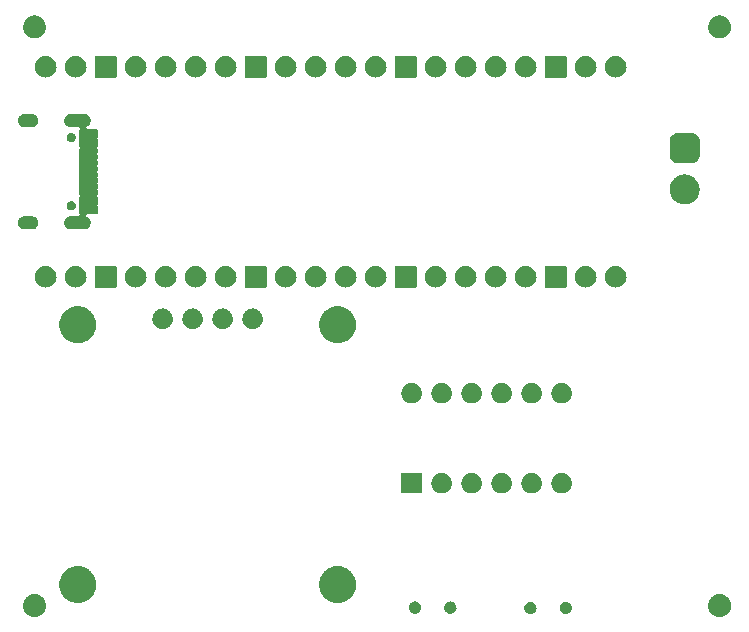
<source format=gbs>
G04 #@! TF.GenerationSoftware,KiCad,Pcbnew,7.0.7-7.0.7~ubuntu22.04.1*
G04 #@! TF.CreationDate,2023-10-12T01:04:17+02:00*
G04 #@! TF.ProjectId,PD_Micro,50445f4d-6963-4726-9f2e-6b696361645f,rev?*
G04 #@! TF.SameCoordinates,PX7ce2370PY67d8790*
G04 #@! TF.FileFunction,Soldermask,Bot*
G04 #@! TF.FilePolarity,Negative*
%FSLAX46Y46*%
G04 Gerber Fmt 4.6, Leading zero omitted, Abs format (unit mm)*
G04 Created by KiCad (PCBNEW 7.0.7-7.0.7~ubuntu22.04.1) date 2023-10-12 01:04:17*
%MOMM*%
%LPD*%
G01*
G04 APERTURE LIST*
G04 APERTURE END LIST*
G36*
X46097426Y-28144671D02*
G01*
X46139449Y-28144671D01*
X46186245Y-28153418D01*
X46239238Y-28158638D01*
X46279497Y-28170850D01*
X46315309Y-28177545D01*
X46364912Y-28196761D01*
X46421203Y-28213837D01*
X46453363Y-28231027D01*
X46482127Y-28242170D01*
X46532099Y-28273111D01*
X46588903Y-28303474D01*
X46612773Y-28323064D01*
X46634234Y-28336352D01*
X46681782Y-28379698D01*
X46735894Y-28424106D01*
X46751928Y-28443644D01*
X46766441Y-28456874D01*
X46808578Y-28512672D01*
X46856526Y-28571097D01*
X46865796Y-28588440D01*
X46874253Y-28599639D01*
X46907897Y-28667206D01*
X46946163Y-28738797D01*
X46950244Y-28752252D01*
X46953999Y-28759792D01*
X46976179Y-28837746D01*
X47001362Y-28920762D01*
X47002189Y-28929160D01*
X47002957Y-28931859D01*
X47010940Y-29018017D01*
X47020000Y-29110000D01*
X47010939Y-29201990D01*
X47002957Y-29288140D01*
X47002189Y-29290838D01*
X47001362Y-29299238D01*
X46976174Y-29382268D01*
X46953999Y-29460207D01*
X46950245Y-29467745D01*
X46946163Y-29481203D01*
X46907890Y-29552806D01*
X46874253Y-29620360D01*
X46865798Y-29631555D01*
X46856526Y-29648903D01*
X46808569Y-29707338D01*
X46766441Y-29763125D01*
X46751931Y-29776351D01*
X46735894Y-29795894D01*
X46681771Y-29840310D01*
X46634234Y-29883647D01*
X46612778Y-29896931D01*
X46588903Y-29916526D01*
X46532087Y-29946894D01*
X46482127Y-29977829D01*
X46453370Y-29988969D01*
X46421203Y-30006163D01*
X46364900Y-30023242D01*
X46315309Y-30042454D01*
X46279503Y-30049147D01*
X46239238Y-30061362D01*
X46186242Y-30066581D01*
X46139449Y-30075329D01*
X46097426Y-30075329D01*
X46050000Y-30080000D01*
X46002574Y-30075329D01*
X45960551Y-30075329D01*
X45913757Y-30066581D01*
X45860762Y-30061362D01*
X45820497Y-30049147D01*
X45784690Y-30042454D01*
X45735094Y-30023240D01*
X45678797Y-30006163D01*
X45646632Y-29988970D01*
X45617872Y-29977829D01*
X45567905Y-29946890D01*
X45511097Y-29916526D01*
X45487224Y-29896934D01*
X45465765Y-29883647D01*
X45418218Y-29840302D01*
X45364106Y-29795894D01*
X45348071Y-29776355D01*
X45333558Y-29763125D01*
X45291418Y-29707323D01*
X45243474Y-29648903D01*
X45234204Y-29631560D01*
X45225746Y-29620360D01*
X45192095Y-29552779D01*
X45153837Y-29481203D01*
X45149756Y-29467750D01*
X45146000Y-29460207D01*
X45123809Y-29382215D01*
X45098638Y-29299238D01*
X45097811Y-29290843D01*
X45097042Y-29288140D01*
X45089043Y-29201819D01*
X45080000Y-29110000D01*
X45089042Y-29018188D01*
X45097042Y-28931859D01*
X45097811Y-28929154D01*
X45098638Y-28920762D01*
X45123804Y-28837799D01*
X45146000Y-28759792D01*
X45149756Y-28752246D01*
X45153837Y-28738797D01*
X45192087Y-28667234D01*
X45225746Y-28599639D01*
X45234206Y-28588436D01*
X45243474Y-28571097D01*
X45291409Y-28512687D01*
X45333558Y-28456874D01*
X45348074Y-28443640D01*
X45364106Y-28424106D01*
X45418207Y-28379706D01*
X45465765Y-28336352D01*
X45487229Y-28323061D01*
X45511097Y-28303474D01*
X45567893Y-28273115D01*
X45617872Y-28242170D01*
X45646638Y-28231025D01*
X45678797Y-28213837D01*
X45735082Y-28196762D01*
X45784690Y-28177545D01*
X45820504Y-28170850D01*
X45860762Y-28158638D01*
X45913754Y-28153418D01*
X45960551Y-28144671D01*
X46002574Y-28144671D01*
X46050000Y-28140000D01*
X46097426Y-28144671D01*
G37*
G36*
X104097426Y-28144671D02*
G01*
X104139449Y-28144671D01*
X104186245Y-28153418D01*
X104239238Y-28158638D01*
X104279497Y-28170850D01*
X104315309Y-28177545D01*
X104364912Y-28196761D01*
X104421203Y-28213837D01*
X104453363Y-28231027D01*
X104482127Y-28242170D01*
X104532099Y-28273111D01*
X104588903Y-28303474D01*
X104612773Y-28323064D01*
X104634234Y-28336352D01*
X104681782Y-28379698D01*
X104735894Y-28424106D01*
X104751928Y-28443644D01*
X104766441Y-28456874D01*
X104808578Y-28512672D01*
X104856526Y-28571097D01*
X104865796Y-28588440D01*
X104874253Y-28599639D01*
X104907897Y-28667206D01*
X104946163Y-28738797D01*
X104950244Y-28752252D01*
X104953999Y-28759792D01*
X104976179Y-28837746D01*
X105001362Y-28920762D01*
X105002189Y-28929160D01*
X105002957Y-28931859D01*
X105010940Y-29018017D01*
X105020000Y-29110000D01*
X105010939Y-29201990D01*
X105002957Y-29288140D01*
X105002189Y-29290838D01*
X105001362Y-29299238D01*
X104976174Y-29382268D01*
X104953999Y-29460207D01*
X104950245Y-29467745D01*
X104946163Y-29481203D01*
X104907890Y-29552806D01*
X104874253Y-29620360D01*
X104865798Y-29631555D01*
X104856526Y-29648903D01*
X104808569Y-29707338D01*
X104766441Y-29763125D01*
X104751931Y-29776351D01*
X104735894Y-29795894D01*
X104681771Y-29840310D01*
X104634234Y-29883647D01*
X104612778Y-29896931D01*
X104588903Y-29916526D01*
X104532087Y-29946894D01*
X104482127Y-29977829D01*
X104453370Y-29988969D01*
X104421203Y-30006163D01*
X104364900Y-30023242D01*
X104315309Y-30042454D01*
X104279503Y-30049147D01*
X104239238Y-30061362D01*
X104186242Y-30066581D01*
X104139449Y-30075329D01*
X104097426Y-30075329D01*
X104050000Y-30080000D01*
X104002574Y-30075329D01*
X103960551Y-30075329D01*
X103913757Y-30066581D01*
X103860762Y-30061362D01*
X103820497Y-30049147D01*
X103784690Y-30042454D01*
X103735094Y-30023240D01*
X103678797Y-30006163D01*
X103646632Y-29988970D01*
X103617872Y-29977829D01*
X103567905Y-29946890D01*
X103511097Y-29916526D01*
X103487224Y-29896934D01*
X103465765Y-29883647D01*
X103418218Y-29840302D01*
X103364106Y-29795894D01*
X103348071Y-29776355D01*
X103333558Y-29763125D01*
X103291418Y-29707323D01*
X103243474Y-29648903D01*
X103234204Y-29631560D01*
X103225746Y-29620360D01*
X103192095Y-29552779D01*
X103153837Y-29481203D01*
X103149756Y-29467750D01*
X103146000Y-29460207D01*
X103123809Y-29382215D01*
X103098638Y-29299238D01*
X103097811Y-29290843D01*
X103097042Y-29288140D01*
X103089043Y-29201819D01*
X103080000Y-29110000D01*
X103089042Y-29018188D01*
X103097042Y-28931859D01*
X103097811Y-28929154D01*
X103098638Y-28920762D01*
X103123804Y-28837799D01*
X103146000Y-28759792D01*
X103149756Y-28752246D01*
X103153837Y-28738797D01*
X103192087Y-28667234D01*
X103225746Y-28599639D01*
X103234206Y-28588436D01*
X103243474Y-28571097D01*
X103291409Y-28512687D01*
X103333558Y-28456874D01*
X103348074Y-28443640D01*
X103364106Y-28424106D01*
X103418207Y-28379706D01*
X103465765Y-28336352D01*
X103487229Y-28323061D01*
X103511097Y-28303474D01*
X103567893Y-28273115D01*
X103617872Y-28242170D01*
X103646638Y-28231025D01*
X103678797Y-28213837D01*
X103735082Y-28196762D01*
X103784690Y-28177545D01*
X103820504Y-28170850D01*
X103860762Y-28158638D01*
X103913754Y-28153418D01*
X103960551Y-28144671D01*
X104002574Y-28144671D01*
X104050000Y-28140000D01*
X104097426Y-28144671D01*
G37*
G36*
X88070722Y-28803703D02*
G01*
X88097568Y-28803703D01*
X88128350Y-28811290D01*
X88169586Y-28816719D01*
X88197811Y-28828410D01*
X88219070Y-28833650D01*
X88251301Y-28850566D01*
X88295000Y-28868667D01*
X88314938Y-28883966D01*
X88329870Y-28891803D01*
X88360395Y-28918846D01*
X88402696Y-28951304D01*
X88414717Y-28966971D01*
X88423540Y-28974787D01*
X88448844Y-29011446D01*
X88485333Y-29059000D01*
X88490832Y-29072275D01*
X88494623Y-29077768D01*
X88511068Y-29121132D01*
X88537281Y-29184414D01*
X88538457Y-29193349D01*
X88538998Y-29194775D01*
X88543183Y-29229246D01*
X88555000Y-29319000D01*
X88543181Y-29408768D01*
X88538998Y-29443224D01*
X88538457Y-29444648D01*
X88537281Y-29453586D01*
X88511064Y-29516878D01*
X88494623Y-29560231D01*
X88490833Y-29565721D01*
X88485333Y-29579000D01*
X88448837Y-29626562D01*
X88423540Y-29663212D01*
X88414720Y-29671025D01*
X88402696Y-29686696D01*
X88360386Y-29719160D01*
X88329870Y-29746196D01*
X88314943Y-29754030D01*
X88295000Y-29769333D01*
X88251292Y-29787437D01*
X88219070Y-29804349D01*
X88197816Y-29809587D01*
X88169586Y-29821281D01*
X88128348Y-29826710D01*
X88097568Y-29834297D01*
X88070722Y-29834297D01*
X88035000Y-29839000D01*
X87999278Y-29834297D01*
X87972432Y-29834297D01*
X87941650Y-29826710D01*
X87900414Y-29821281D01*
X87872184Y-29809588D01*
X87850929Y-29804349D01*
X87818703Y-29787435D01*
X87775000Y-29769333D01*
X87755059Y-29754032D01*
X87740129Y-29746196D01*
X87709605Y-29719154D01*
X87667304Y-29686696D01*
X87655282Y-29671028D01*
X87646459Y-29663212D01*
X87621152Y-29626549D01*
X87584667Y-29579000D01*
X87579168Y-29565725D01*
X87575376Y-29560231D01*
X87558923Y-29516850D01*
X87532719Y-29453586D01*
X87531542Y-29444652D01*
X87531001Y-29443224D01*
X87526805Y-29408670D01*
X87515000Y-29319000D01*
X87526803Y-29229344D01*
X87531001Y-29194775D01*
X87531543Y-29193345D01*
X87532719Y-29184414D01*
X87558919Y-29121160D01*
X87575376Y-29077768D01*
X87579169Y-29072272D01*
X87584667Y-29059000D01*
X87621145Y-29011459D01*
X87646459Y-28974787D01*
X87655284Y-28966968D01*
X87667304Y-28951304D01*
X87709597Y-28918851D01*
X87740129Y-28891803D01*
X87755063Y-28883964D01*
X87775000Y-28868667D01*
X87818694Y-28850568D01*
X87850929Y-28833650D01*
X87872189Y-28828409D01*
X87900414Y-28816719D01*
X87941648Y-28811290D01*
X87972432Y-28803703D01*
X87999278Y-28803703D01*
X88035000Y-28799000D01*
X88070722Y-28803703D01*
G37*
G36*
X91070722Y-28803703D02*
G01*
X91097568Y-28803703D01*
X91128350Y-28811290D01*
X91169586Y-28816719D01*
X91197811Y-28828410D01*
X91219070Y-28833650D01*
X91251301Y-28850566D01*
X91295000Y-28868667D01*
X91314938Y-28883966D01*
X91329870Y-28891803D01*
X91360395Y-28918846D01*
X91402696Y-28951304D01*
X91414717Y-28966971D01*
X91423540Y-28974787D01*
X91448844Y-29011446D01*
X91485333Y-29059000D01*
X91490832Y-29072275D01*
X91494623Y-29077768D01*
X91511068Y-29121132D01*
X91537281Y-29184414D01*
X91538457Y-29193349D01*
X91538998Y-29194775D01*
X91543183Y-29229246D01*
X91555000Y-29319000D01*
X91543181Y-29408768D01*
X91538998Y-29443224D01*
X91538457Y-29444648D01*
X91537281Y-29453586D01*
X91511064Y-29516878D01*
X91494623Y-29560231D01*
X91490833Y-29565721D01*
X91485333Y-29579000D01*
X91448837Y-29626562D01*
X91423540Y-29663212D01*
X91414720Y-29671025D01*
X91402696Y-29686696D01*
X91360386Y-29719160D01*
X91329870Y-29746196D01*
X91314943Y-29754030D01*
X91295000Y-29769333D01*
X91251292Y-29787437D01*
X91219070Y-29804349D01*
X91197816Y-29809587D01*
X91169586Y-29821281D01*
X91128348Y-29826710D01*
X91097568Y-29834297D01*
X91070722Y-29834297D01*
X91035000Y-29839000D01*
X90999278Y-29834297D01*
X90972432Y-29834297D01*
X90941650Y-29826710D01*
X90900414Y-29821281D01*
X90872184Y-29809588D01*
X90850929Y-29804349D01*
X90818703Y-29787435D01*
X90775000Y-29769333D01*
X90755059Y-29754032D01*
X90740129Y-29746196D01*
X90709605Y-29719154D01*
X90667304Y-29686696D01*
X90655282Y-29671028D01*
X90646459Y-29663212D01*
X90621152Y-29626549D01*
X90584667Y-29579000D01*
X90579168Y-29565725D01*
X90575376Y-29560231D01*
X90558923Y-29516850D01*
X90532719Y-29453586D01*
X90531542Y-29444652D01*
X90531001Y-29443224D01*
X90526805Y-29408667D01*
X90515000Y-29319000D01*
X90526804Y-29229341D01*
X90531001Y-29194775D01*
X90531543Y-29193345D01*
X90532719Y-29184414D01*
X90558919Y-29121160D01*
X90575376Y-29077768D01*
X90579169Y-29072272D01*
X90584667Y-29059000D01*
X90621145Y-29011459D01*
X90646459Y-28974787D01*
X90655284Y-28966968D01*
X90667304Y-28951304D01*
X90709597Y-28918851D01*
X90740129Y-28891803D01*
X90755063Y-28883964D01*
X90775000Y-28868667D01*
X90818694Y-28850568D01*
X90850929Y-28833650D01*
X90872189Y-28828409D01*
X90900414Y-28816719D01*
X90941648Y-28811290D01*
X90972432Y-28803703D01*
X90999278Y-28803703D01*
X91035000Y-28799000D01*
X91070722Y-28803703D01*
G37*
G36*
X78291722Y-28770703D02*
G01*
X78318568Y-28770703D01*
X78349350Y-28778290D01*
X78390586Y-28783719D01*
X78418811Y-28795410D01*
X78440070Y-28800650D01*
X78472301Y-28817566D01*
X78516000Y-28835667D01*
X78535938Y-28850966D01*
X78550870Y-28858803D01*
X78581395Y-28885846D01*
X78623696Y-28918304D01*
X78635717Y-28933971D01*
X78644540Y-28941787D01*
X78669844Y-28978446D01*
X78706333Y-29026000D01*
X78711832Y-29039275D01*
X78715623Y-29044768D01*
X78732068Y-29088132D01*
X78758281Y-29151414D01*
X78759457Y-29160349D01*
X78759998Y-29161775D01*
X78764183Y-29196243D01*
X78776000Y-29286000D01*
X78764181Y-29375765D01*
X78759998Y-29410224D01*
X78759457Y-29411648D01*
X78758281Y-29420586D01*
X78732064Y-29483878D01*
X78715623Y-29527231D01*
X78711833Y-29532721D01*
X78706333Y-29546000D01*
X78669837Y-29593562D01*
X78644540Y-29630212D01*
X78635720Y-29638025D01*
X78623696Y-29653696D01*
X78581386Y-29686160D01*
X78550870Y-29713196D01*
X78535943Y-29721030D01*
X78516000Y-29736333D01*
X78472292Y-29754437D01*
X78440070Y-29771349D01*
X78418816Y-29776587D01*
X78390586Y-29788281D01*
X78349348Y-29793710D01*
X78318568Y-29801297D01*
X78291722Y-29801297D01*
X78256000Y-29806000D01*
X78220278Y-29801297D01*
X78193432Y-29801297D01*
X78162650Y-29793710D01*
X78121414Y-29788281D01*
X78093184Y-29776588D01*
X78071929Y-29771349D01*
X78039703Y-29754435D01*
X77996000Y-29736333D01*
X77976059Y-29721032D01*
X77961129Y-29713196D01*
X77930605Y-29686154D01*
X77888304Y-29653696D01*
X77876282Y-29638028D01*
X77867459Y-29630212D01*
X77842152Y-29593549D01*
X77805667Y-29546000D01*
X77800168Y-29532725D01*
X77796376Y-29527231D01*
X77779923Y-29483850D01*
X77753719Y-29420586D01*
X77752542Y-29411652D01*
X77752001Y-29410224D01*
X77747805Y-29375667D01*
X77736000Y-29286000D01*
X77747804Y-29196341D01*
X77752001Y-29161775D01*
X77752543Y-29160345D01*
X77753719Y-29151414D01*
X77779919Y-29088160D01*
X77796376Y-29044768D01*
X77800169Y-29039272D01*
X77805667Y-29026000D01*
X77842145Y-28978459D01*
X77867459Y-28941787D01*
X77876284Y-28933968D01*
X77888304Y-28918304D01*
X77930597Y-28885851D01*
X77961129Y-28858803D01*
X77976063Y-28850964D01*
X77996000Y-28835667D01*
X78039694Y-28817568D01*
X78071929Y-28800650D01*
X78093189Y-28795409D01*
X78121414Y-28783719D01*
X78162648Y-28778290D01*
X78193432Y-28770703D01*
X78220278Y-28770703D01*
X78256000Y-28766000D01*
X78291722Y-28770703D01*
G37*
G36*
X81291722Y-28770703D02*
G01*
X81318568Y-28770703D01*
X81349350Y-28778290D01*
X81390586Y-28783719D01*
X81418811Y-28795410D01*
X81440070Y-28800650D01*
X81472301Y-28817566D01*
X81516000Y-28835667D01*
X81535938Y-28850966D01*
X81550870Y-28858803D01*
X81581395Y-28885846D01*
X81623696Y-28918304D01*
X81635717Y-28933971D01*
X81644540Y-28941787D01*
X81669844Y-28978446D01*
X81706333Y-29026000D01*
X81711832Y-29039275D01*
X81715623Y-29044768D01*
X81732068Y-29088132D01*
X81758281Y-29151414D01*
X81759457Y-29160349D01*
X81759998Y-29161775D01*
X81764183Y-29196243D01*
X81776000Y-29286000D01*
X81764181Y-29375765D01*
X81759998Y-29410224D01*
X81759457Y-29411648D01*
X81758281Y-29420586D01*
X81732064Y-29483878D01*
X81715623Y-29527231D01*
X81711833Y-29532721D01*
X81706333Y-29546000D01*
X81669837Y-29593562D01*
X81644540Y-29630212D01*
X81635720Y-29638025D01*
X81623696Y-29653696D01*
X81581386Y-29686160D01*
X81550870Y-29713196D01*
X81535943Y-29721030D01*
X81516000Y-29736333D01*
X81472292Y-29754437D01*
X81440070Y-29771349D01*
X81418816Y-29776587D01*
X81390586Y-29788281D01*
X81349348Y-29793710D01*
X81318568Y-29801297D01*
X81291722Y-29801297D01*
X81256000Y-29806000D01*
X81220278Y-29801297D01*
X81193432Y-29801297D01*
X81162650Y-29793710D01*
X81121414Y-29788281D01*
X81093184Y-29776588D01*
X81071929Y-29771349D01*
X81039703Y-29754435D01*
X80996000Y-29736333D01*
X80976059Y-29721032D01*
X80961129Y-29713196D01*
X80930605Y-29686154D01*
X80888304Y-29653696D01*
X80876282Y-29638028D01*
X80867459Y-29630212D01*
X80842152Y-29593549D01*
X80805667Y-29546000D01*
X80800168Y-29532725D01*
X80796376Y-29527231D01*
X80779923Y-29483850D01*
X80753719Y-29420586D01*
X80752542Y-29411652D01*
X80752001Y-29410224D01*
X80747805Y-29375667D01*
X80736000Y-29286000D01*
X80747804Y-29196341D01*
X80752001Y-29161775D01*
X80752543Y-29160345D01*
X80753719Y-29151414D01*
X80779919Y-29088160D01*
X80796376Y-29044768D01*
X80800169Y-29039272D01*
X80805667Y-29026000D01*
X80842145Y-28978459D01*
X80867459Y-28941787D01*
X80876284Y-28933968D01*
X80888304Y-28918304D01*
X80930597Y-28885851D01*
X80961129Y-28858803D01*
X80976063Y-28850964D01*
X80996000Y-28835667D01*
X81039694Y-28817568D01*
X81071929Y-28800650D01*
X81093189Y-28795409D01*
X81121414Y-28783719D01*
X81162648Y-28778290D01*
X81193432Y-28770703D01*
X81220278Y-28770703D01*
X81256000Y-28766000D01*
X81291722Y-28770703D01*
G37*
G36*
X49766228Y-25760740D02*
G01*
X49823299Y-25760740D01*
X49885663Y-25770139D01*
X49951602Y-25775329D01*
X50004746Y-25788087D01*
X50055278Y-25795704D01*
X50121310Y-25816072D01*
X50191157Y-25832841D01*
X50236318Y-25851547D01*
X50279460Y-25864855D01*
X50347196Y-25897474D01*
X50418765Y-25927120D01*
X50455502Y-25949632D01*
X50490825Y-25966643D01*
X50558014Y-26012451D01*
X50628823Y-26055843D01*
X50657174Y-26080057D01*
X50684662Y-26098798D01*
X50748837Y-26158344D01*
X50816158Y-26215842D01*
X50836604Y-26239782D01*
X50856631Y-26258364D01*
X50915180Y-26331782D01*
X50976157Y-26403177D01*
X50989566Y-26425060D01*
X51002907Y-26441788D01*
X51053221Y-26528935D01*
X51104880Y-26613235D01*
X51112467Y-26631553D01*
X51120204Y-26644953D01*
X51159662Y-26745490D01*
X51199159Y-26840843D01*
X51202424Y-26854446D01*
X51205913Y-26863334D01*
X51232033Y-26977774D01*
X51256671Y-27080398D01*
X51257310Y-27088519D01*
X51258118Y-27092059D01*
X51268659Y-27232730D01*
X51276000Y-27326000D01*
X51268657Y-27419301D01*
X51258118Y-27559940D01*
X51257310Y-27563478D01*
X51256671Y-27571602D01*
X51232028Y-27674245D01*
X51205913Y-27788665D01*
X51202425Y-27797550D01*
X51199159Y-27811157D01*
X51159654Y-27906527D01*
X51120204Y-28007046D01*
X51112469Y-28020442D01*
X51104880Y-28038765D01*
X51053211Y-28123081D01*
X51002907Y-28210211D01*
X50989569Y-28226935D01*
X50976157Y-28248823D01*
X50915168Y-28320231D01*
X50856631Y-28393635D01*
X50836608Y-28412213D01*
X50816158Y-28436158D01*
X50748823Y-28493666D01*
X50684662Y-28553201D01*
X50657180Y-28571937D01*
X50628823Y-28596157D01*
X50557999Y-28639557D01*
X50490825Y-28685356D01*
X50455509Y-28702362D01*
X50418765Y-28724880D01*
X50347181Y-28754531D01*
X50279460Y-28787144D01*
X50236327Y-28800448D01*
X50191157Y-28819159D01*
X50121296Y-28835931D01*
X50055278Y-28856295D01*
X50004755Y-28863910D01*
X49951602Y-28876671D01*
X49885659Y-28881860D01*
X49823299Y-28891260D01*
X49766228Y-28891260D01*
X49706000Y-28896000D01*
X49645772Y-28891260D01*
X49588701Y-28891260D01*
X49526339Y-28881860D01*
X49460398Y-28876671D01*
X49407245Y-28863910D01*
X49356721Y-28856295D01*
X49290699Y-28835929D01*
X49220843Y-28819159D01*
X49175675Y-28800449D01*
X49132539Y-28787144D01*
X49064813Y-28754529D01*
X48993235Y-28724880D01*
X48956490Y-28702363D01*
X48921175Y-28685356D01*
X48853996Y-28639555D01*
X48783177Y-28596157D01*
X48754822Y-28571940D01*
X48727337Y-28553201D01*
X48663163Y-28493655D01*
X48595842Y-28436158D01*
X48575394Y-28412217D01*
X48555368Y-28393635D01*
X48496816Y-28320214D01*
X48435843Y-28248823D01*
X48422433Y-28226941D01*
X48409092Y-28210211D01*
X48358771Y-28123052D01*
X48307120Y-28038765D01*
X48299533Y-28020449D01*
X48291795Y-28007046D01*
X48252325Y-27906481D01*
X48212841Y-27811157D01*
X48209576Y-27797557D01*
X48206086Y-27788665D01*
X48179951Y-27674160D01*
X48155329Y-27571602D01*
X48154690Y-27563485D01*
X48153881Y-27559940D01*
X48143321Y-27419023D01*
X48136000Y-27326000D01*
X48143320Y-27232984D01*
X48153881Y-27092059D01*
X48154690Y-27088513D01*
X48155329Y-27080398D01*
X48179946Y-26977858D01*
X48206086Y-26863334D01*
X48209576Y-26854440D01*
X48212841Y-26840843D01*
X48252318Y-26745536D01*
X48291795Y-26644953D01*
X48299534Y-26631547D01*
X48307120Y-26613235D01*
X48358761Y-26528963D01*
X48409092Y-26441788D01*
X48422436Y-26425054D01*
X48435843Y-26403177D01*
X48496804Y-26331799D01*
X48555368Y-26258364D01*
X48575399Y-26239777D01*
X48595842Y-26215842D01*
X48663150Y-26158355D01*
X48727337Y-26098798D01*
X48754828Y-26080054D01*
X48783177Y-26055843D01*
X48853982Y-26012453D01*
X48921175Y-25966643D01*
X48956498Y-25949631D01*
X48993235Y-25927120D01*
X49064799Y-25897476D01*
X49132539Y-25864855D01*
X49175684Y-25851546D01*
X49220843Y-25832841D01*
X49290684Y-25816073D01*
X49356721Y-25795704D01*
X49407254Y-25788087D01*
X49460398Y-25775329D01*
X49526335Y-25770139D01*
X49588701Y-25760740D01*
X49645772Y-25760740D01*
X49706000Y-25756000D01*
X49766228Y-25760740D01*
G37*
G36*
X71766228Y-25760740D02*
G01*
X71823299Y-25760740D01*
X71885663Y-25770139D01*
X71951602Y-25775329D01*
X72004746Y-25788087D01*
X72055278Y-25795704D01*
X72121310Y-25816072D01*
X72191157Y-25832841D01*
X72236318Y-25851547D01*
X72279460Y-25864855D01*
X72347196Y-25897474D01*
X72418765Y-25927120D01*
X72455502Y-25949632D01*
X72490825Y-25966643D01*
X72558014Y-26012451D01*
X72628823Y-26055843D01*
X72657174Y-26080057D01*
X72684662Y-26098798D01*
X72748837Y-26158344D01*
X72816158Y-26215842D01*
X72836604Y-26239782D01*
X72856631Y-26258364D01*
X72915180Y-26331782D01*
X72976157Y-26403177D01*
X72989566Y-26425060D01*
X73002907Y-26441788D01*
X73053221Y-26528935D01*
X73104880Y-26613235D01*
X73112467Y-26631553D01*
X73120204Y-26644953D01*
X73159662Y-26745490D01*
X73199159Y-26840843D01*
X73202424Y-26854446D01*
X73205913Y-26863334D01*
X73232033Y-26977774D01*
X73256671Y-27080398D01*
X73257310Y-27088519D01*
X73258118Y-27092059D01*
X73268659Y-27232730D01*
X73276000Y-27326000D01*
X73268657Y-27419301D01*
X73258118Y-27559940D01*
X73257310Y-27563478D01*
X73256671Y-27571602D01*
X73232028Y-27674245D01*
X73205913Y-27788665D01*
X73202425Y-27797550D01*
X73199159Y-27811157D01*
X73159654Y-27906527D01*
X73120204Y-28007046D01*
X73112469Y-28020442D01*
X73104880Y-28038765D01*
X73053211Y-28123081D01*
X73002907Y-28210211D01*
X72989569Y-28226935D01*
X72976157Y-28248823D01*
X72915168Y-28320231D01*
X72856631Y-28393635D01*
X72836608Y-28412213D01*
X72816158Y-28436158D01*
X72748823Y-28493666D01*
X72684662Y-28553201D01*
X72657180Y-28571937D01*
X72628823Y-28596157D01*
X72557999Y-28639557D01*
X72490825Y-28685356D01*
X72455509Y-28702362D01*
X72418765Y-28724880D01*
X72347181Y-28754531D01*
X72279460Y-28787144D01*
X72236327Y-28800448D01*
X72191157Y-28819159D01*
X72121296Y-28835931D01*
X72055278Y-28856295D01*
X72004755Y-28863910D01*
X71951602Y-28876671D01*
X71885659Y-28881860D01*
X71823299Y-28891260D01*
X71766228Y-28891260D01*
X71706000Y-28896000D01*
X71645772Y-28891260D01*
X71588701Y-28891260D01*
X71526339Y-28881860D01*
X71460398Y-28876671D01*
X71407245Y-28863910D01*
X71356721Y-28856295D01*
X71290699Y-28835929D01*
X71220843Y-28819159D01*
X71175675Y-28800449D01*
X71132539Y-28787144D01*
X71064813Y-28754529D01*
X70993235Y-28724880D01*
X70956490Y-28702363D01*
X70921175Y-28685356D01*
X70853996Y-28639555D01*
X70783177Y-28596157D01*
X70754822Y-28571940D01*
X70727337Y-28553201D01*
X70663163Y-28493655D01*
X70595842Y-28436158D01*
X70575394Y-28412217D01*
X70555368Y-28393635D01*
X70496816Y-28320214D01*
X70435843Y-28248823D01*
X70422433Y-28226941D01*
X70409092Y-28210211D01*
X70358771Y-28123052D01*
X70307120Y-28038765D01*
X70299533Y-28020449D01*
X70291795Y-28007046D01*
X70252325Y-27906481D01*
X70212841Y-27811157D01*
X70209576Y-27797557D01*
X70206086Y-27788665D01*
X70179951Y-27674160D01*
X70155329Y-27571602D01*
X70154690Y-27563485D01*
X70153881Y-27559940D01*
X70143321Y-27419035D01*
X70136000Y-27326000D01*
X70143319Y-27232996D01*
X70153881Y-27092059D01*
X70154690Y-27088513D01*
X70155329Y-27080398D01*
X70179946Y-26977858D01*
X70206086Y-26863334D01*
X70209576Y-26854440D01*
X70212841Y-26840843D01*
X70252318Y-26745536D01*
X70291795Y-26644953D01*
X70299534Y-26631547D01*
X70307120Y-26613235D01*
X70358761Y-26528963D01*
X70409092Y-26441788D01*
X70422436Y-26425054D01*
X70435843Y-26403177D01*
X70496804Y-26331799D01*
X70555368Y-26258364D01*
X70575399Y-26239777D01*
X70595842Y-26215842D01*
X70663150Y-26158355D01*
X70727337Y-26098798D01*
X70754828Y-26080054D01*
X70783177Y-26055843D01*
X70853982Y-26012453D01*
X70921175Y-25966643D01*
X70956498Y-25949631D01*
X70993235Y-25927120D01*
X71064799Y-25897476D01*
X71132539Y-25864855D01*
X71175684Y-25851546D01*
X71220843Y-25832841D01*
X71290684Y-25816073D01*
X71356721Y-25795704D01*
X71407254Y-25788087D01*
X71460398Y-25775329D01*
X71526335Y-25770139D01*
X71588701Y-25760740D01*
X71645772Y-25760740D01*
X71706000Y-25756000D01*
X71766228Y-25760740D01*
G37*
G36*
X78804788Y-17888828D02*
G01*
X78827497Y-17904003D01*
X78842672Y-17926712D01*
X78848000Y-17953500D01*
X78848000Y-19553500D01*
X78842672Y-19580288D01*
X78827497Y-19602997D01*
X78804788Y-19618172D01*
X78778000Y-19623500D01*
X77178000Y-19623500D01*
X77151212Y-19618172D01*
X77128503Y-19602997D01*
X77113328Y-19580288D01*
X77108000Y-19553500D01*
X77108000Y-17953500D01*
X77113328Y-17926712D01*
X77128503Y-17904003D01*
X77151212Y-17888828D01*
X77178000Y-17883500D01*
X78778000Y-17883500D01*
X78804788Y-17888828D01*
G37*
G36*
X80560255Y-17888266D02*
G01*
X80608940Y-17888266D01*
X80650982Y-17897202D01*
X80687608Y-17900810D01*
X80733624Y-17914768D01*
X80786845Y-17926081D01*
X80820895Y-17941241D01*
X80850706Y-17950284D01*
X80898079Y-17975605D01*
X80953000Y-18000058D01*
X80978535Y-18018610D01*
X81001009Y-18030623D01*
X81046850Y-18068244D01*
X81100144Y-18106964D01*
X81117447Y-18126181D01*
X81132755Y-18138744D01*
X81173892Y-18188869D01*
X81221845Y-18242127D01*
X81231919Y-18259576D01*
X81240876Y-18270490D01*
X81274009Y-18332478D01*
X81312785Y-18399639D01*
X81317244Y-18413365D01*
X81321215Y-18420793D01*
X81343102Y-18492948D01*
X81368988Y-18572617D01*
X81369899Y-18581287D01*
X81370689Y-18583891D01*
X81378379Y-18661964D01*
X81388000Y-18753500D01*
X81378378Y-18845043D01*
X81370689Y-18923108D01*
X81369899Y-18925710D01*
X81368988Y-18934383D01*
X81343098Y-19014065D01*
X81321215Y-19086206D01*
X81317245Y-19093631D01*
X81312785Y-19107361D01*
X81274002Y-19174533D01*
X81240876Y-19236509D01*
X81231921Y-19247420D01*
X81221845Y-19264873D01*
X81173882Y-19318140D01*
X81132755Y-19368255D01*
X81117450Y-19380814D01*
X81100144Y-19400036D01*
X81046840Y-19438763D01*
X81001009Y-19476376D01*
X80978540Y-19488385D01*
X80953000Y-19506942D01*
X80898068Y-19531399D01*
X80850706Y-19556715D01*
X80820902Y-19565755D01*
X80786845Y-19580919D01*
X80733613Y-19592233D01*
X80687608Y-19606189D01*
X80650991Y-19609795D01*
X80608940Y-19618734D01*
X80560244Y-19618734D01*
X80517999Y-19622895D01*
X80475754Y-19618734D01*
X80427060Y-19618734D01*
X80385009Y-19609795D01*
X80348391Y-19606189D01*
X80302383Y-19592233D01*
X80249155Y-19580919D01*
X80215099Y-19565756D01*
X80185293Y-19556715D01*
X80137925Y-19531396D01*
X80083000Y-19506942D01*
X80057461Y-19488387D01*
X80034990Y-19476376D01*
X79989150Y-19438756D01*
X79935856Y-19400036D01*
X79918552Y-19380817D01*
X79903244Y-19368255D01*
X79862105Y-19318127D01*
X79814155Y-19264873D01*
X79804080Y-19247424D01*
X79795123Y-19236509D01*
X79761983Y-19174510D01*
X79723215Y-19107361D01*
X79718755Y-19093636D01*
X79714784Y-19086206D01*
X79692886Y-19014018D01*
X79667012Y-18934383D01*
X79666101Y-18925715D01*
X79665310Y-18923108D01*
X79657605Y-18844891D01*
X79648000Y-18753500D01*
X79657605Y-18662116D01*
X79665310Y-18583891D01*
X79666101Y-18581282D01*
X79667012Y-18572617D01*
X79692882Y-18492995D01*
X79714784Y-18420793D01*
X79718756Y-18413360D01*
X79723215Y-18399639D01*
X79761976Y-18332501D01*
X79795123Y-18270490D01*
X79804082Y-18259572D01*
X79814155Y-18242127D01*
X79862096Y-18188882D01*
X79903244Y-18138744D01*
X79918555Y-18126178D01*
X79935856Y-18106964D01*
X79989140Y-18068250D01*
X80034990Y-18030623D01*
X80057467Y-18018608D01*
X80083000Y-18000058D01*
X80137914Y-17975608D01*
X80185293Y-17950284D01*
X80215106Y-17941240D01*
X80249155Y-17926081D01*
X80302372Y-17914769D01*
X80348391Y-17900810D01*
X80385017Y-17897202D01*
X80427060Y-17888266D01*
X80475745Y-17888266D01*
X80518000Y-17884104D01*
X80560255Y-17888266D01*
G37*
G36*
X83100255Y-17888266D02*
G01*
X83148940Y-17888266D01*
X83190982Y-17897202D01*
X83227608Y-17900810D01*
X83273624Y-17914768D01*
X83326845Y-17926081D01*
X83360895Y-17941241D01*
X83390706Y-17950284D01*
X83438079Y-17975605D01*
X83493000Y-18000058D01*
X83518535Y-18018610D01*
X83541009Y-18030623D01*
X83586850Y-18068244D01*
X83640144Y-18106964D01*
X83657447Y-18126181D01*
X83672755Y-18138744D01*
X83713892Y-18188869D01*
X83761845Y-18242127D01*
X83771919Y-18259576D01*
X83780876Y-18270490D01*
X83814009Y-18332478D01*
X83852785Y-18399639D01*
X83857244Y-18413365D01*
X83861215Y-18420793D01*
X83883102Y-18492948D01*
X83908988Y-18572617D01*
X83909899Y-18581287D01*
X83910689Y-18583891D01*
X83918379Y-18661964D01*
X83928000Y-18753500D01*
X83918378Y-18845043D01*
X83910689Y-18923108D01*
X83909899Y-18925710D01*
X83908988Y-18934383D01*
X83883098Y-19014065D01*
X83861215Y-19086206D01*
X83857245Y-19093631D01*
X83852785Y-19107361D01*
X83814002Y-19174533D01*
X83780876Y-19236509D01*
X83771921Y-19247420D01*
X83761845Y-19264873D01*
X83713882Y-19318140D01*
X83672755Y-19368255D01*
X83657450Y-19380814D01*
X83640144Y-19400036D01*
X83586840Y-19438763D01*
X83541009Y-19476376D01*
X83518540Y-19488385D01*
X83493000Y-19506942D01*
X83438068Y-19531399D01*
X83390706Y-19556715D01*
X83360902Y-19565755D01*
X83326845Y-19580919D01*
X83273613Y-19592233D01*
X83227608Y-19606189D01*
X83190991Y-19609795D01*
X83148940Y-19618734D01*
X83100244Y-19618734D01*
X83057999Y-19622895D01*
X83015754Y-19618734D01*
X82967060Y-19618734D01*
X82925009Y-19609795D01*
X82888391Y-19606189D01*
X82842383Y-19592233D01*
X82789155Y-19580919D01*
X82755099Y-19565756D01*
X82725293Y-19556715D01*
X82677925Y-19531396D01*
X82623000Y-19506942D01*
X82597461Y-19488387D01*
X82574990Y-19476376D01*
X82529150Y-19438756D01*
X82475856Y-19400036D01*
X82458552Y-19380817D01*
X82443244Y-19368255D01*
X82402105Y-19318127D01*
X82354155Y-19264873D01*
X82344080Y-19247424D01*
X82335123Y-19236509D01*
X82301983Y-19174510D01*
X82263215Y-19107361D01*
X82258755Y-19093636D01*
X82254784Y-19086206D01*
X82232886Y-19014018D01*
X82207012Y-18934383D01*
X82206101Y-18925715D01*
X82205310Y-18923108D01*
X82197606Y-18844898D01*
X82188000Y-18753500D01*
X82197604Y-18662123D01*
X82205310Y-18583891D01*
X82206101Y-18581282D01*
X82207012Y-18572617D01*
X82232882Y-18492995D01*
X82254784Y-18420793D01*
X82258756Y-18413360D01*
X82263215Y-18399639D01*
X82301976Y-18332501D01*
X82335123Y-18270490D01*
X82344082Y-18259572D01*
X82354155Y-18242127D01*
X82402096Y-18188882D01*
X82443244Y-18138744D01*
X82458555Y-18126178D01*
X82475856Y-18106964D01*
X82529140Y-18068250D01*
X82574990Y-18030623D01*
X82597467Y-18018608D01*
X82623000Y-18000058D01*
X82677914Y-17975608D01*
X82725293Y-17950284D01*
X82755106Y-17941240D01*
X82789155Y-17926081D01*
X82842372Y-17914769D01*
X82888391Y-17900810D01*
X82925017Y-17897202D01*
X82967060Y-17888266D01*
X83015745Y-17888266D01*
X83058000Y-17884104D01*
X83100255Y-17888266D01*
G37*
G36*
X85640255Y-17888266D02*
G01*
X85688940Y-17888266D01*
X85730982Y-17897202D01*
X85767608Y-17900810D01*
X85813624Y-17914768D01*
X85866845Y-17926081D01*
X85900895Y-17941241D01*
X85930706Y-17950284D01*
X85978079Y-17975605D01*
X86033000Y-18000058D01*
X86058535Y-18018610D01*
X86081009Y-18030623D01*
X86126850Y-18068244D01*
X86180144Y-18106964D01*
X86197447Y-18126181D01*
X86212755Y-18138744D01*
X86253892Y-18188869D01*
X86301845Y-18242127D01*
X86311919Y-18259576D01*
X86320876Y-18270490D01*
X86354009Y-18332478D01*
X86392785Y-18399639D01*
X86397244Y-18413365D01*
X86401215Y-18420793D01*
X86423102Y-18492948D01*
X86448988Y-18572617D01*
X86449899Y-18581287D01*
X86450689Y-18583891D01*
X86458379Y-18661964D01*
X86468000Y-18753500D01*
X86458378Y-18845043D01*
X86450689Y-18923108D01*
X86449899Y-18925710D01*
X86448988Y-18934383D01*
X86423098Y-19014065D01*
X86401215Y-19086206D01*
X86397245Y-19093631D01*
X86392785Y-19107361D01*
X86354002Y-19174533D01*
X86320876Y-19236509D01*
X86311921Y-19247420D01*
X86301845Y-19264873D01*
X86253882Y-19318140D01*
X86212755Y-19368255D01*
X86197450Y-19380814D01*
X86180144Y-19400036D01*
X86126840Y-19438763D01*
X86081009Y-19476376D01*
X86058540Y-19488385D01*
X86033000Y-19506942D01*
X85978068Y-19531399D01*
X85930706Y-19556715D01*
X85900902Y-19565755D01*
X85866845Y-19580919D01*
X85813613Y-19592233D01*
X85767608Y-19606189D01*
X85730991Y-19609795D01*
X85688940Y-19618734D01*
X85640244Y-19618734D01*
X85597999Y-19622895D01*
X85555754Y-19618734D01*
X85507060Y-19618734D01*
X85465009Y-19609795D01*
X85428391Y-19606189D01*
X85382383Y-19592233D01*
X85329155Y-19580919D01*
X85295099Y-19565756D01*
X85265293Y-19556715D01*
X85217925Y-19531396D01*
X85163000Y-19506942D01*
X85137461Y-19488387D01*
X85114990Y-19476376D01*
X85069150Y-19438756D01*
X85015856Y-19400036D01*
X84998552Y-19380817D01*
X84983244Y-19368255D01*
X84942105Y-19318127D01*
X84894155Y-19264873D01*
X84884080Y-19247424D01*
X84875123Y-19236509D01*
X84841983Y-19174510D01*
X84803215Y-19107361D01*
X84798755Y-19093636D01*
X84794784Y-19086206D01*
X84772886Y-19014018D01*
X84747012Y-18934383D01*
X84746101Y-18925715D01*
X84745310Y-18923108D01*
X84737605Y-18844891D01*
X84728000Y-18753500D01*
X84737605Y-18662116D01*
X84745310Y-18583891D01*
X84746101Y-18581282D01*
X84747012Y-18572617D01*
X84772882Y-18492995D01*
X84794784Y-18420793D01*
X84798756Y-18413360D01*
X84803215Y-18399639D01*
X84841976Y-18332501D01*
X84875123Y-18270490D01*
X84884082Y-18259572D01*
X84894155Y-18242127D01*
X84942096Y-18188882D01*
X84983244Y-18138744D01*
X84998555Y-18126178D01*
X85015856Y-18106964D01*
X85069140Y-18068250D01*
X85114990Y-18030623D01*
X85137467Y-18018608D01*
X85163000Y-18000058D01*
X85217914Y-17975608D01*
X85265293Y-17950284D01*
X85295106Y-17941240D01*
X85329155Y-17926081D01*
X85382372Y-17914769D01*
X85428391Y-17900810D01*
X85465017Y-17897202D01*
X85507060Y-17888266D01*
X85555745Y-17888266D01*
X85598000Y-17884104D01*
X85640255Y-17888266D01*
G37*
G36*
X88180254Y-17888266D02*
G01*
X88228940Y-17888266D01*
X88270982Y-17897202D01*
X88307608Y-17900810D01*
X88353624Y-17914768D01*
X88406845Y-17926081D01*
X88440895Y-17941241D01*
X88470706Y-17950284D01*
X88518079Y-17975605D01*
X88573000Y-18000058D01*
X88598535Y-18018610D01*
X88621009Y-18030623D01*
X88666850Y-18068244D01*
X88720144Y-18106964D01*
X88737447Y-18126181D01*
X88752755Y-18138744D01*
X88793892Y-18188869D01*
X88841845Y-18242127D01*
X88851919Y-18259576D01*
X88860876Y-18270490D01*
X88894009Y-18332478D01*
X88932785Y-18399639D01*
X88937244Y-18413365D01*
X88941215Y-18420793D01*
X88963102Y-18492948D01*
X88988988Y-18572617D01*
X88989899Y-18581287D01*
X88990689Y-18583891D01*
X88998379Y-18661964D01*
X89008000Y-18753500D01*
X88998378Y-18845043D01*
X88990689Y-18923108D01*
X88989899Y-18925710D01*
X88988988Y-18934383D01*
X88963098Y-19014065D01*
X88941215Y-19086206D01*
X88937245Y-19093631D01*
X88932785Y-19107361D01*
X88894002Y-19174533D01*
X88860876Y-19236509D01*
X88851921Y-19247420D01*
X88841845Y-19264873D01*
X88793882Y-19318140D01*
X88752755Y-19368255D01*
X88737450Y-19380814D01*
X88720144Y-19400036D01*
X88666840Y-19438763D01*
X88621009Y-19476376D01*
X88598540Y-19488385D01*
X88573000Y-19506942D01*
X88518068Y-19531399D01*
X88470706Y-19556715D01*
X88440902Y-19565755D01*
X88406845Y-19580919D01*
X88353613Y-19592233D01*
X88307608Y-19606189D01*
X88270991Y-19609795D01*
X88228940Y-19618734D01*
X88180245Y-19618734D01*
X88138000Y-19622895D01*
X88095755Y-19618734D01*
X88047060Y-19618734D01*
X88005009Y-19609795D01*
X87968391Y-19606189D01*
X87922383Y-19592233D01*
X87869155Y-19580919D01*
X87835099Y-19565756D01*
X87805293Y-19556715D01*
X87757925Y-19531396D01*
X87703000Y-19506942D01*
X87677461Y-19488387D01*
X87654990Y-19476376D01*
X87609150Y-19438756D01*
X87555856Y-19400036D01*
X87538552Y-19380817D01*
X87523244Y-19368255D01*
X87482105Y-19318127D01*
X87434155Y-19264873D01*
X87424080Y-19247424D01*
X87415123Y-19236509D01*
X87381983Y-19174510D01*
X87343215Y-19107361D01*
X87338755Y-19093636D01*
X87334784Y-19086206D01*
X87312886Y-19014018D01*
X87287012Y-18934383D01*
X87286101Y-18925715D01*
X87285310Y-18923108D01*
X87277605Y-18844891D01*
X87268000Y-18753500D01*
X87277605Y-18662116D01*
X87285310Y-18583891D01*
X87286101Y-18581282D01*
X87287012Y-18572617D01*
X87312882Y-18492995D01*
X87334784Y-18420793D01*
X87338756Y-18413360D01*
X87343215Y-18399639D01*
X87381976Y-18332501D01*
X87415123Y-18270490D01*
X87424082Y-18259572D01*
X87434155Y-18242127D01*
X87482096Y-18188882D01*
X87523244Y-18138744D01*
X87538555Y-18126178D01*
X87555856Y-18106964D01*
X87609140Y-18068250D01*
X87654990Y-18030623D01*
X87677467Y-18018608D01*
X87703000Y-18000058D01*
X87757914Y-17975608D01*
X87805293Y-17950284D01*
X87835106Y-17941240D01*
X87869155Y-17926081D01*
X87922372Y-17914769D01*
X87968391Y-17900810D01*
X88005018Y-17897202D01*
X88047060Y-17888266D01*
X88095744Y-17888266D01*
X88137999Y-17884104D01*
X88180254Y-17888266D01*
G37*
G36*
X90720255Y-17888266D02*
G01*
X90768940Y-17888266D01*
X90810982Y-17897202D01*
X90847608Y-17900810D01*
X90893624Y-17914768D01*
X90946845Y-17926081D01*
X90980895Y-17941241D01*
X91010706Y-17950284D01*
X91058079Y-17975605D01*
X91113000Y-18000058D01*
X91138535Y-18018610D01*
X91161009Y-18030623D01*
X91206850Y-18068244D01*
X91260144Y-18106964D01*
X91277447Y-18126181D01*
X91292755Y-18138744D01*
X91333892Y-18188869D01*
X91381845Y-18242127D01*
X91391919Y-18259576D01*
X91400876Y-18270490D01*
X91434009Y-18332478D01*
X91472785Y-18399639D01*
X91477244Y-18413365D01*
X91481215Y-18420793D01*
X91503102Y-18492948D01*
X91528988Y-18572617D01*
X91529899Y-18581287D01*
X91530689Y-18583891D01*
X91538379Y-18661971D01*
X91548000Y-18753500D01*
X91538377Y-18845050D01*
X91530689Y-18923108D01*
X91529899Y-18925710D01*
X91528988Y-18934383D01*
X91503098Y-19014065D01*
X91481215Y-19086206D01*
X91477245Y-19093631D01*
X91472785Y-19107361D01*
X91434002Y-19174533D01*
X91400876Y-19236509D01*
X91391921Y-19247420D01*
X91381845Y-19264873D01*
X91333882Y-19318140D01*
X91292755Y-19368255D01*
X91277450Y-19380814D01*
X91260144Y-19400036D01*
X91206840Y-19438763D01*
X91161009Y-19476376D01*
X91138540Y-19488385D01*
X91113000Y-19506942D01*
X91058068Y-19531399D01*
X91010706Y-19556715D01*
X90980902Y-19565755D01*
X90946845Y-19580919D01*
X90893613Y-19592233D01*
X90847608Y-19606189D01*
X90810991Y-19609795D01*
X90768940Y-19618734D01*
X90720245Y-19618734D01*
X90678000Y-19622895D01*
X90635755Y-19618734D01*
X90587060Y-19618734D01*
X90545009Y-19609795D01*
X90508391Y-19606189D01*
X90462383Y-19592233D01*
X90409155Y-19580919D01*
X90375099Y-19565756D01*
X90345293Y-19556715D01*
X90297925Y-19531396D01*
X90243000Y-19506942D01*
X90217461Y-19488387D01*
X90194990Y-19476376D01*
X90149150Y-19438756D01*
X90095856Y-19400036D01*
X90078552Y-19380817D01*
X90063244Y-19368255D01*
X90022105Y-19318127D01*
X89974155Y-19264873D01*
X89964080Y-19247424D01*
X89955123Y-19236509D01*
X89921983Y-19174510D01*
X89883215Y-19107361D01*
X89878755Y-19093636D01*
X89874784Y-19086206D01*
X89852886Y-19014018D01*
X89827012Y-18934383D01*
X89826101Y-18925715D01*
X89825310Y-18923108D01*
X89817605Y-18844891D01*
X89808000Y-18753500D01*
X89817605Y-18662116D01*
X89825310Y-18583891D01*
X89826101Y-18581282D01*
X89827012Y-18572617D01*
X89852882Y-18492995D01*
X89874784Y-18420793D01*
X89878756Y-18413360D01*
X89883215Y-18399639D01*
X89921976Y-18332501D01*
X89955123Y-18270490D01*
X89964082Y-18259572D01*
X89974155Y-18242127D01*
X90022096Y-18188882D01*
X90063244Y-18138744D01*
X90078555Y-18126178D01*
X90095856Y-18106964D01*
X90149140Y-18068250D01*
X90194990Y-18030623D01*
X90217467Y-18018608D01*
X90243000Y-18000058D01*
X90297914Y-17975608D01*
X90345293Y-17950284D01*
X90375106Y-17941240D01*
X90409155Y-17926081D01*
X90462372Y-17914769D01*
X90508391Y-17900810D01*
X90545017Y-17897202D01*
X90587060Y-17888266D01*
X90635745Y-17888266D01*
X90678000Y-17884104D01*
X90720255Y-17888266D01*
G37*
G36*
X78020255Y-10268266D02*
G01*
X78068940Y-10268266D01*
X78110982Y-10277202D01*
X78147608Y-10280810D01*
X78193624Y-10294768D01*
X78246845Y-10306081D01*
X78280895Y-10321241D01*
X78310706Y-10330284D01*
X78358079Y-10355605D01*
X78413000Y-10380058D01*
X78438535Y-10398610D01*
X78461009Y-10410623D01*
X78506850Y-10448244D01*
X78560144Y-10486964D01*
X78577447Y-10506181D01*
X78592755Y-10518744D01*
X78633892Y-10568869D01*
X78681845Y-10622127D01*
X78691919Y-10639576D01*
X78700876Y-10650490D01*
X78734009Y-10712478D01*
X78772785Y-10779639D01*
X78777244Y-10793365D01*
X78781215Y-10800793D01*
X78803102Y-10872948D01*
X78828988Y-10952617D01*
X78829899Y-10961287D01*
X78830689Y-10963891D01*
X78838379Y-11041971D01*
X78848000Y-11133500D01*
X78838377Y-11225050D01*
X78830689Y-11303108D01*
X78829899Y-11305710D01*
X78828988Y-11314383D01*
X78803098Y-11394065D01*
X78781215Y-11466206D01*
X78777245Y-11473631D01*
X78772785Y-11487361D01*
X78734002Y-11554533D01*
X78700876Y-11616509D01*
X78691921Y-11627420D01*
X78681845Y-11644873D01*
X78633882Y-11698140D01*
X78592755Y-11748255D01*
X78577450Y-11760814D01*
X78560144Y-11780036D01*
X78506840Y-11818763D01*
X78461009Y-11856376D01*
X78438540Y-11868385D01*
X78413000Y-11886942D01*
X78358068Y-11911399D01*
X78310706Y-11936715D01*
X78280902Y-11945755D01*
X78246845Y-11960919D01*
X78193613Y-11972233D01*
X78147608Y-11986189D01*
X78110991Y-11989795D01*
X78068940Y-11998734D01*
X78020245Y-11998734D01*
X77978000Y-12002895D01*
X77935755Y-11998734D01*
X77887060Y-11998734D01*
X77845009Y-11989795D01*
X77808391Y-11986189D01*
X77762383Y-11972233D01*
X77709155Y-11960919D01*
X77675099Y-11945756D01*
X77645293Y-11936715D01*
X77597925Y-11911396D01*
X77543000Y-11886942D01*
X77517461Y-11868387D01*
X77494990Y-11856376D01*
X77449150Y-11818756D01*
X77395856Y-11780036D01*
X77378552Y-11760817D01*
X77363244Y-11748255D01*
X77322105Y-11698127D01*
X77274155Y-11644873D01*
X77264080Y-11627424D01*
X77255123Y-11616509D01*
X77221983Y-11554510D01*
X77183215Y-11487361D01*
X77178755Y-11473636D01*
X77174784Y-11466206D01*
X77152886Y-11394018D01*
X77127012Y-11314383D01*
X77126101Y-11305715D01*
X77125310Y-11303108D01*
X77117605Y-11224891D01*
X77108000Y-11133500D01*
X77117605Y-11042116D01*
X77125310Y-10963891D01*
X77126101Y-10961282D01*
X77127012Y-10952617D01*
X77152882Y-10872995D01*
X77174784Y-10800793D01*
X77178756Y-10793360D01*
X77183215Y-10779639D01*
X77221976Y-10712501D01*
X77255123Y-10650490D01*
X77264082Y-10639572D01*
X77274155Y-10622127D01*
X77322096Y-10568882D01*
X77363244Y-10518744D01*
X77378555Y-10506178D01*
X77395856Y-10486964D01*
X77449140Y-10448250D01*
X77494990Y-10410623D01*
X77517467Y-10398608D01*
X77543000Y-10380058D01*
X77597914Y-10355608D01*
X77645293Y-10330284D01*
X77675106Y-10321240D01*
X77709155Y-10306081D01*
X77762372Y-10294769D01*
X77808391Y-10280810D01*
X77845017Y-10277202D01*
X77887060Y-10268266D01*
X77935745Y-10268266D01*
X77978000Y-10264104D01*
X78020255Y-10268266D01*
G37*
G36*
X80560254Y-10268266D02*
G01*
X80608940Y-10268266D01*
X80650982Y-10277202D01*
X80687608Y-10280810D01*
X80733624Y-10294768D01*
X80786845Y-10306081D01*
X80820895Y-10321241D01*
X80850706Y-10330284D01*
X80898079Y-10355605D01*
X80953000Y-10380058D01*
X80978535Y-10398610D01*
X81001009Y-10410623D01*
X81046850Y-10448244D01*
X81100144Y-10486964D01*
X81117447Y-10506181D01*
X81132755Y-10518744D01*
X81173892Y-10568869D01*
X81221845Y-10622127D01*
X81231919Y-10639576D01*
X81240876Y-10650490D01*
X81274009Y-10712478D01*
X81312785Y-10779639D01*
X81317244Y-10793365D01*
X81321215Y-10800793D01*
X81343102Y-10872948D01*
X81368988Y-10952617D01*
X81369899Y-10961287D01*
X81370689Y-10963891D01*
X81378379Y-11041971D01*
X81388000Y-11133500D01*
X81378377Y-11225050D01*
X81370689Y-11303108D01*
X81369899Y-11305710D01*
X81368988Y-11314383D01*
X81343098Y-11394065D01*
X81321215Y-11466206D01*
X81317245Y-11473631D01*
X81312785Y-11487361D01*
X81274002Y-11554533D01*
X81240876Y-11616509D01*
X81231921Y-11627420D01*
X81221845Y-11644873D01*
X81173882Y-11698140D01*
X81132755Y-11748255D01*
X81117450Y-11760814D01*
X81100144Y-11780036D01*
X81046840Y-11818763D01*
X81001009Y-11856376D01*
X80978540Y-11868385D01*
X80953000Y-11886942D01*
X80898068Y-11911399D01*
X80850706Y-11936715D01*
X80820902Y-11945755D01*
X80786845Y-11960919D01*
X80733613Y-11972233D01*
X80687608Y-11986189D01*
X80650991Y-11989795D01*
X80608940Y-11998734D01*
X80560245Y-11998734D01*
X80518000Y-12002895D01*
X80475755Y-11998734D01*
X80427060Y-11998734D01*
X80385009Y-11989795D01*
X80348391Y-11986189D01*
X80302383Y-11972233D01*
X80249155Y-11960919D01*
X80215099Y-11945756D01*
X80185293Y-11936715D01*
X80137925Y-11911396D01*
X80083000Y-11886942D01*
X80057461Y-11868387D01*
X80034990Y-11856376D01*
X79989150Y-11818756D01*
X79935856Y-11780036D01*
X79918552Y-11760817D01*
X79903244Y-11748255D01*
X79862105Y-11698127D01*
X79814155Y-11644873D01*
X79804080Y-11627424D01*
X79795123Y-11616509D01*
X79761983Y-11554510D01*
X79723215Y-11487361D01*
X79718755Y-11473636D01*
X79714784Y-11466206D01*
X79692886Y-11394018D01*
X79667012Y-11314383D01*
X79666101Y-11305715D01*
X79665310Y-11303108D01*
X79657606Y-11224898D01*
X79648000Y-11133500D01*
X79657604Y-11042123D01*
X79665310Y-10963891D01*
X79666101Y-10961282D01*
X79667012Y-10952617D01*
X79692882Y-10872995D01*
X79714784Y-10800793D01*
X79718756Y-10793360D01*
X79723215Y-10779639D01*
X79761976Y-10712501D01*
X79795123Y-10650490D01*
X79804082Y-10639572D01*
X79814155Y-10622127D01*
X79862096Y-10568882D01*
X79903244Y-10518744D01*
X79918555Y-10506178D01*
X79935856Y-10486964D01*
X79989140Y-10448250D01*
X80034990Y-10410623D01*
X80057467Y-10398608D01*
X80083000Y-10380058D01*
X80137914Y-10355608D01*
X80185293Y-10330284D01*
X80215106Y-10321240D01*
X80249155Y-10306081D01*
X80302372Y-10294769D01*
X80348391Y-10280810D01*
X80385018Y-10277202D01*
X80427060Y-10268266D01*
X80475744Y-10268266D01*
X80517999Y-10264104D01*
X80560254Y-10268266D01*
G37*
G36*
X83100254Y-10268266D02*
G01*
X83148940Y-10268266D01*
X83190982Y-10277202D01*
X83227608Y-10280810D01*
X83273624Y-10294768D01*
X83326845Y-10306081D01*
X83360895Y-10321241D01*
X83390706Y-10330284D01*
X83438079Y-10355605D01*
X83493000Y-10380058D01*
X83518535Y-10398610D01*
X83541009Y-10410623D01*
X83586850Y-10448244D01*
X83640144Y-10486964D01*
X83657447Y-10506181D01*
X83672755Y-10518744D01*
X83713892Y-10568869D01*
X83761845Y-10622127D01*
X83771919Y-10639576D01*
X83780876Y-10650490D01*
X83814009Y-10712478D01*
X83852785Y-10779639D01*
X83857244Y-10793365D01*
X83861215Y-10800793D01*
X83883102Y-10872948D01*
X83908988Y-10952617D01*
X83909899Y-10961287D01*
X83910689Y-10963891D01*
X83918379Y-11041964D01*
X83928000Y-11133500D01*
X83918378Y-11225043D01*
X83910689Y-11303108D01*
X83909899Y-11305710D01*
X83908988Y-11314383D01*
X83883098Y-11394065D01*
X83861215Y-11466206D01*
X83857245Y-11473631D01*
X83852785Y-11487361D01*
X83814002Y-11554533D01*
X83780876Y-11616509D01*
X83771921Y-11627420D01*
X83761845Y-11644873D01*
X83713882Y-11698140D01*
X83672755Y-11748255D01*
X83657450Y-11760814D01*
X83640144Y-11780036D01*
X83586840Y-11818763D01*
X83541009Y-11856376D01*
X83518540Y-11868385D01*
X83493000Y-11886942D01*
X83438068Y-11911399D01*
X83390706Y-11936715D01*
X83360902Y-11945755D01*
X83326845Y-11960919D01*
X83273613Y-11972233D01*
X83227608Y-11986189D01*
X83190991Y-11989795D01*
X83148940Y-11998734D01*
X83100245Y-11998734D01*
X83058000Y-12002895D01*
X83015755Y-11998734D01*
X82967060Y-11998734D01*
X82925009Y-11989795D01*
X82888391Y-11986189D01*
X82842383Y-11972233D01*
X82789155Y-11960919D01*
X82755099Y-11945756D01*
X82725293Y-11936715D01*
X82677925Y-11911396D01*
X82623000Y-11886942D01*
X82597461Y-11868387D01*
X82574990Y-11856376D01*
X82529150Y-11818756D01*
X82475856Y-11780036D01*
X82458552Y-11760817D01*
X82443244Y-11748255D01*
X82402105Y-11698127D01*
X82354155Y-11644873D01*
X82344080Y-11627424D01*
X82335123Y-11616509D01*
X82301983Y-11554510D01*
X82263215Y-11487361D01*
X82258755Y-11473636D01*
X82254784Y-11466206D01*
X82232886Y-11394018D01*
X82207012Y-11314383D01*
X82206101Y-11305715D01*
X82205310Y-11303108D01*
X82197606Y-11224898D01*
X82188000Y-11133500D01*
X82197604Y-11042123D01*
X82205310Y-10963891D01*
X82206101Y-10961282D01*
X82207012Y-10952617D01*
X82232882Y-10872995D01*
X82254784Y-10800793D01*
X82258756Y-10793360D01*
X82263215Y-10779639D01*
X82301976Y-10712501D01*
X82335123Y-10650490D01*
X82344082Y-10639572D01*
X82354155Y-10622127D01*
X82402096Y-10568882D01*
X82443244Y-10518744D01*
X82458555Y-10506178D01*
X82475856Y-10486964D01*
X82529140Y-10448250D01*
X82574990Y-10410623D01*
X82597467Y-10398608D01*
X82623000Y-10380058D01*
X82677914Y-10355608D01*
X82725293Y-10330284D01*
X82755106Y-10321240D01*
X82789155Y-10306081D01*
X82842372Y-10294769D01*
X82888391Y-10280810D01*
X82925018Y-10277202D01*
X82967060Y-10268266D01*
X83015744Y-10268266D01*
X83057999Y-10264104D01*
X83100254Y-10268266D01*
G37*
G36*
X85640254Y-10268266D02*
G01*
X85688940Y-10268266D01*
X85730982Y-10277202D01*
X85767608Y-10280810D01*
X85813624Y-10294768D01*
X85866845Y-10306081D01*
X85900895Y-10321241D01*
X85930706Y-10330284D01*
X85978079Y-10355605D01*
X86033000Y-10380058D01*
X86058535Y-10398610D01*
X86081009Y-10410623D01*
X86126850Y-10448244D01*
X86180144Y-10486964D01*
X86197447Y-10506181D01*
X86212755Y-10518744D01*
X86253892Y-10568869D01*
X86301845Y-10622127D01*
X86311919Y-10639576D01*
X86320876Y-10650490D01*
X86354009Y-10712478D01*
X86392785Y-10779639D01*
X86397244Y-10793365D01*
X86401215Y-10800793D01*
X86423102Y-10872948D01*
X86448988Y-10952617D01*
X86449899Y-10961287D01*
X86450689Y-10963891D01*
X86458379Y-11041971D01*
X86468000Y-11133500D01*
X86458377Y-11225050D01*
X86450689Y-11303108D01*
X86449899Y-11305710D01*
X86448988Y-11314383D01*
X86423098Y-11394065D01*
X86401215Y-11466206D01*
X86397245Y-11473631D01*
X86392785Y-11487361D01*
X86354002Y-11554533D01*
X86320876Y-11616509D01*
X86311921Y-11627420D01*
X86301845Y-11644873D01*
X86253882Y-11698140D01*
X86212755Y-11748255D01*
X86197450Y-11760814D01*
X86180144Y-11780036D01*
X86126840Y-11818763D01*
X86081009Y-11856376D01*
X86058540Y-11868385D01*
X86033000Y-11886942D01*
X85978068Y-11911399D01*
X85930706Y-11936715D01*
X85900902Y-11945755D01*
X85866845Y-11960919D01*
X85813613Y-11972233D01*
X85767608Y-11986189D01*
X85730991Y-11989795D01*
X85688940Y-11998734D01*
X85640245Y-11998734D01*
X85598000Y-12002895D01*
X85555755Y-11998734D01*
X85507060Y-11998734D01*
X85465009Y-11989795D01*
X85428391Y-11986189D01*
X85382383Y-11972233D01*
X85329155Y-11960919D01*
X85295099Y-11945756D01*
X85265293Y-11936715D01*
X85217925Y-11911396D01*
X85163000Y-11886942D01*
X85137461Y-11868387D01*
X85114990Y-11856376D01*
X85069150Y-11818756D01*
X85015856Y-11780036D01*
X84998552Y-11760817D01*
X84983244Y-11748255D01*
X84942105Y-11698127D01*
X84894155Y-11644873D01*
X84884080Y-11627424D01*
X84875123Y-11616509D01*
X84841983Y-11554510D01*
X84803215Y-11487361D01*
X84798755Y-11473636D01*
X84794784Y-11466206D01*
X84772886Y-11394018D01*
X84747012Y-11314383D01*
X84746101Y-11305715D01*
X84745310Y-11303108D01*
X84737606Y-11224898D01*
X84728000Y-11133500D01*
X84737604Y-11042123D01*
X84745310Y-10963891D01*
X84746101Y-10961282D01*
X84747012Y-10952617D01*
X84772882Y-10872995D01*
X84794784Y-10800793D01*
X84798756Y-10793360D01*
X84803215Y-10779639D01*
X84841976Y-10712501D01*
X84875123Y-10650490D01*
X84884082Y-10639572D01*
X84894155Y-10622127D01*
X84942096Y-10568882D01*
X84983244Y-10518744D01*
X84998555Y-10506178D01*
X85015856Y-10486964D01*
X85069140Y-10448250D01*
X85114990Y-10410623D01*
X85137467Y-10398608D01*
X85163000Y-10380058D01*
X85217914Y-10355608D01*
X85265293Y-10330284D01*
X85295106Y-10321240D01*
X85329155Y-10306081D01*
X85382372Y-10294769D01*
X85428391Y-10280810D01*
X85465018Y-10277202D01*
X85507060Y-10268266D01*
X85555744Y-10268266D01*
X85597999Y-10264104D01*
X85640254Y-10268266D01*
G37*
G36*
X88180254Y-10268266D02*
G01*
X88228940Y-10268266D01*
X88270982Y-10277202D01*
X88307608Y-10280810D01*
X88353624Y-10294768D01*
X88406845Y-10306081D01*
X88440895Y-10321241D01*
X88470706Y-10330284D01*
X88518079Y-10355605D01*
X88573000Y-10380058D01*
X88598535Y-10398610D01*
X88621009Y-10410623D01*
X88666850Y-10448244D01*
X88720144Y-10486964D01*
X88737447Y-10506181D01*
X88752755Y-10518744D01*
X88793892Y-10568869D01*
X88841845Y-10622127D01*
X88851919Y-10639576D01*
X88860876Y-10650490D01*
X88894009Y-10712478D01*
X88932785Y-10779639D01*
X88937244Y-10793365D01*
X88941215Y-10800793D01*
X88963102Y-10872948D01*
X88988988Y-10952617D01*
X88989899Y-10961287D01*
X88990689Y-10963891D01*
X88998379Y-11041971D01*
X89008000Y-11133500D01*
X88998377Y-11225050D01*
X88990689Y-11303108D01*
X88989899Y-11305710D01*
X88988988Y-11314383D01*
X88963098Y-11394065D01*
X88941215Y-11466206D01*
X88937245Y-11473631D01*
X88932785Y-11487361D01*
X88894002Y-11554533D01*
X88860876Y-11616509D01*
X88851921Y-11627420D01*
X88841845Y-11644873D01*
X88793882Y-11698140D01*
X88752755Y-11748255D01*
X88737450Y-11760814D01*
X88720144Y-11780036D01*
X88666840Y-11818763D01*
X88621009Y-11856376D01*
X88598540Y-11868385D01*
X88573000Y-11886942D01*
X88518068Y-11911399D01*
X88470706Y-11936715D01*
X88440902Y-11945755D01*
X88406845Y-11960919D01*
X88353613Y-11972233D01*
X88307608Y-11986189D01*
X88270991Y-11989795D01*
X88228940Y-11998734D01*
X88180245Y-11998734D01*
X88138000Y-12002895D01*
X88095755Y-11998734D01*
X88047060Y-11998734D01*
X88005009Y-11989795D01*
X87968391Y-11986189D01*
X87922383Y-11972233D01*
X87869155Y-11960919D01*
X87835099Y-11945756D01*
X87805293Y-11936715D01*
X87757925Y-11911396D01*
X87703000Y-11886942D01*
X87677461Y-11868387D01*
X87654990Y-11856376D01*
X87609150Y-11818756D01*
X87555856Y-11780036D01*
X87538552Y-11760817D01*
X87523244Y-11748255D01*
X87482105Y-11698127D01*
X87434155Y-11644873D01*
X87424080Y-11627424D01*
X87415123Y-11616509D01*
X87381983Y-11554510D01*
X87343215Y-11487361D01*
X87338755Y-11473636D01*
X87334784Y-11466206D01*
X87312886Y-11394018D01*
X87287012Y-11314383D01*
X87286101Y-11305715D01*
X87285310Y-11303108D01*
X87277606Y-11224898D01*
X87268000Y-11133500D01*
X87277604Y-11042123D01*
X87285310Y-10963891D01*
X87286101Y-10961282D01*
X87287012Y-10952617D01*
X87312882Y-10872995D01*
X87334784Y-10800793D01*
X87338756Y-10793360D01*
X87343215Y-10779639D01*
X87381976Y-10712501D01*
X87415123Y-10650490D01*
X87424082Y-10639572D01*
X87434155Y-10622127D01*
X87482096Y-10568882D01*
X87523244Y-10518744D01*
X87538555Y-10506178D01*
X87555856Y-10486964D01*
X87609140Y-10448250D01*
X87654990Y-10410623D01*
X87677467Y-10398608D01*
X87703000Y-10380058D01*
X87757914Y-10355608D01*
X87805293Y-10330284D01*
X87835106Y-10321240D01*
X87869155Y-10306081D01*
X87922372Y-10294769D01*
X87968391Y-10280810D01*
X88005018Y-10277202D01*
X88047060Y-10268266D01*
X88095744Y-10268266D01*
X88137999Y-10264104D01*
X88180254Y-10268266D01*
G37*
G36*
X90720255Y-10268266D02*
G01*
X90768940Y-10268266D01*
X90810982Y-10277202D01*
X90847608Y-10280810D01*
X90893624Y-10294768D01*
X90946845Y-10306081D01*
X90980895Y-10321241D01*
X91010706Y-10330284D01*
X91058079Y-10355605D01*
X91113000Y-10380058D01*
X91138535Y-10398610D01*
X91161009Y-10410623D01*
X91206850Y-10448244D01*
X91260144Y-10486964D01*
X91277447Y-10506181D01*
X91292755Y-10518744D01*
X91333892Y-10568869D01*
X91381845Y-10622127D01*
X91391919Y-10639576D01*
X91400876Y-10650490D01*
X91434009Y-10712478D01*
X91472785Y-10779639D01*
X91477244Y-10793365D01*
X91481215Y-10800793D01*
X91503102Y-10872948D01*
X91528988Y-10952617D01*
X91529899Y-10961287D01*
X91530689Y-10963891D01*
X91538379Y-11041971D01*
X91548000Y-11133500D01*
X91538377Y-11225050D01*
X91530689Y-11303108D01*
X91529899Y-11305710D01*
X91528988Y-11314383D01*
X91503098Y-11394065D01*
X91481215Y-11466206D01*
X91477245Y-11473631D01*
X91472785Y-11487361D01*
X91434002Y-11554533D01*
X91400876Y-11616509D01*
X91391921Y-11627420D01*
X91381845Y-11644873D01*
X91333882Y-11698140D01*
X91292755Y-11748255D01*
X91277450Y-11760814D01*
X91260144Y-11780036D01*
X91206840Y-11818763D01*
X91161009Y-11856376D01*
X91138540Y-11868385D01*
X91113000Y-11886942D01*
X91058068Y-11911399D01*
X91010706Y-11936715D01*
X90980902Y-11945755D01*
X90946845Y-11960919D01*
X90893613Y-11972233D01*
X90847608Y-11986189D01*
X90810991Y-11989795D01*
X90768940Y-11998734D01*
X90720245Y-11998734D01*
X90678000Y-12002895D01*
X90635755Y-11998734D01*
X90587060Y-11998734D01*
X90545009Y-11989795D01*
X90508391Y-11986189D01*
X90462383Y-11972233D01*
X90409155Y-11960919D01*
X90375099Y-11945756D01*
X90345293Y-11936715D01*
X90297925Y-11911396D01*
X90243000Y-11886942D01*
X90217461Y-11868387D01*
X90194990Y-11856376D01*
X90149150Y-11818756D01*
X90095856Y-11780036D01*
X90078552Y-11760817D01*
X90063244Y-11748255D01*
X90022105Y-11698127D01*
X89974155Y-11644873D01*
X89964080Y-11627424D01*
X89955123Y-11616509D01*
X89921983Y-11554510D01*
X89883215Y-11487361D01*
X89878755Y-11473636D01*
X89874784Y-11466206D01*
X89852886Y-11394018D01*
X89827012Y-11314383D01*
X89826101Y-11305715D01*
X89825310Y-11303108D01*
X89817606Y-11224898D01*
X89808000Y-11133500D01*
X89817604Y-11042123D01*
X89825310Y-10963891D01*
X89826101Y-10961282D01*
X89827012Y-10952617D01*
X89852882Y-10872995D01*
X89874784Y-10800793D01*
X89878756Y-10793360D01*
X89883215Y-10779639D01*
X89921976Y-10712501D01*
X89955123Y-10650490D01*
X89964082Y-10639572D01*
X89974155Y-10622127D01*
X90022096Y-10568882D01*
X90063244Y-10518744D01*
X90078555Y-10506178D01*
X90095856Y-10486964D01*
X90149140Y-10448250D01*
X90194990Y-10410623D01*
X90217467Y-10398608D01*
X90243000Y-10380058D01*
X90297914Y-10355608D01*
X90345293Y-10330284D01*
X90375106Y-10321240D01*
X90409155Y-10306081D01*
X90462372Y-10294769D01*
X90508391Y-10280810D01*
X90545017Y-10277202D01*
X90587060Y-10268266D01*
X90635745Y-10268266D01*
X90678000Y-10264104D01*
X90720255Y-10268266D01*
G37*
G36*
X49766228Y-3760740D02*
G01*
X49823299Y-3760740D01*
X49885663Y-3770139D01*
X49951602Y-3775329D01*
X50004746Y-3788087D01*
X50055278Y-3795704D01*
X50121310Y-3816072D01*
X50191157Y-3832841D01*
X50236318Y-3851547D01*
X50279460Y-3864855D01*
X50347196Y-3897474D01*
X50418765Y-3927120D01*
X50455502Y-3949632D01*
X50490825Y-3966643D01*
X50558014Y-4012451D01*
X50628823Y-4055843D01*
X50657174Y-4080057D01*
X50684662Y-4098798D01*
X50748837Y-4158344D01*
X50816158Y-4215842D01*
X50836604Y-4239782D01*
X50856631Y-4258364D01*
X50915180Y-4331782D01*
X50976157Y-4403177D01*
X50989566Y-4425060D01*
X51002907Y-4441788D01*
X51053221Y-4528935D01*
X51104880Y-4613235D01*
X51112467Y-4631553D01*
X51120204Y-4644953D01*
X51159662Y-4745490D01*
X51199159Y-4840843D01*
X51202424Y-4854446D01*
X51205913Y-4863334D01*
X51232033Y-4977774D01*
X51256671Y-5080398D01*
X51257310Y-5088519D01*
X51258118Y-5092059D01*
X51268658Y-5232718D01*
X51276000Y-5326000D01*
X51268658Y-5419289D01*
X51258118Y-5559940D01*
X51257310Y-5563478D01*
X51256671Y-5571602D01*
X51232028Y-5674245D01*
X51205913Y-5788665D01*
X51202425Y-5797550D01*
X51199159Y-5811157D01*
X51159654Y-5906527D01*
X51120204Y-6007046D01*
X51112469Y-6020442D01*
X51104880Y-6038765D01*
X51053211Y-6123081D01*
X51002907Y-6210211D01*
X50989569Y-6226935D01*
X50976157Y-6248823D01*
X50915168Y-6320231D01*
X50856631Y-6393635D01*
X50836608Y-6412213D01*
X50816158Y-6436158D01*
X50748823Y-6493666D01*
X50684662Y-6553201D01*
X50657180Y-6571937D01*
X50628823Y-6596157D01*
X50557999Y-6639557D01*
X50490825Y-6685356D01*
X50455509Y-6702362D01*
X50418765Y-6724880D01*
X50347181Y-6754531D01*
X50279460Y-6787144D01*
X50236327Y-6800448D01*
X50191157Y-6819159D01*
X50121296Y-6835931D01*
X50055278Y-6856295D01*
X50004755Y-6863910D01*
X49951602Y-6876671D01*
X49885659Y-6881860D01*
X49823299Y-6891260D01*
X49766228Y-6891260D01*
X49706000Y-6896000D01*
X49645772Y-6891260D01*
X49588701Y-6891260D01*
X49526339Y-6881860D01*
X49460398Y-6876671D01*
X49407245Y-6863910D01*
X49356721Y-6856295D01*
X49290699Y-6835929D01*
X49220843Y-6819159D01*
X49175675Y-6800449D01*
X49132539Y-6787144D01*
X49064813Y-6754529D01*
X48993235Y-6724880D01*
X48956490Y-6702363D01*
X48921175Y-6685356D01*
X48853996Y-6639555D01*
X48783177Y-6596157D01*
X48754822Y-6571940D01*
X48727337Y-6553201D01*
X48663163Y-6493655D01*
X48595842Y-6436158D01*
X48575394Y-6412217D01*
X48555368Y-6393635D01*
X48496816Y-6320214D01*
X48435843Y-6248823D01*
X48422433Y-6226941D01*
X48409092Y-6210211D01*
X48358771Y-6123052D01*
X48307120Y-6038765D01*
X48299533Y-6020449D01*
X48291795Y-6007046D01*
X48252325Y-5906481D01*
X48212841Y-5811157D01*
X48209576Y-5797557D01*
X48206086Y-5788665D01*
X48179951Y-5674160D01*
X48155329Y-5571602D01*
X48154690Y-5563485D01*
X48153881Y-5559940D01*
X48143321Y-5419035D01*
X48136000Y-5326000D01*
X48143319Y-5232996D01*
X48153881Y-5092059D01*
X48154690Y-5088513D01*
X48155329Y-5080398D01*
X48179946Y-4977858D01*
X48206086Y-4863334D01*
X48209576Y-4854440D01*
X48212841Y-4840843D01*
X48252318Y-4745536D01*
X48291795Y-4644953D01*
X48299534Y-4631547D01*
X48307120Y-4613235D01*
X48358761Y-4528963D01*
X48409092Y-4441788D01*
X48422436Y-4425054D01*
X48435843Y-4403177D01*
X48496804Y-4331799D01*
X48555368Y-4258364D01*
X48575399Y-4239777D01*
X48595842Y-4215842D01*
X48663150Y-4158355D01*
X48727337Y-4098798D01*
X48754828Y-4080054D01*
X48783177Y-4055843D01*
X48853982Y-4012453D01*
X48921175Y-3966643D01*
X48956498Y-3949631D01*
X48993235Y-3927120D01*
X49064799Y-3897476D01*
X49132539Y-3864855D01*
X49175684Y-3851546D01*
X49220843Y-3832841D01*
X49290684Y-3816073D01*
X49356721Y-3795704D01*
X49407254Y-3788087D01*
X49460398Y-3775329D01*
X49526335Y-3770139D01*
X49588701Y-3760740D01*
X49645772Y-3760740D01*
X49706000Y-3756000D01*
X49766228Y-3760740D01*
G37*
G36*
X71766228Y-3760740D02*
G01*
X71823299Y-3760740D01*
X71885663Y-3770139D01*
X71951602Y-3775329D01*
X72004746Y-3788087D01*
X72055278Y-3795704D01*
X72121310Y-3816072D01*
X72191157Y-3832841D01*
X72236318Y-3851547D01*
X72279460Y-3864855D01*
X72347196Y-3897474D01*
X72418765Y-3927120D01*
X72455502Y-3949632D01*
X72490825Y-3966643D01*
X72558014Y-4012451D01*
X72628823Y-4055843D01*
X72657174Y-4080057D01*
X72684662Y-4098798D01*
X72748837Y-4158344D01*
X72816158Y-4215842D01*
X72836604Y-4239782D01*
X72856631Y-4258364D01*
X72915180Y-4331782D01*
X72976157Y-4403177D01*
X72989566Y-4425060D01*
X73002907Y-4441788D01*
X73053221Y-4528935D01*
X73104880Y-4613235D01*
X73112467Y-4631553D01*
X73120204Y-4644953D01*
X73159662Y-4745490D01*
X73199159Y-4840843D01*
X73202424Y-4854446D01*
X73205913Y-4863334D01*
X73232033Y-4977774D01*
X73256671Y-5080398D01*
X73257310Y-5088519D01*
X73258118Y-5092059D01*
X73268658Y-5232718D01*
X73276000Y-5326000D01*
X73268658Y-5419289D01*
X73258118Y-5559940D01*
X73257310Y-5563478D01*
X73256671Y-5571602D01*
X73232028Y-5674245D01*
X73205913Y-5788665D01*
X73202425Y-5797550D01*
X73199159Y-5811157D01*
X73159654Y-5906527D01*
X73120204Y-6007046D01*
X73112469Y-6020442D01*
X73104880Y-6038765D01*
X73053211Y-6123081D01*
X73002907Y-6210211D01*
X72989569Y-6226935D01*
X72976157Y-6248823D01*
X72915168Y-6320231D01*
X72856631Y-6393635D01*
X72836608Y-6412213D01*
X72816158Y-6436158D01*
X72748823Y-6493666D01*
X72684662Y-6553201D01*
X72657180Y-6571937D01*
X72628823Y-6596157D01*
X72557999Y-6639557D01*
X72490825Y-6685356D01*
X72455509Y-6702362D01*
X72418765Y-6724880D01*
X72347181Y-6754531D01*
X72279460Y-6787144D01*
X72236327Y-6800448D01*
X72191157Y-6819159D01*
X72121296Y-6835931D01*
X72055278Y-6856295D01*
X72004755Y-6863910D01*
X71951602Y-6876671D01*
X71885659Y-6881860D01*
X71823299Y-6891260D01*
X71766228Y-6891260D01*
X71706000Y-6896000D01*
X71645772Y-6891260D01*
X71588701Y-6891260D01*
X71526339Y-6881860D01*
X71460398Y-6876671D01*
X71407245Y-6863910D01*
X71356721Y-6856295D01*
X71290699Y-6835929D01*
X71220843Y-6819159D01*
X71175675Y-6800449D01*
X71132539Y-6787144D01*
X71064813Y-6754529D01*
X70993235Y-6724880D01*
X70956490Y-6702363D01*
X70921175Y-6685356D01*
X70853996Y-6639555D01*
X70783177Y-6596157D01*
X70754822Y-6571940D01*
X70727337Y-6553201D01*
X70663163Y-6493655D01*
X70595842Y-6436158D01*
X70575394Y-6412217D01*
X70555368Y-6393635D01*
X70496816Y-6320214D01*
X70435843Y-6248823D01*
X70422433Y-6226941D01*
X70409092Y-6210211D01*
X70358771Y-6123052D01*
X70307120Y-6038765D01*
X70299533Y-6020449D01*
X70291795Y-6007046D01*
X70252325Y-5906481D01*
X70212841Y-5811157D01*
X70209576Y-5797557D01*
X70206086Y-5788665D01*
X70179951Y-5674160D01*
X70155329Y-5571602D01*
X70154690Y-5563485D01*
X70153881Y-5559940D01*
X70143321Y-5419023D01*
X70136000Y-5326000D01*
X70143320Y-5232984D01*
X70153881Y-5092059D01*
X70154690Y-5088513D01*
X70155329Y-5080398D01*
X70179946Y-4977858D01*
X70206086Y-4863334D01*
X70209576Y-4854440D01*
X70212841Y-4840843D01*
X70252318Y-4745536D01*
X70291795Y-4644953D01*
X70299534Y-4631547D01*
X70307120Y-4613235D01*
X70358761Y-4528963D01*
X70409092Y-4441788D01*
X70422436Y-4425054D01*
X70435843Y-4403177D01*
X70496804Y-4331799D01*
X70555368Y-4258364D01*
X70575399Y-4239777D01*
X70595842Y-4215842D01*
X70663150Y-4158355D01*
X70727337Y-4098798D01*
X70754828Y-4080054D01*
X70783177Y-4055843D01*
X70853982Y-4012453D01*
X70921175Y-3966643D01*
X70956498Y-3949631D01*
X70993235Y-3927120D01*
X71064799Y-3897476D01*
X71132539Y-3864855D01*
X71175684Y-3851546D01*
X71220843Y-3832841D01*
X71290684Y-3816073D01*
X71356721Y-3795704D01*
X71407254Y-3788087D01*
X71460398Y-3775329D01*
X71526335Y-3770139D01*
X71588701Y-3760740D01*
X71645772Y-3760740D01*
X71706000Y-3756000D01*
X71766228Y-3760740D01*
G37*
G36*
X56938255Y-3960766D02*
G01*
X56986940Y-3960766D01*
X57028982Y-3969702D01*
X57065608Y-3973310D01*
X57111624Y-3987268D01*
X57164845Y-3998581D01*
X57198895Y-4013741D01*
X57228706Y-4022784D01*
X57276079Y-4048105D01*
X57331000Y-4072558D01*
X57356535Y-4091110D01*
X57379009Y-4103123D01*
X57424850Y-4140744D01*
X57478144Y-4179464D01*
X57495447Y-4198681D01*
X57510755Y-4211244D01*
X57551892Y-4261369D01*
X57599845Y-4314627D01*
X57609919Y-4332076D01*
X57618876Y-4342990D01*
X57652009Y-4404978D01*
X57690785Y-4472139D01*
X57695244Y-4485865D01*
X57699215Y-4493293D01*
X57721102Y-4565448D01*
X57746988Y-4645117D01*
X57747899Y-4653787D01*
X57748689Y-4656391D01*
X57756379Y-4734471D01*
X57766000Y-4826000D01*
X57756377Y-4917550D01*
X57748689Y-4995608D01*
X57747899Y-4998210D01*
X57746988Y-5006883D01*
X57721098Y-5086565D01*
X57699215Y-5158706D01*
X57695245Y-5166131D01*
X57690785Y-5179861D01*
X57652002Y-5247033D01*
X57618876Y-5309009D01*
X57609921Y-5319920D01*
X57599845Y-5337373D01*
X57551882Y-5390640D01*
X57510755Y-5440755D01*
X57495450Y-5453314D01*
X57478144Y-5472536D01*
X57424840Y-5511263D01*
X57379009Y-5548876D01*
X57356540Y-5560885D01*
X57331000Y-5579442D01*
X57276068Y-5603899D01*
X57228706Y-5629215D01*
X57198902Y-5638255D01*
X57164845Y-5653419D01*
X57111613Y-5664733D01*
X57065608Y-5678689D01*
X57028991Y-5682295D01*
X56986940Y-5691234D01*
X56938244Y-5691234D01*
X56895999Y-5695395D01*
X56853754Y-5691234D01*
X56805060Y-5691234D01*
X56763009Y-5682295D01*
X56726391Y-5678689D01*
X56680383Y-5664733D01*
X56627155Y-5653419D01*
X56593099Y-5638256D01*
X56563293Y-5629215D01*
X56515925Y-5603896D01*
X56461000Y-5579442D01*
X56435461Y-5560887D01*
X56412990Y-5548876D01*
X56367150Y-5511256D01*
X56313856Y-5472536D01*
X56296552Y-5453317D01*
X56281244Y-5440755D01*
X56240105Y-5390627D01*
X56192155Y-5337373D01*
X56182080Y-5319924D01*
X56173123Y-5309009D01*
X56139983Y-5247010D01*
X56101215Y-5179861D01*
X56096755Y-5166136D01*
X56092784Y-5158706D01*
X56070886Y-5086518D01*
X56045012Y-5006883D01*
X56044101Y-4998215D01*
X56043310Y-4995608D01*
X56035605Y-4917391D01*
X56026000Y-4826000D01*
X56035605Y-4734616D01*
X56043310Y-4656391D01*
X56044101Y-4653782D01*
X56045012Y-4645117D01*
X56070882Y-4565495D01*
X56092784Y-4493293D01*
X56096756Y-4485860D01*
X56101215Y-4472139D01*
X56139976Y-4405001D01*
X56173123Y-4342990D01*
X56182082Y-4332072D01*
X56192155Y-4314627D01*
X56240096Y-4261382D01*
X56281244Y-4211244D01*
X56296555Y-4198678D01*
X56313856Y-4179464D01*
X56367140Y-4140750D01*
X56412990Y-4103123D01*
X56435467Y-4091108D01*
X56461000Y-4072558D01*
X56515914Y-4048108D01*
X56563293Y-4022784D01*
X56593106Y-4013740D01*
X56627155Y-3998581D01*
X56680372Y-3987269D01*
X56726391Y-3973310D01*
X56763017Y-3969702D01*
X56805060Y-3960766D01*
X56853745Y-3960766D01*
X56896000Y-3956604D01*
X56938255Y-3960766D01*
G37*
G36*
X59478255Y-3960766D02*
G01*
X59526940Y-3960766D01*
X59568982Y-3969702D01*
X59605608Y-3973310D01*
X59651624Y-3987268D01*
X59704845Y-3998581D01*
X59738895Y-4013741D01*
X59768706Y-4022784D01*
X59816079Y-4048105D01*
X59871000Y-4072558D01*
X59896535Y-4091110D01*
X59919009Y-4103123D01*
X59964850Y-4140744D01*
X60018144Y-4179464D01*
X60035447Y-4198681D01*
X60050755Y-4211244D01*
X60091892Y-4261369D01*
X60139845Y-4314627D01*
X60149919Y-4332076D01*
X60158876Y-4342990D01*
X60192009Y-4404978D01*
X60230785Y-4472139D01*
X60235244Y-4485865D01*
X60239215Y-4493293D01*
X60261102Y-4565448D01*
X60286988Y-4645117D01*
X60287899Y-4653787D01*
X60288689Y-4656391D01*
X60296379Y-4734471D01*
X60306000Y-4826000D01*
X60296377Y-4917550D01*
X60288689Y-4995608D01*
X60287899Y-4998210D01*
X60286988Y-5006883D01*
X60261098Y-5086565D01*
X60239215Y-5158706D01*
X60235245Y-5166131D01*
X60230785Y-5179861D01*
X60192002Y-5247033D01*
X60158876Y-5309009D01*
X60149921Y-5319920D01*
X60139845Y-5337373D01*
X60091882Y-5390640D01*
X60050755Y-5440755D01*
X60035450Y-5453314D01*
X60018144Y-5472536D01*
X59964840Y-5511263D01*
X59919009Y-5548876D01*
X59896540Y-5560885D01*
X59871000Y-5579442D01*
X59816068Y-5603899D01*
X59768706Y-5629215D01*
X59738902Y-5638255D01*
X59704845Y-5653419D01*
X59651613Y-5664733D01*
X59605608Y-5678689D01*
X59568991Y-5682295D01*
X59526940Y-5691234D01*
X59478245Y-5691234D01*
X59436000Y-5695395D01*
X59393755Y-5691234D01*
X59345060Y-5691234D01*
X59303009Y-5682295D01*
X59266391Y-5678689D01*
X59220383Y-5664733D01*
X59167155Y-5653419D01*
X59133099Y-5638256D01*
X59103293Y-5629215D01*
X59055925Y-5603896D01*
X59001000Y-5579442D01*
X58975461Y-5560887D01*
X58952990Y-5548876D01*
X58907150Y-5511256D01*
X58853856Y-5472536D01*
X58836552Y-5453317D01*
X58821244Y-5440755D01*
X58780105Y-5390627D01*
X58732155Y-5337373D01*
X58722080Y-5319924D01*
X58713123Y-5309009D01*
X58679983Y-5247010D01*
X58641215Y-5179861D01*
X58636755Y-5166136D01*
X58632784Y-5158706D01*
X58610886Y-5086518D01*
X58585012Y-5006883D01*
X58584101Y-4998215D01*
X58583310Y-4995608D01*
X58575606Y-4917398D01*
X58566000Y-4826000D01*
X58575604Y-4734623D01*
X58583310Y-4656391D01*
X58584101Y-4653782D01*
X58585012Y-4645117D01*
X58610882Y-4565495D01*
X58632784Y-4493293D01*
X58636756Y-4485860D01*
X58641215Y-4472139D01*
X58679976Y-4405001D01*
X58713123Y-4342990D01*
X58722082Y-4332072D01*
X58732155Y-4314627D01*
X58780096Y-4261382D01*
X58821244Y-4211244D01*
X58836555Y-4198678D01*
X58853856Y-4179464D01*
X58907140Y-4140750D01*
X58952990Y-4103123D01*
X58975467Y-4091108D01*
X59001000Y-4072558D01*
X59055914Y-4048108D01*
X59103293Y-4022784D01*
X59133106Y-4013740D01*
X59167155Y-3998581D01*
X59220372Y-3987269D01*
X59266391Y-3973310D01*
X59303017Y-3969702D01*
X59345060Y-3960766D01*
X59393745Y-3960766D01*
X59436000Y-3956604D01*
X59478255Y-3960766D01*
G37*
G36*
X62018254Y-3960766D02*
G01*
X62066940Y-3960766D01*
X62108982Y-3969702D01*
X62145608Y-3973310D01*
X62191624Y-3987268D01*
X62244845Y-3998581D01*
X62278895Y-4013741D01*
X62308706Y-4022784D01*
X62356079Y-4048105D01*
X62411000Y-4072558D01*
X62436535Y-4091110D01*
X62459009Y-4103123D01*
X62504850Y-4140744D01*
X62558144Y-4179464D01*
X62575447Y-4198681D01*
X62590755Y-4211244D01*
X62631892Y-4261369D01*
X62679845Y-4314627D01*
X62689919Y-4332076D01*
X62698876Y-4342990D01*
X62732009Y-4404978D01*
X62770785Y-4472139D01*
X62775244Y-4485865D01*
X62779215Y-4493293D01*
X62801102Y-4565448D01*
X62826988Y-4645117D01*
X62827899Y-4653787D01*
X62828689Y-4656391D01*
X62836379Y-4734464D01*
X62846000Y-4826000D01*
X62836378Y-4917543D01*
X62828689Y-4995608D01*
X62827899Y-4998210D01*
X62826988Y-5006883D01*
X62801098Y-5086565D01*
X62779215Y-5158706D01*
X62775245Y-5166131D01*
X62770785Y-5179861D01*
X62732002Y-5247033D01*
X62698876Y-5309009D01*
X62689921Y-5319920D01*
X62679845Y-5337373D01*
X62631882Y-5390640D01*
X62590755Y-5440755D01*
X62575450Y-5453314D01*
X62558144Y-5472536D01*
X62504840Y-5511263D01*
X62459009Y-5548876D01*
X62436540Y-5560885D01*
X62411000Y-5579442D01*
X62356068Y-5603899D01*
X62308706Y-5629215D01*
X62278902Y-5638255D01*
X62244845Y-5653419D01*
X62191613Y-5664733D01*
X62145608Y-5678689D01*
X62108991Y-5682295D01*
X62066940Y-5691234D01*
X62018245Y-5691234D01*
X61976000Y-5695395D01*
X61933755Y-5691234D01*
X61885060Y-5691234D01*
X61843009Y-5682295D01*
X61806391Y-5678689D01*
X61760383Y-5664733D01*
X61707155Y-5653419D01*
X61673099Y-5638256D01*
X61643293Y-5629215D01*
X61595925Y-5603896D01*
X61541000Y-5579442D01*
X61515461Y-5560887D01*
X61492990Y-5548876D01*
X61447150Y-5511256D01*
X61393856Y-5472536D01*
X61376552Y-5453317D01*
X61361244Y-5440755D01*
X61320105Y-5390627D01*
X61272155Y-5337373D01*
X61262080Y-5319924D01*
X61253123Y-5309009D01*
X61219983Y-5247010D01*
X61181215Y-5179861D01*
X61176755Y-5166136D01*
X61172784Y-5158706D01*
X61150886Y-5086518D01*
X61125012Y-5006883D01*
X61124101Y-4998215D01*
X61123310Y-4995608D01*
X61115606Y-4917398D01*
X61106000Y-4826000D01*
X61115604Y-4734623D01*
X61123310Y-4656391D01*
X61124101Y-4653782D01*
X61125012Y-4645117D01*
X61150882Y-4565495D01*
X61172784Y-4493293D01*
X61176756Y-4485860D01*
X61181215Y-4472139D01*
X61219976Y-4405001D01*
X61253123Y-4342990D01*
X61262082Y-4332072D01*
X61272155Y-4314627D01*
X61320096Y-4261382D01*
X61361244Y-4211244D01*
X61376555Y-4198678D01*
X61393856Y-4179464D01*
X61447140Y-4140750D01*
X61492990Y-4103123D01*
X61515467Y-4091108D01*
X61541000Y-4072558D01*
X61595914Y-4048108D01*
X61643293Y-4022784D01*
X61673106Y-4013740D01*
X61707155Y-3998581D01*
X61760372Y-3987269D01*
X61806391Y-3973310D01*
X61843018Y-3969702D01*
X61885060Y-3960766D01*
X61933744Y-3960766D01*
X61975999Y-3956604D01*
X62018254Y-3960766D01*
G37*
G36*
X64558254Y-3960766D02*
G01*
X64606940Y-3960766D01*
X64648982Y-3969702D01*
X64685608Y-3973310D01*
X64731624Y-3987268D01*
X64784845Y-3998581D01*
X64818895Y-4013741D01*
X64848706Y-4022784D01*
X64896079Y-4048105D01*
X64951000Y-4072558D01*
X64976535Y-4091110D01*
X64999009Y-4103123D01*
X65044850Y-4140744D01*
X65098144Y-4179464D01*
X65115447Y-4198681D01*
X65130755Y-4211244D01*
X65171892Y-4261369D01*
X65219845Y-4314627D01*
X65229919Y-4332076D01*
X65238876Y-4342990D01*
X65272009Y-4404978D01*
X65310785Y-4472139D01*
X65315244Y-4485865D01*
X65319215Y-4493293D01*
X65341102Y-4565448D01*
X65366988Y-4645117D01*
X65367899Y-4653787D01*
X65368689Y-4656391D01*
X65376379Y-4734464D01*
X65386000Y-4826000D01*
X65376378Y-4917543D01*
X65368689Y-4995608D01*
X65367899Y-4998210D01*
X65366988Y-5006883D01*
X65341098Y-5086565D01*
X65319215Y-5158706D01*
X65315245Y-5166131D01*
X65310785Y-5179861D01*
X65272002Y-5247033D01*
X65238876Y-5309009D01*
X65229921Y-5319920D01*
X65219845Y-5337373D01*
X65171882Y-5390640D01*
X65130755Y-5440755D01*
X65115450Y-5453314D01*
X65098144Y-5472536D01*
X65044840Y-5511263D01*
X64999009Y-5548876D01*
X64976540Y-5560885D01*
X64951000Y-5579442D01*
X64896068Y-5603899D01*
X64848706Y-5629215D01*
X64818902Y-5638255D01*
X64784845Y-5653419D01*
X64731613Y-5664733D01*
X64685608Y-5678689D01*
X64648991Y-5682295D01*
X64606940Y-5691234D01*
X64558245Y-5691234D01*
X64516000Y-5695395D01*
X64473755Y-5691234D01*
X64425060Y-5691234D01*
X64383009Y-5682295D01*
X64346391Y-5678689D01*
X64300383Y-5664733D01*
X64247155Y-5653419D01*
X64213099Y-5638256D01*
X64183293Y-5629215D01*
X64135925Y-5603896D01*
X64081000Y-5579442D01*
X64055461Y-5560887D01*
X64032990Y-5548876D01*
X63987150Y-5511256D01*
X63933856Y-5472536D01*
X63916552Y-5453317D01*
X63901244Y-5440755D01*
X63860105Y-5390627D01*
X63812155Y-5337373D01*
X63802080Y-5319924D01*
X63793123Y-5309009D01*
X63759983Y-5247010D01*
X63721215Y-5179861D01*
X63716755Y-5166136D01*
X63712784Y-5158706D01*
X63690886Y-5086518D01*
X63665012Y-5006883D01*
X63664101Y-4998215D01*
X63663310Y-4995608D01*
X63655606Y-4917398D01*
X63646000Y-4826000D01*
X63655604Y-4734623D01*
X63663310Y-4656391D01*
X63664101Y-4653782D01*
X63665012Y-4645117D01*
X63690882Y-4565495D01*
X63712784Y-4493293D01*
X63716756Y-4485860D01*
X63721215Y-4472139D01*
X63759976Y-4405001D01*
X63793123Y-4342990D01*
X63802082Y-4332072D01*
X63812155Y-4314627D01*
X63860096Y-4261382D01*
X63901244Y-4211244D01*
X63916555Y-4198678D01*
X63933856Y-4179464D01*
X63987140Y-4140750D01*
X64032990Y-4103123D01*
X64055467Y-4091108D01*
X64081000Y-4072558D01*
X64135914Y-4048108D01*
X64183293Y-4022784D01*
X64213106Y-4013740D01*
X64247155Y-3998581D01*
X64300372Y-3987269D01*
X64346391Y-3973310D01*
X64383018Y-3969702D01*
X64425060Y-3960766D01*
X64473744Y-3960766D01*
X64515999Y-3956604D01*
X64558254Y-3960766D01*
G37*
G36*
X52946788Y-355328D02*
G01*
X52969497Y-370503D01*
X52984672Y-393212D01*
X52990000Y-420000D01*
X52990000Y-2120000D01*
X52984672Y-2146788D01*
X52969497Y-2169497D01*
X52946788Y-2184672D01*
X52920000Y-2190000D01*
X51220000Y-2190000D01*
X51193212Y-2184672D01*
X51170503Y-2169497D01*
X51155328Y-2146788D01*
X51150000Y-2120000D01*
X51150000Y-420000D01*
X51155328Y-393212D01*
X51170503Y-370503D01*
X51193212Y-355328D01*
X51220000Y-350000D01*
X52920000Y-350000D01*
X52946788Y-355328D01*
G37*
G36*
X65646788Y-355328D02*
G01*
X65669497Y-370503D01*
X65684672Y-393212D01*
X65690000Y-420000D01*
X65690000Y-2120000D01*
X65684672Y-2146788D01*
X65669497Y-2169497D01*
X65646788Y-2184672D01*
X65620000Y-2190000D01*
X63920000Y-2190000D01*
X63893212Y-2184672D01*
X63870503Y-2169497D01*
X63855328Y-2146788D01*
X63850000Y-2120000D01*
X63850000Y-420000D01*
X63855328Y-393212D01*
X63870503Y-370503D01*
X63893212Y-355328D01*
X63920000Y-350000D01*
X65620000Y-350000D01*
X65646788Y-355328D01*
G37*
G36*
X78346788Y-355328D02*
G01*
X78369497Y-370503D01*
X78384672Y-393212D01*
X78390000Y-420000D01*
X78390000Y-2120000D01*
X78384672Y-2146788D01*
X78369497Y-2169497D01*
X78346788Y-2184672D01*
X78320000Y-2190000D01*
X76620000Y-2190000D01*
X76593212Y-2184672D01*
X76570503Y-2169497D01*
X76555328Y-2146788D01*
X76550000Y-2120000D01*
X76550000Y-420000D01*
X76555328Y-393212D01*
X76570503Y-370503D01*
X76593212Y-355328D01*
X76620000Y-350000D01*
X78320000Y-350000D01*
X78346788Y-355328D01*
G37*
G36*
X91046788Y-355328D02*
G01*
X91069497Y-370503D01*
X91084672Y-393212D01*
X91090000Y-420000D01*
X91090000Y-2120000D01*
X91084672Y-2146788D01*
X91069497Y-2169497D01*
X91046788Y-2184672D01*
X91020000Y-2190000D01*
X89320000Y-2190000D01*
X89293212Y-2184672D01*
X89270503Y-2169497D01*
X89255328Y-2146788D01*
X89250000Y-2120000D01*
X89250000Y-420000D01*
X89255328Y-393212D01*
X89270503Y-370503D01*
X89293212Y-355328D01*
X89320000Y-350000D01*
X91020000Y-350000D01*
X91046788Y-355328D01*
G37*
G36*
X47035041Y-355040D02*
G01*
X47086166Y-355040D01*
X47130309Y-364422D01*
X47169361Y-368269D01*
X47218421Y-383151D01*
X47274296Y-395028D01*
X47310052Y-410947D01*
X47341841Y-420591D01*
X47392360Y-447593D01*
X47450000Y-473257D01*
X47476796Y-492726D01*
X47500787Y-505549D01*
X47549723Y-545710D01*
X47605600Y-586307D01*
X47623743Y-606457D01*
X47640110Y-619889D01*
X47684092Y-673481D01*
X47734296Y-729238D01*
X47744842Y-747505D01*
X47754450Y-759212D01*
X47789987Y-825697D01*
X47830462Y-895802D01*
X47835118Y-910132D01*
X47839408Y-918158D01*
X47863065Y-996145D01*
X47889896Y-1078721D01*
X47890840Y-1087704D01*
X47891730Y-1090638D01*
X47900387Y-1178541D01*
X47910000Y-1270000D01*
X47900386Y-1361465D01*
X47891730Y-1449361D01*
X47890840Y-1452293D01*
X47889896Y-1461279D01*
X47863061Y-1543868D01*
X47839408Y-1621841D01*
X47835119Y-1629865D01*
X47830462Y-1644198D01*
X47789980Y-1714314D01*
X47754450Y-1780787D01*
X47744844Y-1792490D01*
X47734296Y-1810762D01*
X47684082Y-1866529D01*
X47640110Y-1920110D01*
X47623746Y-1933539D01*
X47605600Y-1953693D01*
X47549712Y-1994297D01*
X47500787Y-2034450D01*
X47476802Y-2047270D01*
X47450000Y-2066743D01*
X47392348Y-2092411D01*
X47341841Y-2119408D01*
X47310059Y-2129048D01*
X47274296Y-2144972D01*
X47218410Y-2156850D01*
X47169361Y-2171730D01*
X47130317Y-2175575D01*
X47086166Y-2184960D01*
X47035031Y-2184960D01*
X46990000Y-2189395D01*
X46944969Y-2184960D01*
X46893834Y-2184960D01*
X46849682Y-2175575D01*
X46810638Y-2171730D01*
X46761585Y-2156849D01*
X46705704Y-2144972D01*
X46669942Y-2129049D01*
X46638158Y-2119408D01*
X46587645Y-2092408D01*
X46530000Y-2066743D01*
X46503200Y-2047272D01*
X46479212Y-2034450D01*
X46430278Y-1994290D01*
X46374400Y-1953693D01*
X46356256Y-1933542D01*
X46339889Y-1920110D01*
X46295905Y-1866516D01*
X46245704Y-1810762D01*
X46235157Y-1792494D01*
X46225549Y-1780787D01*
X46190006Y-1714291D01*
X46149538Y-1644198D01*
X46144882Y-1629869D01*
X46140591Y-1621841D01*
X46116923Y-1543821D01*
X46090104Y-1461279D01*
X46089160Y-1452298D01*
X46088269Y-1449361D01*
X46079597Y-1361314D01*
X46070000Y-1270000D01*
X46079596Y-1178692D01*
X46088269Y-1090638D01*
X46089160Y-1087699D01*
X46090104Y-1078721D01*
X46116919Y-996192D01*
X46140591Y-918158D01*
X46144883Y-910127D01*
X46149538Y-895802D01*
X46189999Y-825721D01*
X46225549Y-759212D01*
X46235159Y-747501D01*
X46245704Y-729238D01*
X46295896Y-673493D01*
X46339889Y-619889D01*
X46356259Y-606454D01*
X46374400Y-586307D01*
X46430267Y-545716D01*
X46479212Y-505549D01*
X46503205Y-492724D01*
X46530000Y-473257D01*
X46587633Y-447596D01*
X46638158Y-420591D01*
X46669949Y-410946D01*
X46705704Y-395028D01*
X46761574Y-383152D01*
X46810638Y-368269D01*
X46849691Y-364422D01*
X46893834Y-355040D01*
X46944959Y-355040D01*
X46990000Y-350604D01*
X47035041Y-355040D01*
G37*
G36*
X49575041Y-355040D02*
G01*
X49626166Y-355040D01*
X49670309Y-364422D01*
X49709361Y-368269D01*
X49758421Y-383151D01*
X49814296Y-395028D01*
X49850052Y-410947D01*
X49881841Y-420591D01*
X49932360Y-447593D01*
X49990000Y-473257D01*
X50016796Y-492726D01*
X50040787Y-505549D01*
X50089723Y-545710D01*
X50145600Y-586307D01*
X50163743Y-606457D01*
X50180110Y-619889D01*
X50224092Y-673481D01*
X50274296Y-729238D01*
X50284842Y-747505D01*
X50294450Y-759212D01*
X50329987Y-825697D01*
X50370462Y-895802D01*
X50375118Y-910132D01*
X50379408Y-918158D01*
X50403065Y-996145D01*
X50429896Y-1078721D01*
X50430840Y-1087704D01*
X50431730Y-1090638D01*
X50440387Y-1178541D01*
X50450000Y-1270000D01*
X50440386Y-1361465D01*
X50431730Y-1449361D01*
X50430840Y-1452293D01*
X50429896Y-1461279D01*
X50403061Y-1543868D01*
X50379408Y-1621841D01*
X50375119Y-1629865D01*
X50370462Y-1644198D01*
X50329980Y-1714314D01*
X50294450Y-1780787D01*
X50284844Y-1792490D01*
X50274296Y-1810762D01*
X50224082Y-1866529D01*
X50180110Y-1920110D01*
X50163746Y-1933539D01*
X50145600Y-1953693D01*
X50089712Y-1994297D01*
X50040787Y-2034450D01*
X50016802Y-2047270D01*
X49990000Y-2066743D01*
X49932348Y-2092411D01*
X49881841Y-2119408D01*
X49850059Y-2129048D01*
X49814296Y-2144972D01*
X49758410Y-2156850D01*
X49709361Y-2171730D01*
X49670317Y-2175575D01*
X49626166Y-2184960D01*
X49575031Y-2184960D01*
X49530000Y-2189395D01*
X49484969Y-2184960D01*
X49433834Y-2184960D01*
X49389682Y-2175575D01*
X49350638Y-2171730D01*
X49301585Y-2156849D01*
X49245704Y-2144972D01*
X49209942Y-2129049D01*
X49178158Y-2119408D01*
X49127645Y-2092408D01*
X49070000Y-2066743D01*
X49043200Y-2047272D01*
X49019212Y-2034450D01*
X48970278Y-1994290D01*
X48914400Y-1953693D01*
X48896256Y-1933542D01*
X48879889Y-1920110D01*
X48835905Y-1866516D01*
X48785704Y-1810762D01*
X48775157Y-1792494D01*
X48765549Y-1780787D01*
X48730006Y-1714291D01*
X48689538Y-1644198D01*
X48684882Y-1629869D01*
X48680591Y-1621841D01*
X48656923Y-1543821D01*
X48630104Y-1461279D01*
X48629160Y-1452298D01*
X48628269Y-1449361D01*
X48619597Y-1361314D01*
X48610000Y-1270000D01*
X48619596Y-1178692D01*
X48628269Y-1090638D01*
X48629160Y-1087699D01*
X48630104Y-1078721D01*
X48656919Y-996192D01*
X48680591Y-918158D01*
X48684883Y-910127D01*
X48689538Y-895802D01*
X48729999Y-825721D01*
X48765549Y-759212D01*
X48775159Y-747501D01*
X48785704Y-729238D01*
X48835896Y-673493D01*
X48879889Y-619889D01*
X48896259Y-606454D01*
X48914400Y-586307D01*
X48970267Y-545716D01*
X49019212Y-505549D01*
X49043205Y-492724D01*
X49070000Y-473257D01*
X49127633Y-447596D01*
X49178158Y-420591D01*
X49209949Y-410946D01*
X49245704Y-395028D01*
X49301574Y-383152D01*
X49350638Y-368269D01*
X49389691Y-364422D01*
X49433834Y-355040D01*
X49484959Y-355040D01*
X49530000Y-350604D01*
X49575041Y-355040D01*
G37*
G36*
X54655040Y-355040D02*
G01*
X54706166Y-355040D01*
X54750309Y-364422D01*
X54789361Y-368269D01*
X54838421Y-383151D01*
X54894296Y-395028D01*
X54930052Y-410947D01*
X54961841Y-420591D01*
X55012360Y-447593D01*
X55070000Y-473257D01*
X55096796Y-492726D01*
X55120787Y-505549D01*
X55169723Y-545710D01*
X55225600Y-586307D01*
X55243743Y-606457D01*
X55260110Y-619889D01*
X55304092Y-673481D01*
X55354296Y-729238D01*
X55364842Y-747505D01*
X55374450Y-759212D01*
X55409987Y-825697D01*
X55450462Y-895802D01*
X55455118Y-910132D01*
X55459408Y-918158D01*
X55483065Y-996145D01*
X55509896Y-1078721D01*
X55510840Y-1087704D01*
X55511730Y-1090638D01*
X55520388Y-1178549D01*
X55530000Y-1270000D01*
X55520385Y-1361473D01*
X55511730Y-1449361D01*
X55510840Y-1452293D01*
X55509896Y-1461279D01*
X55483061Y-1543868D01*
X55459408Y-1621841D01*
X55455119Y-1629865D01*
X55450462Y-1644198D01*
X55409980Y-1714314D01*
X55374450Y-1780787D01*
X55364844Y-1792490D01*
X55354296Y-1810762D01*
X55304082Y-1866529D01*
X55260110Y-1920110D01*
X55243746Y-1933539D01*
X55225600Y-1953693D01*
X55169712Y-1994297D01*
X55120787Y-2034450D01*
X55096802Y-2047270D01*
X55070000Y-2066743D01*
X55012348Y-2092411D01*
X54961841Y-2119408D01*
X54930059Y-2129048D01*
X54894296Y-2144972D01*
X54838410Y-2156850D01*
X54789361Y-2171730D01*
X54750317Y-2175575D01*
X54706166Y-2184960D01*
X54655030Y-2184960D01*
X54609999Y-2189395D01*
X54564968Y-2184960D01*
X54513834Y-2184960D01*
X54469683Y-2175575D01*
X54430638Y-2171730D01*
X54381585Y-2156849D01*
X54325704Y-2144972D01*
X54289942Y-2129049D01*
X54258158Y-2119408D01*
X54207645Y-2092408D01*
X54150000Y-2066743D01*
X54123200Y-2047272D01*
X54099212Y-2034450D01*
X54050278Y-1994290D01*
X53994400Y-1953693D01*
X53976256Y-1933542D01*
X53959889Y-1920110D01*
X53915905Y-1866516D01*
X53865704Y-1810762D01*
X53855157Y-1792494D01*
X53845549Y-1780787D01*
X53810006Y-1714291D01*
X53769538Y-1644198D01*
X53764882Y-1629869D01*
X53760591Y-1621841D01*
X53736923Y-1543821D01*
X53710104Y-1461279D01*
X53709160Y-1452298D01*
X53708269Y-1449361D01*
X53699598Y-1361321D01*
X53690000Y-1270000D01*
X53699595Y-1178700D01*
X53708269Y-1090638D01*
X53709160Y-1087699D01*
X53710104Y-1078721D01*
X53736919Y-996192D01*
X53760591Y-918158D01*
X53764883Y-910127D01*
X53769538Y-895802D01*
X53809999Y-825721D01*
X53845549Y-759212D01*
X53855159Y-747501D01*
X53865704Y-729238D01*
X53915896Y-673493D01*
X53959889Y-619889D01*
X53976259Y-606454D01*
X53994400Y-586307D01*
X54050267Y-545716D01*
X54099212Y-505549D01*
X54123205Y-492724D01*
X54150000Y-473257D01*
X54207633Y-447596D01*
X54258158Y-420591D01*
X54289949Y-410946D01*
X54325704Y-395028D01*
X54381574Y-383152D01*
X54430638Y-368269D01*
X54469691Y-364422D01*
X54513834Y-355040D01*
X54564958Y-355040D01*
X54609999Y-350604D01*
X54655040Y-355040D01*
G37*
G36*
X57195040Y-355040D02*
G01*
X57246166Y-355040D01*
X57290309Y-364422D01*
X57329361Y-368269D01*
X57378421Y-383151D01*
X57434296Y-395028D01*
X57470052Y-410947D01*
X57501841Y-420591D01*
X57552360Y-447593D01*
X57610000Y-473257D01*
X57636796Y-492726D01*
X57660787Y-505549D01*
X57709723Y-545710D01*
X57765600Y-586307D01*
X57783743Y-606457D01*
X57800110Y-619889D01*
X57844092Y-673481D01*
X57894296Y-729238D01*
X57904842Y-747505D01*
X57914450Y-759212D01*
X57949987Y-825697D01*
X57990462Y-895802D01*
X57995118Y-910132D01*
X57999408Y-918158D01*
X58023065Y-996145D01*
X58049896Y-1078721D01*
X58050840Y-1087704D01*
X58051730Y-1090638D01*
X58060387Y-1178541D01*
X58070000Y-1270000D01*
X58060386Y-1361465D01*
X58051730Y-1449361D01*
X58050840Y-1452293D01*
X58049896Y-1461279D01*
X58023061Y-1543868D01*
X57999408Y-1621841D01*
X57995119Y-1629865D01*
X57990462Y-1644198D01*
X57949980Y-1714314D01*
X57914450Y-1780787D01*
X57904844Y-1792490D01*
X57894296Y-1810762D01*
X57844082Y-1866529D01*
X57800110Y-1920110D01*
X57783746Y-1933539D01*
X57765600Y-1953693D01*
X57709712Y-1994297D01*
X57660787Y-2034450D01*
X57636802Y-2047270D01*
X57610000Y-2066743D01*
X57552348Y-2092411D01*
X57501841Y-2119408D01*
X57470059Y-2129048D01*
X57434296Y-2144972D01*
X57378410Y-2156850D01*
X57329361Y-2171730D01*
X57290317Y-2175575D01*
X57246166Y-2184960D01*
X57195030Y-2184960D01*
X57149999Y-2189395D01*
X57104968Y-2184960D01*
X57053834Y-2184960D01*
X57009683Y-2175575D01*
X56970638Y-2171730D01*
X56921585Y-2156849D01*
X56865704Y-2144972D01*
X56829942Y-2129049D01*
X56798158Y-2119408D01*
X56747645Y-2092408D01*
X56690000Y-2066743D01*
X56663200Y-2047272D01*
X56639212Y-2034450D01*
X56590278Y-1994290D01*
X56534400Y-1953693D01*
X56516256Y-1933542D01*
X56499889Y-1920110D01*
X56455905Y-1866516D01*
X56405704Y-1810762D01*
X56395157Y-1792494D01*
X56385549Y-1780787D01*
X56350006Y-1714291D01*
X56309538Y-1644198D01*
X56304882Y-1629869D01*
X56300591Y-1621841D01*
X56276923Y-1543821D01*
X56250104Y-1461279D01*
X56249160Y-1452298D01*
X56248269Y-1449361D01*
X56239597Y-1361314D01*
X56230000Y-1270000D01*
X56239596Y-1178692D01*
X56248269Y-1090638D01*
X56249160Y-1087699D01*
X56250104Y-1078721D01*
X56276919Y-996192D01*
X56300591Y-918158D01*
X56304883Y-910127D01*
X56309538Y-895802D01*
X56349999Y-825721D01*
X56385549Y-759212D01*
X56395159Y-747501D01*
X56405704Y-729238D01*
X56455896Y-673493D01*
X56499889Y-619889D01*
X56516259Y-606454D01*
X56534400Y-586307D01*
X56590267Y-545716D01*
X56639212Y-505549D01*
X56663205Y-492724D01*
X56690000Y-473257D01*
X56747633Y-447596D01*
X56798158Y-420591D01*
X56829949Y-410946D01*
X56865704Y-395028D01*
X56921574Y-383152D01*
X56970638Y-368269D01*
X57009691Y-364422D01*
X57053834Y-355040D01*
X57104958Y-355040D01*
X57149999Y-350604D01*
X57195040Y-355040D01*
G37*
G36*
X59735040Y-355040D02*
G01*
X59786166Y-355040D01*
X59830309Y-364422D01*
X59869361Y-368269D01*
X59918421Y-383151D01*
X59974296Y-395028D01*
X60010052Y-410947D01*
X60041841Y-420591D01*
X60092360Y-447593D01*
X60150000Y-473257D01*
X60176796Y-492726D01*
X60200787Y-505549D01*
X60249723Y-545710D01*
X60305600Y-586307D01*
X60323743Y-606457D01*
X60340110Y-619889D01*
X60384092Y-673481D01*
X60434296Y-729238D01*
X60444842Y-747505D01*
X60454450Y-759212D01*
X60489987Y-825697D01*
X60530462Y-895802D01*
X60535118Y-910132D01*
X60539408Y-918158D01*
X60563065Y-996145D01*
X60589896Y-1078721D01*
X60590840Y-1087704D01*
X60591730Y-1090638D01*
X60600387Y-1178541D01*
X60610000Y-1270000D01*
X60600386Y-1361465D01*
X60591730Y-1449361D01*
X60590840Y-1452293D01*
X60589896Y-1461279D01*
X60563061Y-1543868D01*
X60539408Y-1621841D01*
X60535119Y-1629865D01*
X60530462Y-1644198D01*
X60489980Y-1714314D01*
X60454450Y-1780787D01*
X60444844Y-1792490D01*
X60434296Y-1810762D01*
X60384082Y-1866529D01*
X60340110Y-1920110D01*
X60323746Y-1933539D01*
X60305600Y-1953693D01*
X60249712Y-1994297D01*
X60200787Y-2034450D01*
X60176802Y-2047270D01*
X60150000Y-2066743D01*
X60092348Y-2092411D01*
X60041841Y-2119408D01*
X60010059Y-2129048D01*
X59974296Y-2144972D01*
X59918410Y-2156850D01*
X59869361Y-2171730D01*
X59830317Y-2175575D01*
X59786166Y-2184960D01*
X59735030Y-2184960D01*
X59689999Y-2189395D01*
X59644968Y-2184960D01*
X59593834Y-2184960D01*
X59549683Y-2175575D01*
X59510638Y-2171730D01*
X59461585Y-2156849D01*
X59405704Y-2144972D01*
X59369942Y-2129049D01*
X59338158Y-2119408D01*
X59287645Y-2092408D01*
X59230000Y-2066743D01*
X59203200Y-2047272D01*
X59179212Y-2034450D01*
X59130278Y-1994290D01*
X59074400Y-1953693D01*
X59056256Y-1933542D01*
X59039889Y-1920110D01*
X58995905Y-1866516D01*
X58945704Y-1810762D01*
X58935157Y-1792494D01*
X58925549Y-1780787D01*
X58890006Y-1714291D01*
X58849538Y-1644198D01*
X58844882Y-1629869D01*
X58840591Y-1621841D01*
X58816923Y-1543821D01*
X58790104Y-1461279D01*
X58789160Y-1452298D01*
X58788269Y-1449361D01*
X58779597Y-1361314D01*
X58770000Y-1270000D01*
X58779596Y-1178692D01*
X58788269Y-1090638D01*
X58789160Y-1087699D01*
X58790104Y-1078721D01*
X58816919Y-996192D01*
X58840591Y-918158D01*
X58844883Y-910127D01*
X58849538Y-895802D01*
X58889999Y-825721D01*
X58925549Y-759212D01*
X58935159Y-747501D01*
X58945704Y-729238D01*
X58995896Y-673493D01*
X59039889Y-619889D01*
X59056259Y-606454D01*
X59074400Y-586307D01*
X59130267Y-545716D01*
X59179212Y-505549D01*
X59203205Y-492724D01*
X59230000Y-473257D01*
X59287633Y-447596D01*
X59338158Y-420591D01*
X59369949Y-410946D01*
X59405704Y-395028D01*
X59461574Y-383152D01*
X59510638Y-368269D01*
X59549691Y-364422D01*
X59593834Y-355040D01*
X59644958Y-355040D01*
X59689999Y-350604D01*
X59735040Y-355040D01*
G37*
G36*
X62275041Y-355040D02*
G01*
X62326166Y-355040D01*
X62370309Y-364422D01*
X62409361Y-368269D01*
X62458421Y-383151D01*
X62514296Y-395028D01*
X62550052Y-410947D01*
X62581841Y-420591D01*
X62632360Y-447593D01*
X62690000Y-473257D01*
X62716796Y-492726D01*
X62740787Y-505549D01*
X62789723Y-545710D01*
X62845600Y-586307D01*
X62863743Y-606457D01*
X62880110Y-619889D01*
X62924092Y-673481D01*
X62974296Y-729238D01*
X62984842Y-747505D01*
X62994450Y-759212D01*
X63029987Y-825697D01*
X63070462Y-895802D01*
X63075118Y-910132D01*
X63079408Y-918158D01*
X63103065Y-996145D01*
X63129896Y-1078721D01*
X63130840Y-1087704D01*
X63131730Y-1090638D01*
X63140387Y-1178541D01*
X63150000Y-1270000D01*
X63140386Y-1361465D01*
X63131730Y-1449361D01*
X63130840Y-1452293D01*
X63129896Y-1461279D01*
X63103061Y-1543868D01*
X63079408Y-1621841D01*
X63075119Y-1629865D01*
X63070462Y-1644198D01*
X63029980Y-1714314D01*
X62994450Y-1780787D01*
X62984844Y-1792490D01*
X62974296Y-1810762D01*
X62924082Y-1866529D01*
X62880110Y-1920110D01*
X62863746Y-1933539D01*
X62845600Y-1953693D01*
X62789712Y-1994297D01*
X62740787Y-2034450D01*
X62716802Y-2047270D01*
X62690000Y-2066743D01*
X62632348Y-2092411D01*
X62581841Y-2119408D01*
X62550059Y-2129048D01*
X62514296Y-2144972D01*
X62458410Y-2156850D01*
X62409361Y-2171730D01*
X62370317Y-2175575D01*
X62326166Y-2184960D01*
X62275031Y-2184960D01*
X62230000Y-2189395D01*
X62184969Y-2184960D01*
X62133834Y-2184960D01*
X62089682Y-2175575D01*
X62050638Y-2171730D01*
X62001585Y-2156849D01*
X61945704Y-2144972D01*
X61909942Y-2129049D01*
X61878158Y-2119408D01*
X61827645Y-2092408D01*
X61770000Y-2066743D01*
X61743200Y-2047272D01*
X61719212Y-2034450D01*
X61670278Y-1994290D01*
X61614400Y-1953693D01*
X61596256Y-1933542D01*
X61579889Y-1920110D01*
X61535905Y-1866516D01*
X61485704Y-1810762D01*
X61475157Y-1792494D01*
X61465549Y-1780787D01*
X61430006Y-1714291D01*
X61389538Y-1644198D01*
X61384882Y-1629869D01*
X61380591Y-1621841D01*
X61356923Y-1543821D01*
X61330104Y-1461279D01*
X61329160Y-1452298D01*
X61328269Y-1449361D01*
X61319597Y-1361314D01*
X61310000Y-1270000D01*
X61319596Y-1178692D01*
X61328269Y-1090638D01*
X61329160Y-1087699D01*
X61330104Y-1078721D01*
X61356919Y-996192D01*
X61380591Y-918158D01*
X61384883Y-910127D01*
X61389538Y-895802D01*
X61429999Y-825721D01*
X61465549Y-759212D01*
X61475159Y-747501D01*
X61485704Y-729238D01*
X61535896Y-673493D01*
X61579889Y-619889D01*
X61596259Y-606454D01*
X61614400Y-586307D01*
X61670267Y-545716D01*
X61719212Y-505549D01*
X61743205Y-492724D01*
X61770000Y-473257D01*
X61827633Y-447596D01*
X61878158Y-420591D01*
X61909949Y-410946D01*
X61945704Y-395028D01*
X62001574Y-383152D01*
X62050638Y-368269D01*
X62089691Y-364422D01*
X62133834Y-355040D01*
X62184959Y-355040D01*
X62230000Y-350604D01*
X62275041Y-355040D01*
G37*
G36*
X67355040Y-355040D02*
G01*
X67406166Y-355040D01*
X67450309Y-364422D01*
X67489361Y-368269D01*
X67538421Y-383151D01*
X67594296Y-395028D01*
X67630052Y-410947D01*
X67661841Y-420591D01*
X67712360Y-447593D01*
X67770000Y-473257D01*
X67796796Y-492726D01*
X67820787Y-505549D01*
X67869723Y-545710D01*
X67925600Y-586307D01*
X67943743Y-606457D01*
X67960110Y-619889D01*
X68004092Y-673481D01*
X68054296Y-729238D01*
X68064842Y-747505D01*
X68074450Y-759212D01*
X68109987Y-825697D01*
X68150462Y-895802D01*
X68155118Y-910132D01*
X68159408Y-918158D01*
X68183065Y-996145D01*
X68209896Y-1078721D01*
X68210840Y-1087704D01*
X68211730Y-1090638D01*
X68220388Y-1178549D01*
X68230000Y-1270000D01*
X68220385Y-1361473D01*
X68211730Y-1449361D01*
X68210840Y-1452293D01*
X68209896Y-1461279D01*
X68183061Y-1543868D01*
X68159408Y-1621841D01*
X68155119Y-1629865D01*
X68150462Y-1644198D01*
X68109980Y-1714314D01*
X68074450Y-1780787D01*
X68064844Y-1792490D01*
X68054296Y-1810762D01*
X68004082Y-1866529D01*
X67960110Y-1920110D01*
X67943746Y-1933539D01*
X67925600Y-1953693D01*
X67869712Y-1994297D01*
X67820787Y-2034450D01*
X67796802Y-2047270D01*
X67770000Y-2066743D01*
X67712348Y-2092411D01*
X67661841Y-2119408D01*
X67630059Y-2129048D01*
X67594296Y-2144972D01*
X67538410Y-2156850D01*
X67489361Y-2171730D01*
X67450317Y-2175575D01*
X67406166Y-2184960D01*
X67355030Y-2184960D01*
X67309999Y-2189395D01*
X67264968Y-2184960D01*
X67213834Y-2184960D01*
X67169683Y-2175575D01*
X67130638Y-2171730D01*
X67081585Y-2156849D01*
X67025704Y-2144972D01*
X66989942Y-2129049D01*
X66958158Y-2119408D01*
X66907645Y-2092408D01*
X66850000Y-2066743D01*
X66823200Y-2047272D01*
X66799212Y-2034450D01*
X66750278Y-1994290D01*
X66694400Y-1953693D01*
X66676256Y-1933542D01*
X66659889Y-1920110D01*
X66615905Y-1866516D01*
X66565704Y-1810762D01*
X66555157Y-1792494D01*
X66545549Y-1780787D01*
X66510006Y-1714291D01*
X66469538Y-1644198D01*
X66464882Y-1629869D01*
X66460591Y-1621841D01*
X66436923Y-1543821D01*
X66410104Y-1461279D01*
X66409160Y-1452298D01*
X66408269Y-1449361D01*
X66399598Y-1361321D01*
X66390000Y-1270000D01*
X66399595Y-1178700D01*
X66408269Y-1090638D01*
X66409160Y-1087699D01*
X66410104Y-1078721D01*
X66436919Y-996192D01*
X66460591Y-918158D01*
X66464883Y-910127D01*
X66469538Y-895802D01*
X66509999Y-825721D01*
X66545549Y-759212D01*
X66555159Y-747501D01*
X66565704Y-729238D01*
X66615896Y-673493D01*
X66659889Y-619889D01*
X66676259Y-606454D01*
X66694400Y-586307D01*
X66750267Y-545716D01*
X66799212Y-505549D01*
X66823205Y-492724D01*
X66850000Y-473257D01*
X66907633Y-447596D01*
X66958158Y-420591D01*
X66989949Y-410946D01*
X67025704Y-395028D01*
X67081574Y-383152D01*
X67130638Y-368269D01*
X67169691Y-364422D01*
X67213834Y-355040D01*
X67264958Y-355040D01*
X67309999Y-350604D01*
X67355040Y-355040D01*
G37*
G36*
X69895041Y-355040D02*
G01*
X69946166Y-355040D01*
X69990309Y-364422D01*
X70029361Y-368269D01*
X70078421Y-383151D01*
X70134296Y-395028D01*
X70170052Y-410947D01*
X70201841Y-420591D01*
X70252360Y-447593D01*
X70310000Y-473257D01*
X70336796Y-492726D01*
X70360787Y-505549D01*
X70409723Y-545710D01*
X70465600Y-586307D01*
X70483743Y-606457D01*
X70500110Y-619889D01*
X70544092Y-673481D01*
X70594296Y-729238D01*
X70604842Y-747505D01*
X70614450Y-759212D01*
X70649987Y-825697D01*
X70690462Y-895802D01*
X70695118Y-910132D01*
X70699408Y-918158D01*
X70723065Y-996145D01*
X70749896Y-1078721D01*
X70750840Y-1087704D01*
X70751730Y-1090638D01*
X70760387Y-1178541D01*
X70770000Y-1270000D01*
X70760386Y-1361465D01*
X70751730Y-1449361D01*
X70750840Y-1452293D01*
X70749896Y-1461279D01*
X70723061Y-1543868D01*
X70699408Y-1621841D01*
X70695119Y-1629865D01*
X70690462Y-1644198D01*
X70649980Y-1714314D01*
X70614450Y-1780787D01*
X70604844Y-1792490D01*
X70594296Y-1810762D01*
X70544082Y-1866529D01*
X70500110Y-1920110D01*
X70483746Y-1933539D01*
X70465600Y-1953693D01*
X70409712Y-1994297D01*
X70360787Y-2034450D01*
X70336802Y-2047270D01*
X70310000Y-2066743D01*
X70252348Y-2092411D01*
X70201841Y-2119408D01*
X70170059Y-2129048D01*
X70134296Y-2144972D01*
X70078410Y-2156850D01*
X70029361Y-2171730D01*
X69990317Y-2175575D01*
X69946166Y-2184960D01*
X69895031Y-2184960D01*
X69850000Y-2189395D01*
X69804969Y-2184960D01*
X69753834Y-2184960D01*
X69709682Y-2175575D01*
X69670638Y-2171730D01*
X69621585Y-2156849D01*
X69565704Y-2144972D01*
X69529942Y-2129049D01*
X69498158Y-2119408D01*
X69447645Y-2092408D01*
X69390000Y-2066743D01*
X69363200Y-2047272D01*
X69339212Y-2034450D01*
X69290278Y-1994290D01*
X69234400Y-1953693D01*
X69216256Y-1933542D01*
X69199889Y-1920110D01*
X69155905Y-1866516D01*
X69105704Y-1810762D01*
X69095157Y-1792494D01*
X69085549Y-1780787D01*
X69050006Y-1714291D01*
X69009538Y-1644198D01*
X69004882Y-1629869D01*
X69000591Y-1621841D01*
X68976923Y-1543821D01*
X68950104Y-1461279D01*
X68949160Y-1452298D01*
X68948269Y-1449361D01*
X68939597Y-1361314D01*
X68930000Y-1270000D01*
X68939596Y-1178692D01*
X68948269Y-1090638D01*
X68949160Y-1087699D01*
X68950104Y-1078721D01*
X68976919Y-996192D01*
X69000591Y-918158D01*
X69004883Y-910127D01*
X69009538Y-895802D01*
X69049999Y-825721D01*
X69085549Y-759212D01*
X69095159Y-747501D01*
X69105704Y-729238D01*
X69155896Y-673493D01*
X69199889Y-619889D01*
X69216259Y-606454D01*
X69234400Y-586307D01*
X69290267Y-545716D01*
X69339212Y-505549D01*
X69363205Y-492724D01*
X69390000Y-473257D01*
X69447633Y-447596D01*
X69498158Y-420591D01*
X69529949Y-410946D01*
X69565704Y-395028D01*
X69621574Y-383152D01*
X69670638Y-368269D01*
X69709691Y-364422D01*
X69753834Y-355040D01*
X69804959Y-355040D01*
X69850000Y-350604D01*
X69895041Y-355040D01*
G37*
G36*
X72435041Y-355040D02*
G01*
X72486166Y-355040D01*
X72530309Y-364422D01*
X72569361Y-368269D01*
X72618421Y-383151D01*
X72674296Y-395028D01*
X72710052Y-410947D01*
X72741841Y-420591D01*
X72792360Y-447593D01*
X72850000Y-473257D01*
X72876796Y-492726D01*
X72900787Y-505549D01*
X72949723Y-545710D01*
X73005600Y-586307D01*
X73023743Y-606457D01*
X73040110Y-619889D01*
X73084092Y-673481D01*
X73134296Y-729238D01*
X73144842Y-747505D01*
X73154450Y-759212D01*
X73189987Y-825697D01*
X73230462Y-895802D01*
X73235118Y-910132D01*
X73239408Y-918158D01*
X73263065Y-996145D01*
X73289896Y-1078721D01*
X73290840Y-1087704D01*
X73291730Y-1090638D01*
X73300387Y-1178541D01*
X73310000Y-1270000D01*
X73300386Y-1361465D01*
X73291730Y-1449361D01*
X73290840Y-1452293D01*
X73289896Y-1461279D01*
X73263061Y-1543868D01*
X73239408Y-1621841D01*
X73235119Y-1629865D01*
X73230462Y-1644198D01*
X73189980Y-1714314D01*
X73154450Y-1780787D01*
X73144844Y-1792490D01*
X73134296Y-1810762D01*
X73084082Y-1866529D01*
X73040110Y-1920110D01*
X73023746Y-1933539D01*
X73005600Y-1953693D01*
X72949712Y-1994297D01*
X72900787Y-2034450D01*
X72876802Y-2047270D01*
X72850000Y-2066743D01*
X72792348Y-2092411D01*
X72741841Y-2119408D01*
X72710059Y-2129048D01*
X72674296Y-2144972D01*
X72618410Y-2156850D01*
X72569361Y-2171730D01*
X72530317Y-2175575D01*
X72486166Y-2184960D01*
X72435031Y-2184960D01*
X72390000Y-2189395D01*
X72344969Y-2184960D01*
X72293834Y-2184960D01*
X72249682Y-2175575D01*
X72210638Y-2171730D01*
X72161585Y-2156849D01*
X72105704Y-2144972D01*
X72069942Y-2129049D01*
X72038158Y-2119408D01*
X71987645Y-2092408D01*
X71930000Y-2066743D01*
X71903200Y-2047272D01*
X71879212Y-2034450D01*
X71830278Y-1994290D01*
X71774400Y-1953693D01*
X71756256Y-1933542D01*
X71739889Y-1920110D01*
X71695905Y-1866516D01*
X71645704Y-1810762D01*
X71635157Y-1792494D01*
X71625549Y-1780787D01*
X71590006Y-1714291D01*
X71549538Y-1644198D01*
X71544882Y-1629869D01*
X71540591Y-1621841D01*
X71516923Y-1543821D01*
X71490104Y-1461279D01*
X71489160Y-1452298D01*
X71488269Y-1449361D01*
X71479597Y-1361314D01*
X71470000Y-1270000D01*
X71479596Y-1178692D01*
X71488269Y-1090638D01*
X71489160Y-1087699D01*
X71490104Y-1078721D01*
X71516919Y-996192D01*
X71540591Y-918158D01*
X71544883Y-910127D01*
X71549538Y-895802D01*
X71589999Y-825721D01*
X71625549Y-759212D01*
X71635159Y-747501D01*
X71645704Y-729238D01*
X71695896Y-673493D01*
X71739889Y-619889D01*
X71756259Y-606454D01*
X71774400Y-586307D01*
X71830267Y-545716D01*
X71879212Y-505549D01*
X71903205Y-492724D01*
X71930000Y-473257D01*
X71987633Y-447596D01*
X72038158Y-420591D01*
X72069949Y-410946D01*
X72105704Y-395028D01*
X72161574Y-383152D01*
X72210638Y-368269D01*
X72249691Y-364422D01*
X72293834Y-355040D01*
X72344959Y-355040D01*
X72390000Y-350604D01*
X72435041Y-355040D01*
G37*
G36*
X74975041Y-355040D02*
G01*
X75026166Y-355040D01*
X75070309Y-364422D01*
X75109361Y-368269D01*
X75158421Y-383151D01*
X75214296Y-395028D01*
X75250052Y-410947D01*
X75281841Y-420591D01*
X75332360Y-447593D01*
X75390000Y-473257D01*
X75416796Y-492726D01*
X75440787Y-505549D01*
X75489723Y-545710D01*
X75545600Y-586307D01*
X75563743Y-606457D01*
X75580110Y-619889D01*
X75624092Y-673481D01*
X75674296Y-729238D01*
X75684842Y-747505D01*
X75694450Y-759212D01*
X75729987Y-825697D01*
X75770462Y-895802D01*
X75775118Y-910132D01*
X75779408Y-918158D01*
X75803065Y-996145D01*
X75829896Y-1078721D01*
X75830840Y-1087704D01*
X75831730Y-1090638D01*
X75840387Y-1178541D01*
X75850000Y-1270000D01*
X75840386Y-1361465D01*
X75831730Y-1449361D01*
X75830840Y-1452293D01*
X75829896Y-1461279D01*
X75803061Y-1543868D01*
X75779408Y-1621841D01*
X75775119Y-1629865D01*
X75770462Y-1644198D01*
X75729980Y-1714314D01*
X75694450Y-1780787D01*
X75684844Y-1792490D01*
X75674296Y-1810762D01*
X75624082Y-1866529D01*
X75580110Y-1920110D01*
X75563746Y-1933539D01*
X75545600Y-1953693D01*
X75489712Y-1994297D01*
X75440787Y-2034450D01*
X75416802Y-2047270D01*
X75390000Y-2066743D01*
X75332348Y-2092411D01*
X75281841Y-2119408D01*
X75250059Y-2129048D01*
X75214296Y-2144972D01*
X75158410Y-2156850D01*
X75109361Y-2171730D01*
X75070317Y-2175575D01*
X75026166Y-2184960D01*
X74975031Y-2184960D01*
X74930000Y-2189395D01*
X74884969Y-2184960D01*
X74833834Y-2184960D01*
X74789682Y-2175575D01*
X74750638Y-2171730D01*
X74701585Y-2156849D01*
X74645704Y-2144972D01*
X74609942Y-2129049D01*
X74578158Y-2119408D01*
X74527645Y-2092408D01*
X74470000Y-2066743D01*
X74443200Y-2047272D01*
X74419212Y-2034450D01*
X74370278Y-1994290D01*
X74314400Y-1953693D01*
X74296256Y-1933542D01*
X74279889Y-1920110D01*
X74235905Y-1866516D01*
X74185704Y-1810762D01*
X74175157Y-1792494D01*
X74165549Y-1780787D01*
X74130006Y-1714291D01*
X74089538Y-1644198D01*
X74084882Y-1629869D01*
X74080591Y-1621841D01*
X74056923Y-1543821D01*
X74030104Y-1461279D01*
X74029160Y-1452298D01*
X74028269Y-1449361D01*
X74019597Y-1361314D01*
X74010000Y-1270000D01*
X74019596Y-1178692D01*
X74028269Y-1090638D01*
X74029160Y-1087699D01*
X74030104Y-1078721D01*
X74056919Y-996192D01*
X74080591Y-918158D01*
X74084883Y-910127D01*
X74089538Y-895802D01*
X74129999Y-825721D01*
X74165549Y-759212D01*
X74175159Y-747501D01*
X74185704Y-729238D01*
X74235896Y-673493D01*
X74279889Y-619889D01*
X74296259Y-606454D01*
X74314400Y-586307D01*
X74370267Y-545716D01*
X74419212Y-505549D01*
X74443205Y-492724D01*
X74470000Y-473257D01*
X74527633Y-447596D01*
X74578158Y-420591D01*
X74609949Y-410946D01*
X74645704Y-395028D01*
X74701574Y-383152D01*
X74750638Y-368269D01*
X74789691Y-364422D01*
X74833834Y-355040D01*
X74884959Y-355040D01*
X74930000Y-350604D01*
X74975041Y-355040D01*
G37*
G36*
X80055040Y-355040D02*
G01*
X80106166Y-355040D01*
X80150309Y-364422D01*
X80189361Y-368269D01*
X80238421Y-383151D01*
X80294296Y-395028D01*
X80330052Y-410947D01*
X80361841Y-420591D01*
X80412360Y-447593D01*
X80470000Y-473257D01*
X80496796Y-492726D01*
X80520787Y-505549D01*
X80569723Y-545710D01*
X80625600Y-586307D01*
X80643743Y-606457D01*
X80660110Y-619889D01*
X80704092Y-673481D01*
X80754296Y-729238D01*
X80764842Y-747505D01*
X80774450Y-759212D01*
X80809987Y-825697D01*
X80850462Y-895802D01*
X80855118Y-910132D01*
X80859408Y-918158D01*
X80883065Y-996145D01*
X80909896Y-1078721D01*
X80910840Y-1087704D01*
X80911730Y-1090638D01*
X80920388Y-1178549D01*
X80930000Y-1270000D01*
X80920385Y-1361473D01*
X80911730Y-1449361D01*
X80910840Y-1452293D01*
X80909896Y-1461279D01*
X80883061Y-1543868D01*
X80859408Y-1621841D01*
X80855119Y-1629865D01*
X80850462Y-1644198D01*
X80809980Y-1714314D01*
X80774450Y-1780787D01*
X80764844Y-1792490D01*
X80754296Y-1810762D01*
X80704082Y-1866529D01*
X80660110Y-1920110D01*
X80643746Y-1933539D01*
X80625600Y-1953693D01*
X80569712Y-1994297D01*
X80520787Y-2034450D01*
X80496802Y-2047270D01*
X80470000Y-2066743D01*
X80412348Y-2092411D01*
X80361841Y-2119408D01*
X80330059Y-2129048D01*
X80294296Y-2144972D01*
X80238410Y-2156850D01*
X80189361Y-2171730D01*
X80150317Y-2175575D01*
X80106166Y-2184960D01*
X80055031Y-2184960D01*
X80010000Y-2189395D01*
X79964969Y-2184960D01*
X79913834Y-2184960D01*
X79869682Y-2175575D01*
X79830638Y-2171730D01*
X79781585Y-2156849D01*
X79725704Y-2144972D01*
X79689942Y-2129049D01*
X79658158Y-2119408D01*
X79607645Y-2092408D01*
X79550000Y-2066743D01*
X79523200Y-2047272D01*
X79499212Y-2034450D01*
X79450278Y-1994290D01*
X79394400Y-1953693D01*
X79376256Y-1933542D01*
X79359889Y-1920110D01*
X79315905Y-1866516D01*
X79265704Y-1810762D01*
X79255157Y-1792494D01*
X79245549Y-1780787D01*
X79210006Y-1714291D01*
X79169538Y-1644198D01*
X79164882Y-1629869D01*
X79160591Y-1621841D01*
X79136923Y-1543821D01*
X79110104Y-1461279D01*
X79109160Y-1452298D01*
X79108269Y-1449361D01*
X79099598Y-1361321D01*
X79090000Y-1270000D01*
X79099595Y-1178700D01*
X79108269Y-1090638D01*
X79109160Y-1087699D01*
X79110104Y-1078721D01*
X79136919Y-996192D01*
X79160591Y-918158D01*
X79164883Y-910127D01*
X79169538Y-895802D01*
X79209999Y-825721D01*
X79245549Y-759212D01*
X79255159Y-747501D01*
X79265704Y-729238D01*
X79315896Y-673493D01*
X79359889Y-619889D01*
X79376259Y-606454D01*
X79394400Y-586307D01*
X79450267Y-545716D01*
X79499212Y-505549D01*
X79523205Y-492724D01*
X79550000Y-473257D01*
X79607633Y-447596D01*
X79658158Y-420591D01*
X79689949Y-410946D01*
X79725704Y-395028D01*
X79781574Y-383152D01*
X79830638Y-368269D01*
X79869691Y-364422D01*
X79913834Y-355040D01*
X79964958Y-355040D01*
X80009999Y-350604D01*
X80055040Y-355040D01*
G37*
G36*
X82595040Y-355040D02*
G01*
X82646166Y-355040D01*
X82690309Y-364422D01*
X82729361Y-368269D01*
X82778421Y-383151D01*
X82834296Y-395028D01*
X82870052Y-410947D01*
X82901841Y-420591D01*
X82952360Y-447593D01*
X83010000Y-473257D01*
X83036796Y-492726D01*
X83060787Y-505549D01*
X83109723Y-545710D01*
X83165600Y-586307D01*
X83183743Y-606457D01*
X83200110Y-619889D01*
X83244092Y-673481D01*
X83294296Y-729238D01*
X83304842Y-747505D01*
X83314450Y-759212D01*
X83349987Y-825697D01*
X83390462Y-895802D01*
X83395118Y-910132D01*
X83399408Y-918158D01*
X83423065Y-996145D01*
X83449896Y-1078721D01*
X83450840Y-1087704D01*
X83451730Y-1090638D01*
X83460388Y-1178549D01*
X83470000Y-1270000D01*
X83460385Y-1361473D01*
X83451730Y-1449361D01*
X83450840Y-1452293D01*
X83449896Y-1461279D01*
X83423061Y-1543868D01*
X83399408Y-1621841D01*
X83395119Y-1629865D01*
X83390462Y-1644198D01*
X83349980Y-1714314D01*
X83314450Y-1780787D01*
X83304844Y-1792490D01*
X83294296Y-1810762D01*
X83244082Y-1866529D01*
X83200110Y-1920110D01*
X83183746Y-1933539D01*
X83165600Y-1953693D01*
X83109712Y-1994297D01*
X83060787Y-2034450D01*
X83036802Y-2047270D01*
X83010000Y-2066743D01*
X82952348Y-2092411D01*
X82901841Y-2119408D01*
X82870059Y-2129048D01*
X82834296Y-2144972D01*
X82778410Y-2156850D01*
X82729361Y-2171730D01*
X82690317Y-2175575D01*
X82646166Y-2184960D01*
X82595030Y-2184960D01*
X82549999Y-2189395D01*
X82504968Y-2184960D01*
X82453834Y-2184960D01*
X82409683Y-2175575D01*
X82370638Y-2171730D01*
X82321585Y-2156849D01*
X82265704Y-2144972D01*
X82229942Y-2129049D01*
X82198158Y-2119408D01*
X82147645Y-2092408D01*
X82090000Y-2066743D01*
X82063200Y-2047272D01*
X82039212Y-2034450D01*
X81990278Y-1994290D01*
X81934400Y-1953693D01*
X81916256Y-1933542D01*
X81899889Y-1920110D01*
X81855905Y-1866516D01*
X81805704Y-1810762D01*
X81795157Y-1792494D01*
X81785549Y-1780787D01*
X81750006Y-1714291D01*
X81709538Y-1644198D01*
X81704882Y-1629869D01*
X81700591Y-1621841D01*
X81676923Y-1543821D01*
X81650104Y-1461279D01*
X81649160Y-1452298D01*
X81648269Y-1449361D01*
X81639597Y-1361314D01*
X81630000Y-1270000D01*
X81639596Y-1178692D01*
X81648269Y-1090638D01*
X81649160Y-1087699D01*
X81650104Y-1078721D01*
X81676919Y-996192D01*
X81700591Y-918158D01*
X81704883Y-910127D01*
X81709538Y-895802D01*
X81749999Y-825721D01*
X81785549Y-759212D01*
X81795159Y-747501D01*
X81805704Y-729238D01*
X81855896Y-673493D01*
X81899889Y-619889D01*
X81916259Y-606454D01*
X81934400Y-586307D01*
X81990267Y-545716D01*
X82039212Y-505549D01*
X82063205Y-492724D01*
X82090000Y-473257D01*
X82147633Y-447596D01*
X82198158Y-420591D01*
X82229949Y-410946D01*
X82265704Y-395028D01*
X82321574Y-383152D01*
X82370638Y-368269D01*
X82409691Y-364422D01*
X82453834Y-355040D01*
X82504958Y-355040D01*
X82549999Y-350604D01*
X82595040Y-355040D01*
G37*
G36*
X85135040Y-355040D02*
G01*
X85186166Y-355040D01*
X85230309Y-364422D01*
X85269361Y-368269D01*
X85318421Y-383151D01*
X85374296Y-395028D01*
X85410052Y-410947D01*
X85441841Y-420591D01*
X85492360Y-447593D01*
X85550000Y-473257D01*
X85576796Y-492726D01*
X85600787Y-505549D01*
X85649723Y-545710D01*
X85705600Y-586307D01*
X85723743Y-606457D01*
X85740110Y-619889D01*
X85784092Y-673481D01*
X85834296Y-729238D01*
X85844842Y-747505D01*
X85854450Y-759212D01*
X85889987Y-825697D01*
X85930462Y-895802D01*
X85935118Y-910132D01*
X85939408Y-918158D01*
X85963065Y-996145D01*
X85989896Y-1078721D01*
X85990840Y-1087704D01*
X85991730Y-1090638D01*
X86000388Y-1178549D01*
X86010000Y-1270000D01*
X86000385Y-1361473D01*
X85991730Y-1449361D01*
X85990840Y-1452293D01*
X85989896Y-1461279D01*
X85963061Y-1543868D01*
X85939408Y-1621841D01*
X85935119Y-1629865D01*
X85930462Y-1644198D01*
X85889980Y-1714314D01*
X85854450Y-1780787D01*
X85844844Y-1792490D01*
X85834296Y-1810762D01*
X85784082Y-1866529D01*
X85740110Y-1920110D01*
X85723746Y-1933539D01*
X85705600Y-1953693D01*
X85649712Y-1994297D01*
X85600787Y-2034450D01*
X85576802Y-2047270D01*
X85550000Y-2066743D01*
X85492348Y-2092411D01*
X85441841Y-2119408D01*
X85410059Y-2129048D01*
X85374296Y-2144972D01*
X85318410Y-2156850D01*
X85269361Y-2171730D01*
X85230317Y-2175575D01*
X85186166Y-2184960D01*
X85135030Y-2184960D01*
X85089999Y-2189395D01*
X85044968Y-2184960D01*
X84993834Y-2184960D01*
X84949683Y-2175575D01*
X84910638Y-2171730D01*
X84861585Y-2156849D01*
X84805704Y-2144972D01*
X84769942Y-2129049D01*
X84738158Y-2119408D01*
X84687645Y-2092408D01*
X84630000Y-2066743D01*
X84603200Y-2047272D01*
X84579212Y-2034450D01*
X84530278Y-1994290D01*
X84474400Y-1953693D01*
X84456256Y-1933542D01*
X84439889Y-1920110D01*
X84395905Y-1866516D01*
X84345704Y-1810762D01*
X84335157Y-1792494D01*
X84325549Y-1780787D01*
X84290006Y-1714291D01*
X84249538Y-1644198D01*
X84244882Y-1629869D01*
X84240591Y-1621841D01*
X84216923Y-1543821D01*
X84190104Y-1461279D01*
X84189160Y-1452298D01*
X84188269Y-1449361D01*
X84179597Y-1361314D01*
X84170000Y-1270000D01*
X84179596Y-1178692D01*
X84188269Y-1090638D01*
X84189160Y-1087699D01*
X84190104Y-1078721D01*
X84216919Y-996192D01*
X84240591Y-918158D01*
X84244883Y-910127D01*
X84249538Y-895802D01*
X84289999Y-825721D01*
X84325549Y-759212D01*
X84335159Y-747501D01*
X84345704Y-729238D01*
X84395896Y-673493D01*
X84439889Y-619889D01*
X84456259Y-606454D01*
X84474400Y-586307D01*
X84530267Y-545716D01*
X84579212Y-505549D01*
X84603205Y-492724D01*
X84630000Y-473257D01*
X84687633Y-447596D01*
X84738158Y-420591D01*
X84769949Y-410946D01*
X84805704Y-395028D01*
X84861574Y-383152D01*
X84910638Y-368269D01*
X84949691Y-364422D01*
X84993834Y-355040D01*
X85044958Y-355040D01*
X85089999Y-350604D01*
X85135040Y-355040D01*
G37*
G36*
X87675040Y-355040D02*
G01*
X87726166Y-355040D01*
X87770309Y-364422D01*
X87809361Y-368269D01*
X87858421Y-383151D01*
X87914296Y-395028D01*
X87950052Y-410947D01*
X87981841Y-420591D01*
X88032360Y-447593D01*
X88090000Y-473257D01*
X88116796Y-492726D01*
X88140787Y-505549D01*
X88189723Y-545710D01*
X88245600Y-586307D01*
X88263743Y-606457D01*
X88280110Y-619889D01*
X88324092Y-673481D01*
X88374296Y-729238D01*
X88384842Y-747505D01*
X88394450Y-759212D01*
X88429987Y-825697D01*
X88470462Y-895802D01*
X88475118Y-910132D01*
X88479408Y-918158D01*
X88503065Y-996145D01*
X88529896Y-1078721D01*
X88530840Y-1087704D01*
X88531730Y-1090638D01*
X88540387Y-1178541D01*
X88550000Y-1270000D01*
X88540386Y-1361465D01*
X88531730Y-1449361D01*
X88530840Y-1452293D01*
X88529896Y-1461279D01*
X88503061Y-1543868D01*
X88479408Y-1621841D01*
X88475119Y-1629865D01*
X88470462Y-1644198D01*
X88429980Y-1714314D01*
X88394450Y-1780787D01*
X88384844Y-1792490D01*
X88374296Y-1810762D01*
X88324082Y-1866529D01*
X88280110Y-1920110D01*
X88263746Y-1933539D01*
X88245600Y-1953693D01*
X88189712Y-1994297D01*
X88140787Y-2034450D01*
X88116802Y-2047270D01*
X88090000Y-2066743D01*
X88032348Y-2092411D01*
X87981841Y-2119408D01*
X87950059Y-2129048D01*
X87914296Y-2144972D01*
X87858410Y-2156850D01*
X87809361Y-2171730D01*
X87770317Y-2175575D01*
X87726166Y-2184960D01*
X87675030Y-2184960D01*
X87629999Y-2189395D01*
X87584968Y-2184960D01*
X87533834Y-2184960D01*
X87489683Y-2175575D01*
X87450638Y-2171730D01*
X87401585Y-2156849D01*
X87345704Y-2144972D01*
X87309942Y-2129049D01*
X87278158Y-2119408D01*
X87227645Y-2092408D01*
X87170000Y-2066743D01*
X87143200Y-2047272D01*
X87119212Y-2034450D01*
X87070278Y-1994290D01*
X87014400Y-1953693D01*
X86996256Y-1933542D01*
X86979889Y-1920110D01*
X86935905Y-1866516D01*
X86885704Y-1810762D01*
X86875157Y-1792494D01*
X86865549Y-1780787D01*
X86830006Y-1714291D01*
X86789538Y-1644198D01*
X86784882Y-1629869D01*
X86780591Y-1621841D01*
X86756923Y-1543821D01*
X86730104Y-1461279D01*
X86729160Y-1452298D01*
X86728269Y-1449361D01*
X86719597Y-1361314D01*
X86710000Y-1270000D01*
X86719596Y-1178692D01*
X86728269Y-1090638D01*
X86729160Y-1087699D01*
X86730104Y-1078721D01*
X86756919Y-996192D01*
X86780591Y-918158D01*
X86784883Y-910127D01*
X86789538Y-895802D01*
X86829999Y-825721D01*
X86865549Y-759212D01*
X86875159Y-747501D01*
X86885704Y-729238D01*
X86935896Y-673493D01*
X86979889Y-619889D01*
X86996259Y-606454D01*
X87014400Y-586307D01*
X87070267Y-545716D01*
X87119212Y-505549D01*
X87143205Y-492724D01*
X87170000Y-473257D01*
X87227633Y-447596D01*
X87278158Y-420591D01*
X87309949Y-410946D01*
X87345704Y-395028D01*
X87401574Y-383152D01*
X87450638Y-368269D01*
X87489691Y-364422D01*
X87533834Y-355040D01*
X87584958Y-355040D01*
X87629999Y-350604D01*
X87675040Y-355040D01*
G37*
G36*
X92755041Y-355040D02*
G01*
X92806166Y-355040D01*
X92850309Y-364422D01*
X92889361Y-368269D01*
X92938421Y-383151D01*
X92994296Y-395028D01*
X93030052Y-410947D01*
X93061841Y-420591D01*
X93112360Y-447593D01*
X93170000Y-473257D01*
X93196796Y-492726D01*
X93220787Y-505549D01*
X93269723Y-545710D01*
X93325600Y-586307D01*
X93343743Y-606457D01*
X93360110Y-619889D01*
X93404092Y-673481D01*
X93454296Y-729238D01*
X93464842Y-747505D01*
X93474450Y-759212D01*
X93509987Y-825697D01*
X93550462Y-895802D01*
X93555118Y-910132D01*
X93559408Y-918158D01*
X93583065Y-996145D01*
X93609896Y-1078721D01*
X93610840Y-1087704D01*
X93611730Y-1090638D01*
X93620387Y-1178541D01*
X93630000Y-1270000D01*
X93620386Y-1361465D01*
X93611730Y-1449361D01*
X93610840Y-1452293D01*
X93609896Y-1461279D01*
X93583061Y-1543868D01*
X93559408Y-1621841D01*
X93555119Y-1629865D01*
X93550462Y-1644198D01*
X93509980Y-1714314D01*
X93474450Y-1780787D01*
X93464844Y-1792490D01*
X93454296Y-1810762D01*
X93404082Y-1866529D01*
X93360110Y-1920110D01*
X93343746Y-1933539D01*
X93325600Y-1953693D01*
X93269712Y-1994297D01*
X93220787Y-2034450D01*
X93196802Y-2047270D01*
X93170000Y-2066743D01*
X93112348Y-2092411D01*
X93061841Y-2119408D01*
X93030059Y-2129048D01*
X92994296Y-2144972D01*
X92938410Y-2156850D01*
X92889361Y-2171730D01*
X92850317Y-2175575D01*
X92806166Y-2184960D01*
X92755031Y-2184960D01*
X92710000Y-2189395D01*
X92664969Y-2184960D01*
X92613834Y-2184960D01*
X92569682Y-2175575D01*
X92530638Y-2171730D01*
X92481585Y-2156849D01*
X92425704Y-2144972D01*
X92389942Y-2129049D01*
X92358158Y-2119408D01*
X92307645Y-2092408D01*
X92250000Y-2066743D01*
X92223200Y-2047272D01*
X92199212Y-2034450D01*
X92150278Y-1994290D01*
X92094400Y-1953693D01*
X92076256Y-1933542D01*
X92059889Y-1920110D01*
X92015905Y-1866516D01*
X91965704Y-1810762D01*
X91955157Y-1792494D01*
X91945549Y-1780787D01*
X91910006Y-1714291D01*
X91869538Y-1644198D01*
X91864882Y-1629869D01*
X91860591Y-1621841D01*
X91836923Y-1543821D01*
X91810104Y-1461279D01*
X91809160Y-1452298D01*
X91808269Y-1449361D01*
X91799598Y-1361321D01*
X91790000Y-1270000D01*
X91799595Y-1178700D01*
X91808269Y-1090638D01*
X91809160Y-1087699D01*
X91810104Y-1078721D01*
X91836919Y-996192D01*
X91860591Y-918158D01*
X91864883Y-910127D01*
X91869538Y-895802D01*
X91909999Y-825721D01*
X91945549Y-759212D01*
X91955159Y-747501D01*
X91965704Y-729238D01*
X92015896Y-673493D01*
X92059889Y-619889D01*
X92076259Y-606454D01*
X92094400Y-586307D01*
X92150267Y-545716D01*
X92199212Y-505549D01*
X92223205Y-492724D01*
X92250000Y-473257D01*
X92307633Y-447596D01*
X92358158Y-420591D01*
X92389949Y-410946D01*
X92425704Y-395028D01*
X92481574Y-383152D01*
X92530638Y-368269D01*
X92569691Y-364422D01*
X92613834Y-355040D01*
X92664959Y-355040D01*
X92710000Y-350604D01*
X92755041Y-355040D01*
G37*
G36*
X95295040Y-355040D02*
G01*
X95346166Y-355040D01*
X95390309Y-364422D01*
X95429361Y-368269D01*
X95478421Y-383151D01*
X95534296Y-395028D01*
X95570052Y-410947D01*
X95601841Y-420591D01*
X95652360Y-447593D01*
X95710000Y-473257D01*
X95736796Y-492726D01*
X95760787Y-505549D01*
X95809723Y-545710D01*
X95865600Y-586307D01*
X95883743Y-606457D01*
X95900110Y-619889D01*
X95944092Y-673481D01*
X95994296Y-729238D01*
X96004842Y-747505D01*
X96014450Y-759212D01*
X96049987Y-825697D01*
X96090462Y-895802D01*
X96095118Y-910132D01*
X96099408Y-918158D01*
X96123065Y-996145D01*
X96149896Y-1078721D01*
X96150840Y-1087704D01*
X96151730Y-1090638D01*
X96160387Y-1178541D01*
X96170000Y-1270000D01*
X96160386Y-1361465D01*
X96151730Y-1449361D01*
X96150840Y-1452293D01*
X96149896Y-1461279D01*
X96123061Y-1543868D01*
X96099408Y-1621841D01*
X96095119Y-1629865D01*
X96090462Y-1644198D01*
X96049980Y-1714314D01*
X96014450Y-1780787D01*
X96004844Y-1792490D01*
X95994296Y-1810762D01*
X95944082Y-1866529D01*
X95900110Y-1920110D01*
X95883746Y-1933539D01*
X95865600Y-1953693D01*
X95809712Y-1994297D01*
X95760787Y-2034450D01*
X95736802Y-2047270D01*
X95710000Y-2066743D01*
X95652348Y-2092411D01*
X95601841Y-2119408D01*
X95570059Y-2129048D01*
X95534296Y-2144972D01*
X95478410Y-2156850D01*
X95429361Y-2171730D01*
X95390317Y-2175575D01*
X95346166Y-2184960D01*
X95295030Y-2184960D01*
X95249999Y-2189395D01*
X95204968Y-2184960D01*
X95153834Y-2184960D01*
X95109683Y-2175575D01*
X95070638Y-2171730D01*
X95021585Y-2156849D01*
X94965704Y-2144972D01*
X94929942Y-2129049D01*
X94898158Y-2119408D01*
X94847645Y-2092408D01*
X94790000Y-2066743D01*
X94763200Y-2047272D01*
X94739212Y-2034450D01*
X94690278Y-1994290D01*
X94634400Y-1953693D01*
X94616256Y-1933542D01*
X94599889Y-1920110D01*
X94555905Y-1866516D01*
X94505704Y-1810762D01*
X94495157Y-1792494D01*
X94485549Y-1780787D01*
X94450006Y-1714291D01*
X94409538Y-1644198D01*
X94404882Y-1629869D01*
X94400591Y-1621841D01*
X94376923Y-1543821D01*
X94350104Y-1461279D01*
X94349160Y-1452298D01*
X94348269Y-1449361D01*
X94339598Y-1361321D01*
X94330000Y-1270000D01*
X94339595Y-1178700D01*
X94348269Y-1090638D01*
X94349160Y-1087699D01*
X94350104Y-1078721D01*
X94376919Y-996192D01*
X94400591Y-918158D01*
X94404883Y-910127D01*
X94409538Y-895802D01*
X94449999Y-825721D01*
X94485549Y-759212D01*
X94495159Y-747501D01*
X94505704Y-729238D01*
X94555896Y-673493D01*
X94599889Y-619889D01*
X94616259Y-606454D01*
X94634400Y-586307D01*
X94690267Y-545716D01*
X94739212Y-505549D01*
X94763205Y-492724D01*
X94790000Y-473257D01*
X94847633Y-447596D01*
X94898158Y-420591D01*
X94929949Y-410946D01*
X94965704Y-395028D01*
X95021574Y-383152D01*
X95070638Y-368269D01*
X95109691Y-364422D01*
X95153834Y-355040D01*
X95204958Y-355040D01*
X95249999Y-350604D01*
X95295040Y-355040D01*
G37*
G36*
X45894732Y3858187D02*
G01*
X45941190Y3852546D01*
X45943110Y3851818D01*
X45952527Y3850578D01*
X46019217Y3822954D01*
X46069467Y3803896D01*
X46075831Y3799503D01*
X46090000Y3793634D01*
X46140738Y3754702D01*
X46182372Y3725964D01*
X46191249Y3715943D01*
X46208051Y3703051D01*
X46242860Y3657687D01*
X46273344Y3623277D01*
X46282176Y3606449D01*
X46298634Y3585000D01*
X46318109Y3537984D01*
X46337099Y3501801D01*
X46342980Y3477940D01*
X46355578Y3447527D01*
X46361425Y3403108D01*
X46369933Y3368594D01*
X46369933Y3338489D01*
X46375000Y3300000D01*
X46369933Y3261512D01*
X46369933Y3231407D01*
X46361426Y3196895D01*
X46355578Y3152473D01*
X46342980Y3122060D01*
X46337099Y3098200D01*
X46318111Y3062022D01*
X46298634Y3015000D01*
X46282174Y2993550D01*
X46273344Y2976724D01*
X46242866Y2942322D01*
X46208051Y2896949D01*
X46191247Y2884056D01*
X46182372Y2874037D01*
X46140751Y2845309D01*
X46090000Y2806366D01*
X46075828Y2800496D01*
X46069467Y2796105D01*
X46019246Y2777059D01*
X45952527Y2749422D01*
X45943106Y2748182D01*
X45941190Y2747455D01*
X45894798Y2741823D01*
X45805000Y2730000D01*
X45797436Y2730000D01*
X45212564Y2730000D01*
X45205000Y2730000D01*
X45115209Y2741821D01*
X45068809Y2747455D01*
X45066892Y2748182D01*
X45057473Y2749422D01*
X44990764Y2777054D01*
X44940532Y2796105D01*
X44934169Y2800497D01*
X44920000Y2806366D01*
X44869257Y2845302D01*
X44827627Y2874037D01*
X44818749Y2884058D01*
X44801949Y2896949D01*
X44767140Y2942313D01*
X44736655Y2976724D01*
X44727822Y2993554D01*
X44711366Y3015000D01*
X44691892Y3062013D01*
X44672900Y3098200D01*
X44667017Y3122065D01*
X44654422Y3152473D01*
X44648574Y3196893D01*
X44640067Y3231407D01*
X44640067Y3261512D01*
X44635000Y3300000D01*
X44640067Y3338489D01*
X44640067Y3368594D01*
X44648574Y3403110D01*
X44654422Y3447527D01*
X44667017Y3477935D01*
X44672900Y3501801D01*
X44691894Y3537993D01*
X44711366Y3585000D01*
X44727820Y3606445D01*
X44736655Y3623277D01*
X44767146Y3657695D01*
X44801949Y3703051D01*
X44818746Y3715941D01*
X44827627Y3725964D01*
X44869270Y3754709D01*
X44920000Y3793634D01*
X44934165Y3799502D01*
X44940532Y3803896D01*
X44990793Y3822958D01*
X45057473Y3850578D01*
X45066888Y3851818D01*
X45068809Y3852546D01*
X45115275Y3858188D01*
X45205000Y3870000D01*
X45805000Y3870000D01*
X45894732Y3858187D01*
G37*
G36*
X50324732Y12498187D02*
G01*
X50371190Y12492546D01*
X50373110Y12491818D01*
X50382527Y12490578D01*
X50449217Y12462954D01*
X50499467Y12443896D01*
X50505831Y12439503D01*
X50520000Y12433634D01*
X50570738Y12394702D01*
X50612372Y12365964D01*
X50621249Y12355943D01*
X50638051Y12343051D01*
X50672860Y12297687D01*
X50703344Y12263277D01*
X50712176Y12246449D01*
X50728634Y12225000D01*
X50748109Y12177984D01*
X50767099Y12141801D01*
X50772980Y12117940D01*
X50785578Y12087527D01*
X50791425Y12043108D01*
X50799933Y12008594D01*
X50799933Y11978489D01*
X50805000Y11940000D01*
X50799933Y11901512D01*
X50799933Y11871407D01*
X50791426Y11836895D01*
X50785578Y11792473D01*
X50772980Y11762060D01*
X50767099Y11738200D01*
X50748111Y11702022D01*
X50728634Y11655000D01*
X50712174Y11633550D01*
X50703344Y11616724D01*
X50672866Y11582322D01*
X50638051Y11536949D01*
X50621247Y11524056D01*
X50612372Y11514037D01*
X50570749Y11485308D01*
X50520000Y11446366D01*
X50505829Y11440497D01*
X50415466Y11378123D01*
X50470192Y11202500D01*
X51325000Y11202500D01*
X51351788Y11197172D01*
X51374497Y11181997D01*
X51389672Y11159288D01*
X51395000Y11132500D01*
X51395000Y10557500D01*
X51389672Y10530712D01*
X51374497Y10508003D01*
X51369278Y10504516D01*
X51363200Y10495419D01*
X51363200Y10419581D01*
X51369278Y10410485D01*
X51374497Y10406997D01*
X51389672Y10384288D01*
X51395000Y10357500D01*
X51395000Y9782500D01*
X51389672Y9755712D01*
X51374497Y9733003D01*
X51369278Y9729516D01*
X51342319Y9689169D01*
X51342319Y9613331D01*
X51369278Y9572985D01*
X51374497Y9569497D01*
X51389672Y9546788D01*
X51395000Y9520000D01*
X51395000Y9220000D01*
X51389672Y9193212D01*
X51374497Y9170503D01*
X51369278Y9167016D01*
X51363200Y9157919D01*
X51363200Y9082081D01*
X51369278Y9072985D01*
X51374497Y9069497D01*
X51389672Y9046788D01*
X51395000Y9020000D01*
X51395000Y8720000D01*
X51389672Y8693212D01*
X51374497Y8670503D01*
X51369278Y8667016D01*
X51363200Y8657919D01*
X51363200Y8582081D01*
X51369278Y8572985D01*
X51374497Y8569497D01*
X51389672Y8546788D01*
X51395000Y8520000D01*
X51395000Y8220000D01*
X51389672Y8193212D01*
X51374497Y8170503D01*
X51369278Y8167016D01*
X51363200Y8157919D01*
X51363200Y8082081D01*
X51369278Y8072985D01*
X51374497Y8069497D01*
X51389672Y8046788D01*
X51395000Y8020000D01*
X51395000Y7720000D01*
X51389672Y7693212D01*
X51374497Y7670503D01*
X51369278Y7667016D01*
X51363200Y7657919D01*
X51363200Y7582081D01*
X51369278Y7572985D01*
X51374497Y7569497D01*
X51389672Y7546788D01*
X51395000Y7520000D01*
X51395000Y7220000D01*
X51389672Y7193212D01*
X51374497Y7170503D01*
X51369278Y7167016D01*
X51363200Y7157919D01*
X51363200Y7082081D01*
X51369278Y7072985D01*
X51374497Y7069497D01*
X51389672Y7046788D01*
X51395000Y7020000D01*
X51395000Y6720000D01*
X51389672Y6693212D01*
X51374497Y6670503D01*
X51369278Y6667016D01*
X51363200Y6657919D01*
X51363200Y6582081D01*
X51369278Y6572985D01*
X51374497Y6569497D01*
X51389672Y6546788D01*
X51395000Y6520000D01*
X51395000Y6220000D01*
X51389672Y6193212D01*
X51374497Y6170503D01*
X51369278Y6167016D01*
X51363200Y6157919D01*
X51363200Y6082081D01*
X51369278Y6072985D01*
X51374497Y6069497D01*
X51389672Y6046788D01*
X51395000Y6020000D01*
X51395000Y5720000D01*
X51389672Y5693212D01*
X51374497Y5670503D01*
X51369278Y5667016D01*
X51342319Y5626669D01*
X51342319Y5550831D01*
X51369278Y5510485D01*
X51374497Y5506997D01*
X51389672Y5484288D01*
X51395000Y5457500D01*
X51395000Y4882500D01*
X51389672Y4855712D01*
X51374497Y4833003D01*
X51369278Y4829516D01*
X51363200Y4820419D01*
X51363200Y4744581D01*
X51369278Y4735485D01*
X51374497Y4731997D01*
X51389672Y4709288D01*
X51395000Y4682500D01*
X51395000Y4107500D01*
X51389672Y4080712D01*
X51374497Y4058003D01*
X51351788Y4042828D01*
X51325000Y4037500D01*
X50470192Y4037500D01*
X50415466Y3861878D01*
X50505832Y3799503D01*
X50520000Y3793634D01*
X50570739Y3754701D01*
X50612373Y3725963D01*
X50621250Y3715943D01*
X50638051Y3703051D01*
X50672860Y3657687D01*
X50703344Y3623277D01*
X50712176Y3606449D01*
X50728634Y3585000D01*
X50748109Y3537984D01*
X50767099Y3501801D01*
X50772980Y3477940D01*
X50785578Y3447527D01*
X50791425Y3403108D01*
X50799933Y3368594D01*
X50799933Y3338489D01*
X50805000Y3300000D01*
X50799933Y3261512D01*
X50799933Y3231407D01*
X50791426Y3196895D01*
X50785578Y3152473D01*
X50772980Y3122060D01*
X50767099Y3098200D01*
X50748111Y3062022D01*
X50728634Y3015000D01*
X50712174Y2993550D01*
X50703344Y2976724D01*
X50672866Y2942322D01*
X50638051Y2896949D01*
X50621247Y2884056D01*
X50612372Y2874037D01*
X50570751Y2845309D01*
X50520000Y2806366D01*
X50505828Y2800496D01*
X50499467Y2796105D01*
X50449246Y2777059D01*
X50382527Y2749422D01*
X50373106Y2748182D01*
X50371190Y2747455D01*
X50324798Y2741823D01*
X50235000Y2730000D01*
X50227436Y2730000D01*
X49142564Y2730000D01*
X49135000Y2730000D01*
X49045209Y2741821D01*
X48998809Y2747455D01*
X48996892Y2748182D01*
X48987473Y2749422D01*
X48920764Y2777054D01*
X48870532Y2796105D01*
X48864169Y2800497D01*
X48850000Y2806366D01*
X48799257Y2845302D01*
X48757627Y2874037D01*
X48748749Y2884058D01*
X48731949Y2896949D01*
X48697140Y2942313D01*
X48666655Y2976724D01*
X48657822Y2993554D01*
X48641366Y3015000D01*
X48621892Y3062013D01*
X48602900Y3098200D01*
X48597017Y3122065D01*
X48584422Y3152473D01*
X48578574Y3196893D01*
X48570067Y3231407D01*
X48570067Y3261512D01*
X48565000Y3300000D01*
X48570067Y3338489D01*
X48570067Y3368594D01*
X48578574Y3403110D01*
X48584422Y3447527D01*
X48597017Y3477935D01*
X48602900Y3501801D01*
X48621894Y3537993D01*
X48641366Y3585000D01*
X48657820Y3606445D01*
X48666655Y3623277D01*
X48697146Y3657695D01*
X48731949Y3703051D01*
X48748746Y3715941D01*
X48757627Y3725964D01*
X48799270Y3754709D01*
X48850000Y3793634D01*
X48864165Y3799502D01*
X48870532Y3803896D01*
X48920793Y3822958D01*
X48987473Y3850578D01*
X48996888Y3851818D01*
X48998809Y3852546D01*
X49045275Y3858188D01*
X49135000Y3870000D01*
X49795076Y3870000D01*
X49865711Y4002151D01*
X49830720Y4054517D01*
X49825503Y4058003D01*
X49810328Y4080712D01*
X49805000Y4107500D01*
X49805000Y4682500D01*
X49810328Y4709288D01*
X49825503Y4731997D01*
X49830717Y4735482D01*
X49836799Y4744583D01*
X49836799Y4820417D01*
X49830718Y4829519D01*
X49825503Y4833003D01*
X49810328Y4855712D01*
X49805000Y4882500D01*
X49805000Y5457500D01*
X49810328Y5484288D01*
X49825503Y5506997D01*
X49830717Y5510482D01*
X49857680Y5550834D01*
X49857680Y5626670D01*
X49830720Y5667017D01*
X49825503Y5670503D01*
X49810328Y5693212D01*
X49805000Y5720000D01*
X49805000Y6020000D01*
X49810328Y6046788D01*
X49825503Y6069497D01*
X49830716Y6072981D01*
X49836800Y6082086D01*
X49836798Y6157921D01*
X49830720Y6167017D01*
X49825503Y6170503D01*
X49810328Y6193212D01*
X49805000Y6220000D01*
X49805000Y6520000D01*
X49810328Y6546788D01*
X49825503Y6569497D01*
X49830717Y6572982D01*
X49836799Y6582083D01*
X49836799Y6657917D01*
X49830718Y6667019D01*
X49825503Y6670503D01*
X49810328Y6693212D01*
X49805000Y6720000D01*
X49805000Y7020000D01*
X49810328Y7046788D01*
X49825503Y7069497D01*
X49830716Y7072981D01*
X49836800Y7082086D01*
X49836798Y7157921D01*
X49830720Y7167017D01*
X49825503Y7170503D01*
X49810328Y7193212D01*
X49805000Y7220000D01*
X49805000Y7520000D01*
X49810328Y7546788D01*
X49825503Y7569497D01*
X49830717Y7572982D01*
X49836799Y7582083D01*
X49836799Y7657917D01*
X49830718Y7667019D01*
X49825503Y7670503D01*
X49810328Y7693212D01*
X49805000Y7720000D01*
X49805000Y8020000D01*
X49810328Y8046788D01*
X49825503Y8069497D01*
X49830716Y8072981D01*
X49836800Y8082086D01*
X49836798Y8157921D01*
X49830720Y8167017D01*
X49825503Y8170503D01*
X49810328Y8193212D01*
X49805000Y8220000D01*
X49805000Y8520000D01*
X49810328Y8546788D01*
X49825503Y8569497D01*
X49830717Y8572982D01*
X49836799Y8582083D01*
X49836799Y8657917D01*
X49830718Y8667019D01*
X49825503Y8670503D01*
X49810328Y8693212D01*
X49805000Y8720000D01*
X49805000Y9020000D01*
X49810328Y9046788D01*
X49825503Y9069497D01*
X49830716Y9072981D01*
X49836800Y9082086D01*
X49836798Y9157921D01*
X49830720Y9167017D01*
X49825503Y9170503D01*
X49810328Y9193212D01*
X49805000Y9220000D01*
X49805000Y9520000D01*
X49810328Y9546788D01*
X49825503Y9569497D01*
X49830719Y9572983D01*
X49857680Y9613332D01*
X49857680Y9689168D01*
X49830719Y9729518D01*
X49825503Y9733003D01*
X49810328Y9755712D01*
X49805000Y9782500D01*
X49805000Y10357500D01*
X49810328Y10384288D01*
X49825503Y10406997D01*
X49830717Y10410482D01*
X49836799Y10419583D01*
X49836799Y10495417D01*
X49830718Y10504519D01*
X49825503Y10508003D01*
X49810328Y10530712D01*
X49805000Y10557500D01*
X49805000Y11132500D01*
X49810328Y11159288D01*
X49825503Y11181997D01*
X49830719Y11185483D01*
X49865711Y11237849D01*
X49795076Y11370000D01*
X49142564Y11370000D01*
X49135000Y11370000D01*
X49045209Y11381821D01*
X48998809Y11387455D01*
X48996892Y11388182D01*
X48987473Y11389422D01*
X48920764Y11417054D01*
X48870532Y11436105D01*
X48864169Y11440497D01*
X48850000Y11446366D01*
X48799257Y11485302D01*
X48757627Y11514037D01*
X48748749Y11524058D01*
X48731949Y11536949D01*
X48697140Y11582313D01*
X48666655Y11616724D01*
X48657822Y11633554D01*
X48641366Y11655000D01*
X48621892Y11702013D01*
X48602900Y11738200D01*
X48597017Y11762065D01*
X48584422Y11792473D01*
X48578574Y11836893D01*
X48570067Y11871407D01*
X48570067Y11901512D01*
X48565000Y11940000D01*
X48570067Y11978489D01*
X48570067Y12008594D01*
X48578574Y12043110D01*
X48584422Y12087527D01*
X48597017Y12117935D01*
X48602900Y12141801D01*
X48621894Y12177993D01*
X48641366Y12225000D01*
X48657820Y12246445D01*
X48666655Y12263277D01*
X48697146Y12297695D01*
X48731949Y12343051D01*
X48748746Y12355941D01*
X48757627Y12365964D01*
X48799270Y12394709D01*
X48850000Y12433634D01*
X48864165Y12439502D01*
X48870532Y12443896D01*
X48920793Y12462958D01*
X48987473Y12490578D01*
X48996888Y12491818D01*
X48998809Y12492546D01*
X49045275Y12498188D01*
X49135000Y12510000D01*
X50235000Y12510000D01*
X50324732Y12498187D01*
G37*
G36*
X49195366Y5118607D02*
G01*
X49256956Y5110498D01*
X49263391Y5107833D01*
X49277062Y5105667D01*
X49313754Y5086972D01*
X49351963Y5071145D01*
X49366089Y5060306D01*
X49387175Y5049562D01*
X49410536Y5026201D01*
X49433542Y5008548D01*
X49451193Y4985544D01*
X49474562Y4962175D01*
X49485309Y4941082D01*
X49496145Y4926960D01*
X49511966Y4888765D01*
X49530667Y4852062D01*
X49532832Y4838390D01*
X49535497Y4831957D01*
X49543601Y4770400D01*
X49550000Y4730000D01*
X49543600Y4689599D01*
X49535497Y4628044D01*
X49532832Y4621612D01*
X49530667Y4607938D01*
X49511966Y4571236D01*
X49496144Y4533037D01*
X49485307Y4518915D01*
X49474562Y4497825D01*
X49451197Y4474461D01*
X49433545Y4451455D01*
X49410539Y4433803D01*
X49387175Y4410438D01*
X49366085Y4399693D01*
X49351963Y4388856D01*
X49313764Y4373034D01*
X49277062Y4354333D01*
X49263388Y4352168D01*
X49256956Y4349503D01*
X49195401Y4341400D01*
X49155000Y4335000D01*
X49114600Y4341399D01*
X49053043Y4349503D01*
X49046610Y4352168D01*
X49032938Y4354333D01*
X48996239Y4373032D01*
X48958036Y4388856D01*
X48943911Y4399695D01*
X48922825Y4410438D01*
X48899463Y4433800D01*
X48876454Y4451455D01*
X48858798Y4474465D01*
X48835438Y4497825D01*
X48824694Y4518911D01*
X48813855Y4533037D01*
X48798028Y4571246D01*
X48779333Y4607938D01*
X48777167Y4621609D01*
X48774502Y4628044D01*
X48766393Y4689637D01*
X48760000Y4730000D01*
X48766392Y4770362D01*
X48774502Y4831957D01*
X48777168Y4838394D01*
X48779333Y4852062D01*
X48798028Y4888754D01*
X48813854Y4926960D01*
X48824692Y4941085D01*
X48835438Y4962175D01*
X48858803Y4985541D01*
X48876455Y5008545D01*
X48899459Y5026197D01*
X48922825Y5049562D01*
X48943915Y5060308D01*
X48958040Y5071146D01*
X48996246Y5086972D01*
X49032938Y5105667D01*
X49046606Y5107832D01*
X49053043Y5110498D01*
X49114641Y5118608D01*
X49155000Y5125000D01*
X49195366Y5118607D01*
G37*
G36*
X101146465Y7389235D02*
G01*
X101196842Y7389235D01*
X101252363Y7379971D01*
X101312533Y7374706D01*
X101359788Y7362045D01*
X101403661Y7354723D01*
X101462516Y7334519D01*
X101526366Y7317410D01*
X101565472Y7299175D01*
X101601981Y7286641D01*
X101661972Y7254176D01*
X101727000Y7223852D01*
X101757611Y7202418D01*
X101786387Y7186845D01*
X101844963Y7141253D01*
X101908340Y7096876D01*
X101930677Y7074539D01*
X101951858Y7058053D01*
X102006268Y6998948D01*
X102064876Y6940340D01*
X102079669Y6919213D01*
X102093869Y6903788D01*
X102141242Y6831278D01*
X102191852Y6759000D01*
X102200299Y6740885D01*
X102208554Y6728250D01*
X102246013Y6642852D01*
X102285410Y6558366D01*
X102289079Y6544672D01*
X102292783Y6536228D01*
X102317586Y6438282D01*
X102342706Y6344533D01*
X102343434Y6336211D01*
X102344256Y6332965D01*
X102353888Y6216712D01*
X102362000Y6124000D01*
X102353888Y6031281D01*
X102344256Y5915036D01*
X102343434Y5911791D01*
X102342706Y5903467D01*
X102317581Y5809702D01*
X102292783Y5711773D01*
X102289080Y5703332D01*
X102285410Y5689634D01*
X102246005Y5605133D01*
X102208554Y5519751D01*
X102200301Y5507120D01*
X102191852Y5489000D01*
X102141232Y5416709D01*
X102093869Y5344213D01*
X102079672Y5328792D01*
X102064876Y5307660D01*
X102006256Y5249041D01*
X101951858Y5189948D01*
X101930681Y5173466D01*
X101908340Y5151124D01*
X101844950Y5106739D01*
X101786387Y5061156D01*
X101757617Y5045587D01*
X101727000Y5024148D01*
X101661958Y4993819D01*
X101601981Y4961360D01*
X101565480Y4948830D01*
X101526366Y4930590D01*
X101462502Y4913479D01*
X101403661Y4893278D01*
X101359796Y4885959D01*
X101312533Y4873294D01*
X101252359Y4868030D01*
X101196842Y4858765D01*
X101146465Y4858765D01*
X101092000Y4854000D01*
X101037535Y4858765D01*
X100987158Y4858765D01*
X100931639Y4868030D01*
X100871467Y4873294D01*
X100824205Y4885958D01*
X100780338Y4893278D01*
X100721492Y4913480D01*
X100657634Y4930590D01*
X100618521Y4948829D01*
X100582018Y4961360D01*
X100522033Y4993822D01*
X100457000Y5024148D01*
X100426385Y5045585D01*
X100397612Y5061156D01*
X100339039Y5106746D01*
X100275660Y5151124D01*
X100253321Y5173463D01*
X100232141Y5189948D01*
X100177730Y5249054D01*
X100119124Y5307660D01*
X100104330Y5328787D01*
X100090130Y5344213D01*
X100042752Y5416730D01*
X99992148Y5489000D01*
X99983701Y5507114D01*
X99975445Y5519751D01*
X99937977Y5605169D01*
X99898590Y5689634D01*
X99894921Y5703326D01*
X99891216Y5711773D01*
X99866400Y5809770D01*
X99841294Y5903467D01*
X99840566Y5911785D01*
X99839743Y5915036D01*
X99830092Y6031498D01*
X99822000Y6124000D01*
X99830092Y6216496D01*
X99839743Y6332965D01*
X99840566Y6336217D01*
X99841294Y6344533D01*
X99866395Y6438214D01*
X99891216Y6536228D01*
X99894922Y6544677D01*
X99898590Y6558366D01*
X99937969Y6642816D01*
X99975445Y6728250D01*
X99983702Y6740890D01*
X99992148Y6759000D01*
X100042742Y6831257D01*
X100090130Y6903788D01*
X100104333Y6919218D01*
X100119124Y6940340D01*
X100177719Y6998936D01*
X100232141Y7058053D01*
X100253326Y7074543D01*
X100275660Y7096876D01*
X100339026Y7141247D01*
X100397612Y7186845D01*
X100426392Y7202421D01*
X100457000Y7223852D01*
X100522020Y7254172D01*
X100582018Y7286641D01*
X100618529Y7299176D01*
X100657634Y7317410D01*
X100721479Y7334518D01*
X100780338Y7354723D01*
X100824212Y7362045D01*
X100871467Y7374706D01*
X100931636Y7379971D01*
X100987158Y7389235D01*
X101037535Y7389235D01*
X101092000Y7394000D01*
X101146465Y7389235D01*
G37*
G36*
X101812771Y10883025D02*
G01*
X101829978Y10877664D01*
X101840913Y10876431D01*
X101897704Y10856559D01*
X101966977Y10834973D01*
X101977398Y10828674D01*
X101982357Y10826938D01*
X102035356Y10793637D01*
X102105202Y10751413D01*
X102219413Y10637202D01*
X102261645Y10567341D01*
X102294937Y10514358D01*
X102296671Y10509401D01*
X102302973Y10498977D01*
X102324564Y10429688D01*
X102344430Y10372914D01*
X102345661Y10361983D01*
X102351025Y10344771D01*
X102362000Y10224000D01*
X102362000Y9024000D01*
X102351025Y8903229D01*
X102345661Y8886017D01*
X102344430Y8875087D01*
X102324567Y8818322D01*
X102302973Y8749023D01*
X102296670Y8738598D01*
X102294937Y8733643D01*
X102261661Y8680686D01*
X102219413Y8610798D01*
X102105202Y8496587D01*
X102035314Y8454339D01*
X101982357Y8421063D01*
X101977402Y8419330D01*
X101966977Y8413027D01*
X101897678Y8391433D01*
X101840913Y8371570D01*
X101829983Y8370339D01*
X101812771Y8364975D01*
X101692000Y8354000D01*
X100492000Y8354000D01*
X100371229Y8364975D01*
X100354017Y8370339D01*
X100343086Y8371570D01*
X100286312Y8391436D01*
X100217023Y8413027D01*
X100206599Y8419329D01*
X100201642Y8421063D01*
X100148659Y8454355D01*
X100078798Y8496587D01*
X99964587Y8610798D01*
X99922363Y8680644D01*
X99889062Y8733643D01*
X99887326Y8738602D01*
X99881027Y8749023D01*
X99859441Y8818296D01*
X99839569Y8875087D01*
X99838336Y8886022D01*
X99832975Y8903229D01*
X99822000Y9024000D01*
X99822000Y10224000D01*
X99832975Y10344771D01*
X99838336Y10361978D01*
X99839569Y10372914D01*
X99859443Y10429714D01*
X99881027Y10498977D01*
X99887326Y10509397D01*
X99889062Y10514358D01*
X99922379Y10567383D01*
X99964587Y10637202D01*
X100078798Y10751413D01*
X100148617Y10793621D01*
X100201642Y10826938D01*
X100206603Y10828674D01*
X100217023Y10834973D01*
X100286286Y10856557D01*
X100343086Y10876431D01*
X100354022Y10877664D01*
X100371229Y10883025D01*
X100492000Y10894000D01*
X101692000Y10894000D01*
X101812771Y10883025D01*
G37*
G36*
X49195366Y10898607D02*
G01*
X49256956Y10890498D01*
X49263391Y10887833D01*
X49277062Y10885667D01*
X49313754Y10866972D01*
X49351963Y10851145D01*
X49366089Y10840306D01*
X49387175Y10829562D01*
X49410536Y10806201D01*
X49433542Y10788548D01*
X49451193Y10765544D01*
X49474562Y10742175D01*
X49485309Y10721082D01*
X49496145Y10706960D01*
X49511966Y10668765D01*
X49530667Y10632062D01*
X49532832Y10618390D01*
X49535497Y10611957D01*
X49543601Y10550397D01*
X49550000Y10510000D01*
X49543600Y10469596D01*
X49535497Y10408044D01*
X49532832Y10401612D01*
X49530667Y10387938D01*
X49511966Y10351236D01*
X49496144Y10313037D01*
X49485307Y10298915D01*
X49474562Y10277825D01*
X49451197Y10254461D01*
X49433545Y10231455D01*
X49410539Y10213803D01*
X49387175Y10190438D01*
X49366085Y10179693D01*
X49351963Y10168856D01*
X49313764Y10153034D01*
X49277062Y10134333D01*
X49263388Y10132168D01*
X49256956Y10129503D01*
X49195404Y10121400D01*
X49155000Y10115000D01*
X49114603Y10121399D01*
X49053043Y10129503D01*
X49046610Y10132168D01*
X49032938Y10134333D01*
X48996239Y10153032D01*
X48958036Y10168856D01*
X48943911Y10179695D01*
X48922825Y10190438D01*
X48899463Y10213800D01*
X48876454Y10231455D01*
X48858798Y10254465D01*
X48835438Y10277825D01*
X48824694Y10298911D01*
X48813855Y10313037D01*
X48798028Y10351246D01*
X48779333Y10387938D01*
X48777167Y10401609D01*
X48774502Y10408044D01*
X48766393Y10469637D01*
X48760000Y10510000D01*
X48766392Y10550362D01*
X48774502Y10611957D01*
X48777168Y10618394D01*
X48779333Y10632062D01*
X48798028Y10668754D01*
X48813854Y10706960D01*
X48824692Y10721085D01*
X48835438Y10742175D01*
X48858803Y10765541D01*
X48876455Y10788545D01*
X48899459Y10806197D01*
X48922825Y10829562D01*
X48943915Y10840308D01*
X48958040Y10851146D01*
X48996246Y10866972D01*
X49032938Y10885667D01*
X49046606Y10887832D01*
X49053043Y10890498D01*
X49114641Y10898608D01*
X49155000Y10905000D01*
X49195366Y10898607D01*
G37*
G36*
X45894732Y12498187D02*
G01*
X45941190Y12492546D01*
X45943110Y12491818D01*
X45952527Y12490578D01*
X46019217Y12462954D01*
X46069467Y12443896D01*
X46075831Y12439503D01*
X46090000Y12433634D01*
X46140738Y12394702D01*
X46182372Y12365964D01*
X46191249Y12355943D01*
X46208051Y12343051D01*
X46242860Y12297687D01*
X46273344Y12263277D01*
X46282176Y12246449D01*
X46298634Y12225000D01*
X46318109Y12177984D01*
X46337099Y12141801D01*
X46342980Y12117940D01*
X46355578Y12087527D01*
X46361425Y12043108D01*
X46369933Y12008594D01*
X46369933Y11978489D01*
X46375000Y11940000D01*
X46369933Y11901512D01*
X46369933Y11871407D01*
X46361426Y11836895D01*
X46355578Y11792473D01*
X46342980Y11762060D01*
X46337099Y11738200D01*
X46318111Y11702022D01*
X46298634Y11655000D01*
X46282174Y11633550D01*
X46273344Y11616724D01*
X46242866Y11582322D01*
X46208051Y11536949D01*
X46191247Y11524056D01*
X46182372Y11514037D01*
X46140751Y11485309D01*
X46090000Y11446366D01*
X46075828Y11440496D01*
X46069467Y11436105D01*
X46019246Y11417059D01*
X45952527Y11389422D01*
X45943106Y11388182D01*
X45941190Y11387455D01*
X45894798Y11381823D01*
X45805000Y11370000D01*
X45797436Y11370000D01*
X45212564Y11370000D01*
X45205000Y11370000D01*
X45115209Y11381821D01*
X45068809Y11387455D01*
X45066892Y11388182D01*
X45057473Y11389422D01*
X44990764Y11417054D01*
X44940532Y11436105D01*
X44934169Y11440497D01*
X44920000Y11446366D01*
X44869257Y11485302D01*
X44827627Y11514037D01*
X44818749Y11524058D01*
X44801949Y11536949D01*
X44767140Y11582313D01*
X44736655Y11616724D01*
X44727822Y11633554D01*
X44711366Y11655000D01*
X44691892Y11702013D01*
X44672900Y11738200D01*
X44667017Y11762065D01*
X44654422Y11792473D01*
X44648574Y11836893D01*
X44640067Y11871407D01*
X44640067Y11901512D01*
X44635000Y11940000D01*
X44640067Y11978489D01*
X44640067Y12008594D01*
X44648574Y12043110D01*
X44654422Y12087527D01*
X44667017Y12117935D01*
X44672900Y12141801D01*
X44691894Y12177993D01*
X44711366Y12225000D01*
X44727820Y12246445D01*
X44736655Y12263277D01*
X44767146Y12297695D01*
X44801949Y12343051D01*
X44818746Y12355941D01*
X44827627Y12365964D01*
X44869270Y12394709D01*
X44920000Y12433634D01*
X44934165Y12439502D01*
X44940532Y12443896D01*
X44990793Y12462958D01*
X45057473Y12490578D01*
X45066888Y12491818D01*
X45068809Y12492546D01*
X45115275Y12498188D01*
X45205000Y12510000D01*
X45805000Y12510000D01*
X45894732Y12498187D01*
G37*
G36*
X52946788Y17424672D02*
G01*
X52969497Y17409497D01*
X52984672Y17386788D01*
X52990000Y17360000D01*
X52990000Y15660000D01*
X52984672Y15633212D01*
X52969497Y15610503D01*
X52946788Y15595328D01*
X52920000Y15590000D01*
X51220000Y15590000D01*
X51193212Y15595328D01*
X51170503Y15610503D01*
X51155328Y15633212D01*
X51150000Y15660000D01*
X51150000Y17360000D01*
X51155328Y17386788D01*
X51170503Y17409497D01*
X51193212Y17424672D01*
X51220000Y17430000D01*
X52920000Y17430000D01*
X52946788Y17424672D01*
G37*
G36*
X65646788Y17424672D02*
G01*
X65669497Y17409497D01*
X65684672Y17386788D01*
X65690000Y17360000D01*
X65690000Y15660000D01*
X65684672Y15633212D01*
X65669497Y15610503D01*
X65646788Y15595328D01*
X65620000Y15590000D01*
X63920000Y15590000D01*
X63893212Y15595328D01*
X63870503Y15610503D01*
X63855328Y15633212D01*
X63850000Y15660000D01*
X63850000Y17360000D01*
X63855328Y17386788D01*
X63870503Y17409497D01*
X63893212Y17424672D01*
X63920000Y17430000D01*
X65620000Y17430000D01*
X65646788Y17424672D01*
G37*
G36*
X78346788Y17424672D02*
G01*
X78369497Y17409497D01*
X78384672Y17386788D01*
X78390000Y17360000D01*
X78390000Y15660000D01*
X78384672Y15633212D01*
X78369497Y15610503D01*
X78346788Y15595328D01*
X78320000Y15590000D01*
X76620000Y15590000D01*
X76593212Y15595328D01*
X76570503Y15610503D01*
X76555328Y15633212D01*
X76550000Y15660000D01*
X76550000Y17360000D01*
X76555328Y17386788D01*
X76570503Y17409497D01*
X76593212Y17424672D01*
X76620000Y17430000D01*
X78320000Y17430000D01*
X78346788Y17424672D01*
G37*
G36*
X91046788Y17424672D02*
G01*
X91069497Y17409497D01*
X91084672Y17386788D01*
X91090000Y17360000D01*
X91090000Y15660000D01*
X91084672Y15633212D01*
X91069497Y15610503D01*
X91046788Y15595328D01*
X91020000Y15590000D01*
X89320000Y15590000D01*
X89293212Y15595328D01*
X89270503Y15610503D01*
X89255328Y15633212D01*
X89250000Y15660000D01*
X89250000Y17360000D01*
X89255328Y17386788D01*
X89270503Y17409497D01*
X89293212Y17424672D01*
X89320000Y17430000D01*
X91020000Y17430000D01*
X91046788Y17424672D01*
G37*
G36*
X47035040Y17424960D02*
G01*
X47086166Y17424960D01*
X47130309Y17415578D01*
X47169361Y17411731D01*
X47218421Y17396849D01*
X47274296Y17384972D01*
X47310052Y17369053D01*
X47341841Y17359409D01*
X47392360Y17332407D01*
X47450000Y17306743D01*
X47476796Y17287274D01*
X47500787Y17274451D01*
X47549723Y17234290D01*
X47605600Y17193693D01*
X47623743Y17173543D01*
X47640110Y17160111D01*
X47684092Y17106519D01*
X47734296Y17050762D01*
X47744842Y17032495D01*
X47754450Y17020788D01*
X47789987Y16954303D01*
X47830462Y16884198D01*
X47835118Y16869868D01*
X47839408Y16861842D01*
X47863065Y16783855D01*
X47889896Y16701279D01*
X47890840Y16692296D01*
X47891730Y16689362D01*
X47900388Y16601451D01*
X47910000Y16510000D01*
X47900385Y16418527D01*
X47891730Y16330639D01*
X47890840Y16327707D01*
X47889896Y16318721D01*
X47863061Y16236132D01*
X47839408Y16158159D01*
X47835119Y16150135D01*
X47830462Y16135802D01*
X47789980Y16065686D01*
X47754450Y15999213D01*
X47744844Y15987510D01*
X47734296Y15969238D01*
X47684082Y15913471D01*
X47640110Y15859890D01*
X47623746Y15846461D01*
X47605600Y15826307D01*
X47549712Y15785703D01*
X47500787Y15745550D01*
X47476802Y15732730D01*
X47450000Y15713257D01*
X47392348Y15687589D01*
X47341841Y15660592D01*
X47310059Y15650952D01*
X47274296Y15635028D01*
X47218410Y15623150D01*
X47169361Y15608270D01*
X47130317Y15604425D01*
X47086166Y15595040D01*
X47035030Y15595040D01*
X46989999Y15590605D01*
X46944968Y15595040D01*
X46893834Y15595040D01*
X46849683Y15604425D01*
X46810638Y15608270D01*
X46761585Y15623151D01*
X46705704Y15635028D01*
X46669942Y15650951D01*
X46638158Y15660592D01*
X46587645Y15687592D01*
X46530000Y15713257D01*
X46503200Y15732728D01*
X46479212Y15745550D01*
X46430278Y15785710D01*
X46374400Y15826307D01*
X46356256Y15846458D01*
X46339889Y15859890D01*
X46295905Y15913484D01*
X46245704Y15969238D01*
X46235157Y15987506D01*
X46225549Y15999213D01*
X46190006Y16065709D01*
X46149538Y16135802D01*
X46144882Y16150131D01*
X46140591Y16158159D01*
X46116923Y16236179D01*
X46090104Y16318721D01*
X46089160Y16327702D01*
X46088269Y16330639D01*
X46079598Y16418679D01*
X46070000Y16510000D01*
X46079595Y16601300D01*
X46088269Y16689362D01*
X46089160Y16692301D01*
X46090104Y16701279D01*
X46116919Y16783808D01*
X46140591Y16861842D01*
X46144883Y16869873D01*
X46149538Y16884198D01*
X46189999Y16954279D01*
X46225549Y17020788D01*
X46235159Y17032499D01*
X46245704Y17050762D01*
X46295896Y17106507D01*
X46339889Y17160111D01*
X46356259Y17173546D01*
X46374400Y17193693D01*
X46430267Y17234284D01*
X46479212Y17274451D01*
X46503205Y17287276D01*
X46530000Y17306743D01*
X46587633Y17332404D01*
X46638158Y17359409D01*
X46669949Y17369054D01*
X46705704Y17384972D01*
X46761574Y17396848D01*
X46810638Y17411731D01*
X46849691Y17415578D01*
X46893834Y17424960D01*
X46944958Y17424960D01*
X46989999Y17429396D01*
X47035040Y17424960D01*
G37*
G36*
X49575041Y17424960D02*
G01*
X49626166Y17424960D01*
X49670309Y17415578D01*
X49709361Y17411731D01*
X49758421Y17396849D01*
X49814296Y17384972D01*
X49850052Y17369053D01*
X49881841Y17359409D01*
X49932360Y17332407D01*
X49990000Y17306743D01*
X50016796Y17287274D01*
X50040787Y17274451D01*
X50089723Y17234290D01*
X50145600Y17193693D01*
X50163743Y17173543D01*
X50180110Y17160111D01*
X50224092Y17106519D01*
X50274296Y17050762D01*
X50284842Y17032495D01*
X50294450Y17020788D01*
X50329987Y16954303D01*
X50370462Y16884198D01*
X50375118Y16869868D01*
X50379408Y16861842D01*
X50403065Y16783855D01*
X50429896Y16701279D01*
X50430840Y16692296D01*
X50431730Y16689362D01*
X50440387Y16601459D01*
X50450000Y16510000D01*
X50440386Y16418535D01*
X50431730Y16330639D01*
X50430840Y16327707D01*
X50429896Y16318721D01*
X50403061Y16236132D01*
X50379408Y16158159D01*
X50375119Y16150135D01*
X50370462Y16135802D01*
X50329980Y16065686D01*
X50294450Y15999213D01*
X50284844Y15987510D01*
X50274296Y15969238D01*
X50224082Y15913471D01*
X50180110Y15859890D01*
X50163746Y15846461D01*
X50145600Y15826307D01*
X50089712Y15785703D01*
X50040787Y15745550D01*
X50016802Y15732730D01*
X49990000Y15713257D01*
X49932348Y15687589D01*
X49881841Y15660592D01*
X49850059Y15650952D01*
X49814296Y15635028D01*
X49758410Y15623150D01*
X49709361Y15608270D01*
X49670317Y15604425D01*
X49626166Y15595040D01*
X49575031Y15595040D01*
X49530000Y15590605D01*
X49484969Y15595040D01*
X49433834Y15595040D01*
X49389682Y15604425D01*
X49350638Y15608270D01*
X49301585Y15623151D01*
X49245704Y15635028D01*
X49209942Y15650951D01*
X49178158Y15660592D01*
X49127645Y15687592D01*
X49070000Y15713257D01*
X49043200Y15732728D01*
X49019212Y15745550D01*
X48970278Y15785710D01*
X48914400Y15826307D01*
X48896256Y15846458D01*
X48879889Y15859890D01*
X48835905Y15913484D01*
X48785704Y15969238D01*
X48775157Y15987506D01*
X48765549Y15999213D01*
X48730006Y16065709D01*
X48689538Y16135802D01*
X48684882Y16150131D01*
X48680591Y16158159D01*
X48656923Y16236179D01*
X48630104Y16318721D01*
X48629160Y16327702D01*
X48628269Y16330639D01*
X48619597Y16418686D01*
X48610000Y16510000D01*
X48619596Y16601308D01*
X48628269Y16689362D01*
X48629160Y16692301D01*
X48630104Y16701279D01*
X48656919Y16783808D01*
X48680591Y16861842D01*
X48684883Y16869873D01*
X48689538Y16884198D01*
X48729999Y16954279D01*
X48765549Y17020788D01*
X48775159Y17032499D01*
X48785704Y17050762D01*
X48835896Y17106507D01*
X48879889Y17160111D01*
X48896259Y17173546D01*
X48914400Y17193693D01*
X48970267Y17234284D01*
X49019212Y17274451D01*
X49043205Y17287276D01*
X49070000Y17306743D01*
X49127633Y17332404D01*
X49178158Y17359409D01*
X49209949Y17369054D01*
X49245704Y17384972D01*
X49301574Y17396848D01*
X49350638Y17411731D01*
X49389691Y17415578D01*
X49433834Y17424960D01*
X49484959Y17424960D01*
X49530000Y17429396D01*
X49575041Y17424960D01*
G37*
G36*
X54655040Y17424960D02*
G01*
X54706166Y17424960D01*
X54750309Y17415578D01*
X54789361Y17411731D01*
X54838421Y17396849D01*
X54894296Y17384972D01*
X54930052Y17369053D01*
X54961841Y17359409D01*
X55012360Y17332407D01*
X55070000Y17306743D01*
X55096796Y17287274D01*
X55120787Y17274451D01*
X55169723Y17234290D01*
X55225600Y17193693D01*
X55243743Y17173543D01*
X55260110Y17160111D01*
X55304092Y17106519D01*
X55354296Y17050762D01*
X55364842Y17032495D01*
X55374450Y17020788D01*
X55409987Y16954303D01*
X55450462Y16884198D01*
X55455118Y16869868D01*
X55459408Y16861842D01*
X55483065Y16783855D01*
X55509896Y16701279D01*
X55510840Y16692296D01*
X55511730Y16689362D01*
X55520388Y16601451D01*
X55530000Y16510000D01*
X55520385Y16418527D01*
X55511730Y16330639D01*
X55510840Y16327707D01*
X55509896Y16318721D01*
X55483061Y16236132D01*
X55459408Y16158159D01*
X55455119Y16150135D01*
X55450462Y16135802D01*
X55409980Y16065686D01*
X55374450Y15999213D01*
X55364844Y15987510D01*
X55354296Y15969238D01*
X55304082Y15913471D01*
X55260110Y15859890D01*
X55243746Y15846461D01*
X55225600Y15826307D01*
X55169712Y15785703D01*
X55120787Y15745550D01*
X55096802Y15732730D01*
X55070000Y15713257D01*
X55012348Y15687589D01*
X54961841Y15660592D01*
X54930059Y15650952D01*
X54894296Y15635028D01*
X54838410Y15623150D01*
X54789361Y15608270D01*
X54750317Y15604425D01*
X54706166Y15595040D01*
X54655030Y15595040D01*
X54609999Y15590605D01*
X54564968Y15595040D01*
X54513834Y15595040D01*
X54469683Y15604425D01*
X54430638Y15608270D01*
X54381585Y15623151D01*
X54325704Y15635028D01*
X54289942Y15650951D01*
X54258158Y15660592D01*
X54207645Y15687592D01*
X54150000Y15713257D01*
X54123200Y15732728D01*
X54099212Y15745550D01*
X54050278Y15785710D01*
X53994400Y15826307D01*
X53976256Y15846458D01*
X53959889Y15859890D01*
X53915905Y15913484D01*
X53865704Y15969238D01*
X53855157Y15987506D01*
X53845549Y15999213D01*
X53810006Y16065709D01*
X53769538Y16135802D01*
X53764882Y16150131D01*
X53760591Y16158159D01*
X53736923Y16236179D01*
X53710104Y16318721D01*
X53709160Y16327702D01*
X53708269Y16330639D01*
X53699598Y16418679D01*
X53690000Y16510000D01*
X53699595Y16601300D01*
X53708269Y16689362D01*
X53709160Y16692301D01*
X53710104Y16701279D01*
X53736919Y16783808D01*
X53760591Y16861842D01*
X53764883Y16869873D01*
X53769538Y16884198D01*
X53809999Y16954279D01*
X53845549Y17020788D01*
X53855159Y17032499D01*
X53865704Y17050762D01*
X53915896Y17106507D01*
X53959889Y17160111D01*
X53976259Y17173546D01*
X53994400Y17193693D01*
X54050267Y17234284D01*
X54099212Y17274451D01*
X54123205Y17287276D01*
X54150000Y17306743D01*
X54207633Y17332404D01*
X54258158Y17359409D01*
X54289949Y17369054D01*
X54325704Y17384972D01*
X54381574Y17396848D01*
X54430638Y17411731D01*
X54469691Y17415578D01*
X54513834Y17424960D01*
X54564958Y17424960D01*
X54609999Y17429396D01*
X54655040Y17424960D01*
G37*
G36*
X57195041Y17424960D02*
G01*
X57246166Y17424960D01*
X57290309Y17415578D01*
X57329361Y17411731D01*
X57378421Y17396849D01*
X57434296Y17384972D01*
X57470052Y17369053D01*
X57501841Y17359409D01*
X57552360Y17332407D01*
X57610000Y17306743D01*
X57636796Y17287274D01*
X57660787Y17274451D01*
X57709723Y17234290D01*
X57765600Y17193693D01*
X57783743Y17173543D01*
X57800110Y17160111D01*
X57844092Y17106519D01*
X57894296Y17050762D01*
X57904842Y17032495D01*
X57914450Y17020788D01*
X57949987Y16954303D01*
X57990462Y16884198D01*
X57995118Y16869868D01*
X57999408Y16861842D01*
X58023065Y16783855D01*
X58049896Y16701279D01*
X58050840Y16692296D01*
X58051730Y16689362D01*
X58060388Y16601451D01*
X58070000Y16510000D01*
X58060385Y16418527D01*
X58051730Y16330639D01*
X58050840Y16327707D01*
X58049896Y16318721D01*
X58023061Y16236132D01*
X57999408Y16158159D01*
X57995119Y16150135D01*
X57990462Y16135802D01*
X57949980Y16065686D01*
X57914450Y15999213D01*
X57904844Y15987510D01*
X57894296Y15969238D01*
X57844082Y15913471D01*
X57800110Y15859890D01*
X57783746Y15846461D01*
X57765600Y15826307D01*
X57709712Y15785703D01*
X57660787Y15745550D01*
X57636802Y15732730D01*
X57610000Y15713257D01*
X57552348Y15687589D01*
X57501841Y15660592D01*
X57470059Y15650952D01*
X57434296Y15635028D01*
X57378410Y15623150D01*
X57329361Y15608270D01*
X57290317Y15604425D01*
X57246166Y15595040D01*
X57195031Y15595040D01*
X57150000Y15590605D01*
X57104969Y15595040D01*
X57053834Y15595040D01*
X57009682Y15604425D01*
X56970638Y15608270D01*
X56921585Y15623151D01*
X56865704Y15635028D01*
X56829942Y15650951D01*
X56798158Y15660592D01*
X56747645Y15687592D01*
X56690000Y15713257D01*
X56663200Y15732728D01*
X56639212Y15745550D01*
X56590278Y15785710D01*
X56534400Y15826307D01*
X56516256Y15846458D01*
X56499889Y15859890D01*
X56455905Y15913484D01*
X56405704Y15969238D01*
X56395157Y15987506D01*
X56385549Y15999213D01*
X56350006Y16065709D01*
X56309538Y16135802D01*
X56304882Y16150131D01*
X56300591Y16158159D01*
X56276923Y16236179D01*
X56250104Y16318721D01*
X56249160Y16327702D01*
X56248269Y16330639D01*
X56239598Y16418679D01*
X56230000Y16510000D01*
X56239595Y16601300D01*
X56248269Y16689362D01*
X56249160Y16692301D01*
X56250104Y16701279D01*
X56276919Y16783808D01*
X56300591Y16861842D01*
X56304883Y16869873D01*
X56309538Y16884198D01*
X56349999Y16954279D01*
X56385549Y17020788D01*
X56395159Y17032499D01*
X56405704Y17050762D01*
X56455896Y17106507D01*
X56499889Y17160111D01*
X56516259Y17173546D01*
X56534400Y17193693D01*
X56590267Y17234284D01*
X56639212Y17274451D01*
X56663205Y17287276D01*
X56690000Y17306743D01*
X56747633Y17332404D01*
X56798158Y17359409D01*
X56829949Y17369054D01*
X56865704Y17384972D01*
X56921574Y17396848D01*
X56970638Y17411731D01*
X57009691Y17415578D01*
X57053834Y17424960D01*
X57104959Y17424960D01*
X57150000Y17429396D01*
X57195041Y17424960D01*
G37*
G36*
X59735040Y17424960D02*
G01*
X59786166Y17424960D01*
X59830309Y17415578D01*
X59869361Y17411731D01*
X59918421Y17396849D01*
X59974296Y17384972D01*
X60010052Y17369053D01*
X60041841Y17359409D01*
X60092360Y17332407D01*
X60150000Y17306743D01*
X60176796Y17287274D01*
X60200787Y17274451D01*
X60249723Y17234290D01*
X60305600Y17193693D01*
X60323743Y17173543D01*
X60340110Y17160111D01*
X60384092Y17106519D01*
X60434296Y17050762D01*
X60444842Y17032495D01*
X60454450Y17020788D01*
X60489987Y16954303D01*
X60530462Y16884198D01*
X60535118Y16869868D01*
X60539408Y16861842D01*
X60563065Y16783855D01*
X60589896Y16701279D01*
X60590840Y16692296D01*
X60591730Y16689362D01*
X60600388Y16601451D01*
X60610000Y16510000D01*
X60600385Y16418527D01*
X60591730Y16330639D01*
X60590840Y16327707D01*
X60589896Y16318721D01*
X60563061Y16236132D01*
X60539408Y16158159D01*
X60535119Y16150135D01*
X60530462Y16135802D01*
X60489980Y16065686D01*
X60454450Y15999213D01*
X60444844Y15987510D01*
X60434296Y15969238D01*
X60384082Y15913471D01*
X60340110Y15859890D01*
X60323746Y15846461D01*
X60305600Y15826307D01*
X60249712Y15785703D01*
X60200787Y15745550D01*
X60176802Y15732730D01*
X60150000Y15713257D01*
X60092348Y15687589D01*
X60041841Y15660592D01*
X60010059Y15650952D01*
X59974296Y15635028D01*
X59918410Y15623150D01*
X59869361Y15608270D01*
X59830317Y15604425D01*
X59786166Y15595040D01*
X59735031Y15595040D01*
X59690000Y15590605D01*
X59644969Y15595040D01*
X59593834Y15595040D01*
X59549682Y15604425D01*
X59510638Y15608270D01*
X59461585Y15623151D01*
X59405704Y15635028D01*
X59369942Y15650951D01*
X59338158Y15660592D01*
X59287645Y15687592D01*
X59230000Y15713257D01*
X59203200Y15732728D01*
X59179212Y15745550D01*
X59130278Y15785710D01*
X59074400Y15826307D01*
X59056256Y15846458D01*
X59039889Y15859890D01*
X58995905Y15913484D01*
X58945704Y15969238D01*
X58935157Y15987506D01*
X58925549Y15999213D01*
X58890006Y16065709D01*
X58849538Y16135802D01*
X58844882Y16150131D01*
X58840591Y16158159D01*
X58816923Y16236179D01*
X58790104Y16318721D01*
X58789160Y16327702D01*
X58788269Y16330639D01*
X58779598Y16418679D01*
X58770000Y16510000D01*
X58779595Y16601300D01*
X58788269Y16689362D01*
X58789160Y16692301D01*
X58790104Y16701279D01*
X58816919Y16783808D01*
X58840591Y16861842D01*
X58844883Y16869873D01*
X58849538Y16884198D01*
X58889999Y16954279D01*
X58925549Y17020788D01*
X58935159Y17032499D01*
X58945704Y17050762D01*
X58995896Y17106507D01*
X59039889Y17160111D01*
X59056259Y17173546D01*
X59074400Y17193693D01*
X59130267Y17234284D01*
X59179212Y17274451D01*
X59203205Y17287276D01*
X59230000Y17306743D01*
X59287633Y17332404D01*
X59338158Y17359409D01*
X59369949Y17369054D01*
X59405704Y17384972D01*
X59461574Y17396848D01*
X59510638Y17411731D01*
X59549691Y17415578D01*
X59593834Y17424960D01*
X59644958Y17424960D01*
X59689999Y17429396D01*
X59735040Y17424960D01*
G37*
G36*
X62275041Y17424960D02*
G01*
X62326166Y17424960D01*
X62370309Y17415578D01*
X62409361Y17411731D01*
X62458421Y17396849D01*
X62514296Y17384972D01*
X62550052Y17369053D01*
X62581841Y17359409D01*
X62632360Y17332407D01*
X62690000Y17306743D01*
X62716796Y17287274D01*
X62740787Y17274451D01*
X62789723Y17234290D01*
X62845600Y17193693D01*
X62863743Y17173543D01*
X62880110Y17160111D01*
X62924092Y17106519D01*
X62974296Y17050762D01*
X62984842Y17032495D01*
X62994450Y17020788D01*
X63029987Y16954303D01*
X63070462Y16884198D01*
X63075118Y16869868D01*
X63079408Y16861842D01*
X63103065Y16783855D01*
X63129896Y16701279D01*
X63130840Y16692296D01*
X63131730Y16689362D01*
X63140388Y16601451D01*
X63150000Y16510000D01*
X63140385Y16418527D01*
X63131730Y16330639D01*
X63130840Y16327707D01*
X63129896Y16318721D01*
X63103061Y16236132D01*
X63079408Y16158159D01*
X63075119Y16150135D01*
X63070462Y16135802D01*
X63029980Y16065686D01*
X62994450Y15999213D01*
X62984844Y15987510D01*
X62974296Y15969238D01*
X62924082Y15913471D01*
X62880110Y15859890D01*
X62863746Y15846461D01*
X62845600Y15826307D01*
X62789712Y15785703D01*
X62740787Y15745550D01*
X62716802Y15732730D01*
X62690000Y15713257D01*
X62632348Y15687589D01*
X62581841Y15660592D01*
X62550059Y15650952D01*
X62514296Y15635028D01*
X62458410Y15623150D01*
X62409361Y15608270D01*
X62370317Y15604425D01*
X62326166Y15595040D01*
X62275031Y15595040D01*
X62230000Y15590605D01*
X62184969Y15595040D01*
X62133834Y15595040D01*
X62089682Y15604425D01*
X62050638Y15608270D01*
X62001585Y15623151D01*
X61945704Y15635028D01*
X61909942Y15650951D01*
X61878158Y15660592D01*
X61827645Y15687592D01*
X61770000Y15713257D01*
X61743200Y15732728D01*
X61719212Y15745550D01*
X61670278Y15785710D01*
X61614400Y15826307D01*
X61596256Y15846458D01*
X61579889Y15859890D01*
X61535905Y15913484D01*
X61485704Y15969238D01*
X61475157Y15987506D01*
X61465549Y15999213D01*
X61430006Y16065709D01*
X61389538Y16135802D01*
X61384882Y16150131D01*
X61380591Y16158159D01*
X61356923Y16236179D01*
X61330104Y16318721D01*
X61329160Y16327702D01*
X61328269Y16330639D01*
X61319598Y16418679D01*
X61310000Y16510000D01*
X61319595Y16601300D01*
X61328269Y16689362D01*
X61329160Y16692301D01*
X61330104Y16701279D01*
X61356919Y16783808D01*
X61380591Y16861842D01*
X61384883Y16869873D01*
X61389538Y16884198D01*
X61429999Y16954279D01*
X61465549Y17020788D01*
X61475159Y17032499D01*
X61485704Y17050762D01*
X61535896Y17106507D01*
X61579889Y17160111D01*
X61596259Y17173546D01*
X61614400Y17193693D01*
X61670267Y17234284D01*
X61719212Y17274451D01*
X61743205Y17287276D01*
X61770000Y17306743D01*
X61827633Y17332404D01*
X61878158Y17359409D01*
X61909949Y17369054D01*
X61945704Y17384972D01*
X62001574Y17396848D01*
X62050638Y17411731D01*
X62089691Y17415578D01*
X62133834Y17424960D01*
X62184959Y17424960D01*
X62230000Y17429396D01*
X62275041Y17424960D01*
G37*
G36*
X67355040Y17424960D02*
G01*
X67406166Y17424960D01*
X67450309Y17415578D01*
X67489361Y17411731D01*
X67538421Y17396849D01*
X67594296Y17384972D01*
X67630052Y17369053D01*
X67661841Y17359409D01*
X67712360Y17332407D01*
X67770000Y17306743D01*
X67796796Y17287274D01*
X67820787Y17274451D01*
X67869723Y17234290D01*
X67925600Y17193693D01*
X67943743Y17173543D01*
X67960110Y17160111D01*
X68004092Y17106519D01*
X68054296Y17050762D01*
X68064842Y17032495D01*
X68074450Y17020788D01*
X68109987Y16954303D01*
X68150462Y16884198D01*
X68155118Y16869868D01*
X68159408Y16861842D01*
X68183065Y16783855D01*
X68209896Y16701279D01*
X68210840Y16692296D01*
X68211730Y16689362D01*
X68220388Y16601451D01*
X68230000Y16510000D01*
X68220385Y16418527D01*
X68211730Y16330639D01*
X68210840Y16327707D01*
X68209896Y16318721D01*
X68183061Y16236132D01*
X68159408Y16158159D01*
X68155119Y16150135D01*
X68150462Y16135802D01*
X68109980Y16065686D01*
X68074450Y15999213D01*
X68064844Y15987510D01*
X68054296Y15969238D01*
X68004082Y15913471D01*
X67960110Y15859890D01*
X67943746Y15846461D01*
X67925600Y15826307D01*
X67869712Y15785703D01*
X67820787Y15745550D01*
X67796802Y15732730D01*
X67770000Y15713257D01*
X67712348Y15687589D01*
X67661841Y15660592D01*
X67630059Y15650952D01*
X67594296Y15635028D01*
X67538410Y15623150D01*
X67489361Y15608270D01*
X67450317Y15604425D01*
X67406166Y15595040D01*
X67355030Y15595040D01*
X67309999Y15590605D01*
X67264968Y15595040D01*
X67213834Y15595040D01*
X67169683Y15604425D01*
X67130638Y15608270D01*
X67081585Y15623151D01*
X67025704Y15635028D01*
X66989942Y15650951D01*
X66958158Y15660592D01*
X66907645Y15687592D01*
X66850000Y15713257D01*
X66823200Y15732728D01*
X66799212Y15745550D01*
X66750278Y15785710D01*
X66694400Y15826307D01*
X66676256Y15846458D01*
X66659889Y15859890D01*
X66615905Y15913484D01*
X66565704Y15969238D01*
X66555157Y15987506D01*
X66545549Y15999213D01*
X66510006Y16065709D01*
X66469538Y16135802D01*
X66464882Y16150131D01*
X66460591Y16158159D01*
X66436923Y16236179D01*
X66410104Y16318721D01*
X66409160Y16327702D01*
X66408269Y16330639D01*
X66399598Y16418679D01*
X66390000Y16510000D01*
X66399595Y16601300D01*
X66408269Y16689362D01*
X66409160Y16692301D01*
X66410104Y16701279D01*
X66436919Y16783808D01*
X66460591Y16861842D01*
X66464883Y16869873D01*
X66469538Y16884198D01*
X66509999Y16954279D01*
X66545549Y17020788D01*
X66555159Y17032499D01*
X66565704Y17050762D01*
X66615896Y17106507D01*
X66659889Y17160111D01*
X66676259Y17173546D01*
X66694400Y17193693D01*
X66750267Y17234284D01*
X66799212Y17274451D01*
X66823205Y17287276D01*
X66850000Y17306743D01*
X66907633Y17332404D01*
X66958158Y17359409D01*
X66989949Y17369054D01*
X67025704Y17384972D01*
X67081574Y17396848D01*
X67130638Y17411731D01*
X67169691Y17415578D01*
X67213834Y17424960D01*
X67264958Y17424960D01*
X67309999Y17429396D01*
X67355040Y17424960D01*
G37*
G36*
X69895040Y17424960D02*
G01*
X69946166Y17424960D01*
X69990309Y17415578D01*
X70029361Y17411731D01*
X70078421Y17396849D01*
X70134296Y17384972D01*
X70170052Y17369053D01*
X70201841Y17359409D01*
X70252360Y17332407D01*
X70310000Y17306743D01*
X70336796Y17287274D01*
X70360787Y17274451D01*
X70409723Y17234290D01*
X70465600Y17193693D01*
X70483743Y17173543D01*
X70500110Y17160111D01*
X70544092Y17106519D01*
X70594296Y17050762D01*
X70604842Y17032495D01*
X70614450Y17020788D01*
X70649987Y16954303D01*
X70690462Y16884198D01*
X70695118Y16869868D01*
X70699408Y16861842D01*
X70723065Y16783855D01*
X70749896Y16701279D01*
X70750840Y16692296D01*
X70751730Y16689362D01*
X70760388Y16601451D01*
X70770000Y16510000D01*
X70760385Y16418527D01*
X70751730Y16330639D01*
X70750840Y16327707D01*
X70749896Y16318721D01*
X70723061Y16236132D01*
X70699408Y16158159D01*
X70695119Y16150135D01*
X70690462Y16135802D01*
X70649980Y16065686D01*
X70614450Y15999213D01*
X70604844Y15987510D01*
X70594296Y15969238D01*
X70544082Y15913471D01*
X70500110Y15859890D01*
X70483746Y15846461D01*
X70465600Y15826307D01*
X70409712Y15785703D01*
X70360787Y15745550D01*
X70336802Y15732730D01*
X70310000Y15713257D01*
X70252348Y15687589D01*
X70201841Y15660592D01*
X70170059Y15650952D01*
X70134296Y15635028D01*
X70078410Y15623150D01*
X70029361Y15608270D01*
X69990317Y15604425D01*
X69946166Y15595040D01*
X69895030Y15595040D01*
X69849999Y15590605D01*
X69804968Y15595040D01*
X69753834Y15595040D01*
X69709683Y15604425D01*
X69670638Y15608270D01*
X69621585Y15623151D01*
X69565704Y15635028D01*
X69529942Y15650951D01*
X69498158Y15660592D01*
X69447645Y15687592D01*
X69390000Y15713257D01*
X69363200Y15732728D01*
X69339212Y15745550D01*
X69290278Y15785710D01*
X69234400Y15826307D01*
X69216256Y15846458D01*
X69199889Y15859890D01*
X69155905Y15913484D01*
X69105704Y15969238D01*
X69095157Y15987506D01*
X69085549Y15999213D01*
X69050006Y16065709D01*
X69009538Y16135802D01*
X69004882Y16150131D01*
X69000591Y16158159D01*
X68976923Y16236179D01*
X68950104Y16318721D01*
X68949160Y16327702D01*
X68948269Y16330639D01*
X68939598Y16418679D01*
X68930000Y16510000D01*
X68939595Y16601300D01*
X68948269Y16689362D01*
X68949160Y16692301D01*
X68950104Y16701279D01*
X68976919Y16783808D01*
X69000591Y16861842D01*
X69004883Y16869873D01*
X69009538Y16884198D01*
X69049999Y16954279D01*
X69085549Y17020788D01*
X69095159Y17032499D01*
X69105704Y17050762D01*
X69155896Y17106507D01*
X69199889Y17160111D01*
X69216259Y17173546D01*
X69234400Y17193693D01*
X69290267Y17234284D01*
X69339212Y17274451D01*
X69363205Y17287276D01*
X69390000Y17306743D01*
X69447633Y17332404D01*
X69498158Y17359409D01*
X69529949Y17369054D01*
X69565704Y17384972D01*
X69621574Y17396848D01*
X69670638Y17411731D01*
X69709691Y17415578D01*
X69753834Y17424960D01*
X69804958Y17424960D01*
X69849999Y17429396D01*
X69895040Y17424960D01*
G37*
G36*
X72435040Y17424960D02*
G01*
X72486166Y17424960D01*
X72530309Y17415578D01*
X72569361Y17411731D01*
X72618421Y17396849D01*
X72674296Y17384972D01*
X72710052Y17369053D01*
X72741841Y17359409D01*
X72792360Y17332407D01*
X72850000Y17306743D01*
X72876796Y17287274D01*
X72900787Y17274451D01*
X72949723Y17234290D01*
X73005600Y17193693D01*
X73023743Y17173543D01*
X73040110Y17160111D01*
X73084092Y17106519D01*
X73134296Y17050762D01*
X73144842Y17032495D01*
X73154450Y17020788D01*
X73189987Y16954303D01*
X73230462Y16884198D01*
X73235118Y16869868D01*
X73239408Y16861842D01*
X73263065Y16783855D01*
X73289896Y16701279D01*
X73290840Y16692296D01*
X73291730Y16689362D01*
X73300387Y16601459D01*
X73310000Y16510000D01*
X73300386Y16418535D01*
X73291730Y16330639D01*
X73290840Y16327707D01*
X73289896Y16318721D01*
X73263061Y16236132D01*
X73239408Y16158159D01*
X73235119Y16150135D01*
X73230462Y16135802D01*
X73189980Y16065686D01*
X73154450Y15999213D01*
X73144844Y15987510D01*
X73134296Y15969238D01*
X73084082Y15913471D01*
X73040110Y15859890D01*
X73023746Y15846461D01*
X73005600Y15826307D01*
X72949712Y15785703D01*
X72900787Y15745550D01*
X72876802Y15732730D01*
X72850000Y15713257D01*
X72792348Y15687589D01*
X72741841Y15660592D01*
X72710059Y15650952D01*
X72674296Y15635028D01*
X72618410Y15623150D01*
X72569361Y15608270D01*
X72530317Y15604425D01*
X72486166Y15595040D01*
X72435030Y15595040D01*
X72389999Y15590605D01*
X72344968Y15595040D01*
X72293834Y15595040D01*
X72249683Y15604425D01*
X72210638Y15608270D01*
X72161585Y15623151D01*
X72105704Y15635028D01*
X72069942Y15650951D01*
X72038158Y15660592D01*
X71987645Y15687592D01*
X71930000Y15713257D01*
X71903200Y15732728D01*
X71879212Y15745550D01*
X71830278Y15785710D01*
X71774400Y15826307D01*
X71756256Y15846458D01*
X71739889Y15859890D01*
X71695905Y15913484D01*
X71645704Y15969238D01*
X71635157Y15987506D01*
X71625549Y15999213D01*
X71590006Y16065709D01*
X71549538Y16135802D01*
X71544882Y16150131D01*
X71540591Y16158159D01*
X71516923Y16236179D01*
X71490104Y16318721D01*
X71489160Y16327702D01*
X71488269Y16330639D01*
X71479598Y16418679D01*
X71470000Y16510000D01*
X71479595Y16601300D01*
X71488269Y16689362D01*
X71489160Y16692301D01*
X71490104Y16701279D01*
X71516919Y16783808D01*
X71540591Y16861842D01*
X71544883Y16869873D01*
X71549538Y16884198D01*
X71589999Y16954279D01*
X71625549Y17020788D01*
X71635159Y17032499D01*
X71645704Y17050762D01*
X71695896Y17106507D01*
X71739889Y17160111D01*
X71756259Y17173546D01*
X71774400Y17193693D01*
X71830267Y17234284D01*
X71879212Y17274451D01*
X71903205Y17287276D01*
X71930000Y17306743D01*
X71987633Y17332404D01*
X72038158Y17359409D01*
X72069949Y17369054D01*
X72105704Y17384972D01*
X72161574Y17396848D01*
X72210638Y17411731D01*
X72249691Y17415578D01*
X72293834Y17424960D01*
X72344958Y17424960D01*
X72389999Y17429396D01*
X72435040Y17424960D01*
G37*
G36*
X74975040Y17424960D02*
G01*
X75026166Y17424960D01*
X75070309Y17415578D01*
X75109361Y17411731D01*
X75158421Y17396849D01*
X75214296Y17384972D01*
X75250052Y17369053D01*
X75281841Y17359409D01*
X75332360Y17332407D01*
X75390000Y17306743D01*
X75416796Y17287274D01*
X75440787Y17274451D01*
X75489723Y17234290D01*
X75545600Y17193693D01*
X75563743Y17173543D01*
X75580110Y17160111D01*
X75624092Y17106519D01*
X75674296Y17050762D01*
X75684842Y17032495D01*
X75694450Y17020788D01*
X75729987Y16954303D01*
X75770462Y16884198D01*
X75775118Y16869868D01*
X75779408Y16861842D01*
X75803065Y16783855D01*
X75829896Y16701279D01*
X75830840Y16692296D01*
X75831730Y16689362D01*
X75840388Y16601451D01*
X75850000Y16510000D01*
X75840385Y16418527D01*
X75831730Y16330639D01*
X75830840Y16327707D01*
X75829896Y16318721D01*
X75803061Y16236132D01*
X75779408Y16158159D01*
X75775119Y16150135D01*
X75770462Y16135802D01*
X75729980Y16065686D01*
X75694450Y15999213D01*
X75684844Y15987510D01*
X75674296Y15969238D01*
X75624082Y15913471D01*
X75580110Y15859890D01*
X75563746Y15846461D01*
X75545600Y15826307D01*
X75489712Y15785703D01*
X75440787Y15745550D01*
X75416802Y15732730D01*
X75390000Y15713257D01*
X75332348Y15687589D01*
X75281841Y15660592D01*
X75250059Y15650952D01*
X75214296Y15635028D01*
X75158410Y15623150D01*
X75109361Y15608270D01*
X75070317Y15604425D01*
X75026166Y15595040D01*
X74975030Y15595040D01*
X74929999Y15590605D01*
X74884968Y15595040D01*
X74833834Y15595040D01*
X74789683Y15604425D01*
X74750638Y15608270D01*
X74701585Y15623151D01*
X74645704Y15635028D01*
X74609942Y15650951D01*
X74578158Y15660592D01*
X74527645Y15687592D01*
X74470000Y15713257D01*
X74443200Y15732728D01*
X74419212Y15745550D01*
X74370278Y15785710D01*
X74314400Y15826307D01*
X74296256Y15846458D01*
X74279889Y15859890D01*
X74235905Y15913484D01*
X74185704Y15969238D01*
X74175157Y15987506D01*
X74165549Y15999213D01*
X74130006Y16065709D01*
X74089538Y16135802D01*
X74084882Y16150131D01*
X74080591Y16158159D01*
X74056923Y16236179D01*
X74030104Y16318721D01*
X74029160Y16327702D01*
X74028269Y16330639D01*
X74019598Y16418679D01*
X74010000Y16510000D01*
X74019595Y16601300D01*
X74028269Y16689362D01*
X74029160Y16692301D01*
X74030104Y16701279D01*
X74056919Y16783808D01*
X74080591Y16861842D01*
X74084883Y16869873D01*
X74089538Y16884198D01*
X74129999Y16954279D01*
X74165549Y17020788D01*
X74175159Y17032499D01*
X74185704Y17050762D01*
X74235896Y17106507D01*
X74279889Y17160111D01*
X74296259Y17173546D01*
X74314400Y17193693D01*
X74370267Y17234284D01*
X74419212Y17274451D01*
X74443205Y17287276D01*
X74470000Y17306743D01*
X74527633Y17332404D01*
X74578158Y17359409D01*
X74609949Y17369054D01*
X74645704Y17384972D01*
X74701574Y17396848D01*
X74750638Y17411731D01*
X74789691Y17415578D01*
X74833834Y17424960D01*
X74884958Y17424960D01*
X74929999Y17429396D01*
X74975040Y17424960D01*
G37*
G36*
X80055041Y17424960D02*
G01*
X80106166Y17424960D01*
X80150309Y17415578D01*
X80189361Y17411731D01*
X80238421Y17396849D01*
X80294296Y17384972D01*
X80330052Y17369053D01*
X80361841Y17359409D01*
X80412360Y17332407D01*
X80470000Y17306743D01*
X80496796Y17287274D01*
X80520787Y17274451D01*
X80569723Y17234290D01*
X80625600Y17193693D01*
X80643743Y17173543D01*
X80660110Y17160111D01*
X80704092Y17106519D01*
X80754296Y17050762D01*
X80764842Y17032495D01*
X80774450Y17020788D01*
X80809987Y16954303D01*
X80850462Y16884198D01*
X80855118Y16869868D01*
X80859408Y16861842D01*
X80883065Y16783855D01*
X80909896Y16701279D01*
X80910840Y16692296D01*
X80911730Y16689362D01*
X80920388Y16601451D01*
X80930000Y16510000D01*
X80920385Y16418527D01*
X80911730Y16330639D01*
X80910840Y16327707D01*
X80909896Y16318721D01*
X80883061Y16236132D01*
X80859408Y16158159D01*
X80855119Y16150135D01*
X80850462Y16135802D01*
X80809980Y16065686D01*
X80774450Y15999213D01*
X80764844Y15987510D01*
X80754296Y15969238D01*
X80704082Y15913471D01*
X80660110Y15859890D01*
X80643746Y15846461D01*
X80625600Y15826307D01*
X80569712Y15785703D01*
X80520787Y15745550D01*
X80496802Y15732730D01*
X80470000Y15713257D01*
X80412348Y15687589D01*
X80361841Y15660592D01*
X80330059Y15650952D01*
X80294296Y15635028D01*
X80238410Y15623150D01*
X80189361Y15608270D01*
X80150317Y15604425D01*
X80106166Y15595040D01*
X80055031Y15595040D01*
X80010000Y15590605D01*
X79964969Y15595040D01*
X79913834Y15595040D01*
X79869682Y15604425D01*
X79830638Y15608270D01*
X79781585Y15623151D01*
X79725704Y15635028D01*
X79689942Y15650951D01*
X79658158Y15660592D01*
X79607645Y15687592D01*
X79550000Y15713257D01*
X79523200Y15732728D01*
X79499212Y15745550D01*
X79450278Y15785710D01*
X79394400Y15826307D01*
X79376256Y15846458D01*
X79359889Y15859890D01*
X79315905Y15913484D01*
X79265704Y15969238D01*
X79255157Y15987506D01*
X79245549Y15999213D01*
X79210006Y16065709D01*
X79169538Y16135802D01*
X79164882Y16150131D01*
X79160591Y16158159D01*
X79136923Y16236179D01*
X79110104Y16318721D01*
X79109160Y16327702D01*
X79108269Y16330639D01*
X79099598Y16418679D01*
X79090000Y16510000D01*
X79099595Y16601300D01*
X79108269Y16689362D01*
X79109160Y16692301D01*
X79110104Y16701279D01*
X79136919Y16783808D01*
X79160591Y16861842D01*
X79164883Y16869873D01*
X79169538Y16884198D01*
X79209999Y16954279D01*
X79245549Y17020788D01*
X79255159Y17032499D01*
X79265704Y17050762D01*
X79315896Y17106507D01*
X79359889Y17160111D01*
X79376259Y17173546D01*
X79394400Y17193693D01*
X79450267Y17234284D01*
X79499212Y17274451D01*
X79523205Y17287276D01*
X79550000Y17306743D01*
X79607633Y17332404D01*
X79658158Y17359409D01*
X79689949Y17369054D01*
X79725704Y17384972D01*
X79781574Y17396848D01*
X79830638Y17411731D01*
X79869691Y17415578D01*
X79913834Y17424960D01*
X79964959Y17424960D01*
X80010000Y17429396D01*
X80055041Y17424960D01*
G37*
G36*
X82595041Y17424960D02*
G01*
X82646166Y17424960D01*
X82690309Y17415578D01*
X82729361Y17411731D01*
X82778421Y17396849D01*
X82834296Y17384972D01*
X82870052Y17369053D01*
X82901841Y17359409D01*
X82952360Y17332407D01*
X83010000Y17306743D01*
X83036796Y17287274D01*
X83060787Y17274451D01*
X83109723Y17234290D01*
X83165600Y17193693D01*
X83183743Y17173543D01*
X83200110Y17160111D01*
X83244092Y17106519D01*
X83294296Y17050762D01*
X83304842Y17032495D01*
X83314450Y17020788D01*
X83349987Y16954303D01*
X83390462Y16884198D01*
X83395118Y16869868D01*
X83399408Y16861842D01*
X83423065Y16783855D01*
X83449896Y16701279D01*
X83450840Y16692296D01*
X83451730Y16689362D01*
X83460388Y16601451D01*
X83470000Y16510000D01*
X83460385Y16418527D01*
X83451730Y16330639D01*
X83450840Y16327707D01*
X83449896Y16318721D01*
X83423061Y16236132D01*
X83399408Y16158159D01*
X83395119Y16150135D01*
X83390462Y16135802D01*
X83349980Y16065686D01*
X83314450Y15999213D01*
X83304844Y15987510D01*
X83294296Y15969238D01*
X83244082Y15913471D01*
X83200110Y15859890D01*
X83183746Y15846461D01*
X83165600Y15826307D01*
X83109712Y15785703D01*
X83060787Y15745550D01*
X83036802Y15732730D01*
X83010000Y15713257D01*
X82952348Y15687589D01*
X82901841Y15660592D01*
X82870059Y15650952D01*
X82834296Y15635028D01*
X82778410Y15623150D01*
X82729361Y15608270D01*
X82690317Y15604425D01*
X82646166Y15595040D01*
X82595031Y15595040D01*
X82550000Y15590605D01*
X82504969Y15595040D01*
X82453834Y15595040D01*
X82409682Y15604425D01*
X82370638Y15608270D01*
X82321585Y15623151D01*
X82265704Y15635028D01*
X82229942Y15650951D01*
X82198158Y15660592D01*
X82147645Y15687592D01*
X82090000Y15713257D01*
X82063200Y15732728D01*
X82039212Y15745550D01*
X81990278Y15785710D01*
X81934400Y15826307D01*
X81916256Y15846458D01*
X81899889Y15859890D01*
X81855905Y15913484D01*
X81805704Y15969238D01*
X81795157Y15987506D01*
X81785549Y15999213D01*
X81750006Y16065709D01*
X81709538Y16135802D01*
X81704882Y16150131D01*
X81700591Y16158159D01*
X81676923Y16236179D01*
X81650104Y16318721D01*
X81649160Y16327702D01*
X81648269Y16330639D01*
X81639598Y16418679D01*
X81630000Y16510000D01*
X81639595Y16601300D01*
X81648269Y16689362D01*
X81649160Y16692301D01*
X81650104Y16701279D01*
X81676919Y16783808D01*
X81700591Y16861842D01*
X81704883Y16869873D01*
X81709538Y16884198D01*
X81749999Y16954279D01*
X81785549Y17020788D01*
X81795159Y17032499D01*
X81805704Y17050762D01*
X81855896Y17106507D01*
X81899889Y17160111D01*
X81916259Y17173546D01*
X81934400Y17193693D01*
X81990267Y17234284D01*
X82039212Y17274451D01*
X82063205Y17287276D01*
X82090000Y17306743D01*
X82147633Y17332404D01*
X82198158Y17359409D01*
X82229949Y17369054D01*
X82265704Y17384972D01*
X82321574Y17396848D01*
X82370638Y17411731D01*
X82409691Y17415578D01*
X82453834Y17424960D01*
X82504959Y17424960D01*
X82550000Y17429396D01*
X82595041Y17424960D01*
G37*
G36*
X85135041Y17424960D02*
G01*
X85186166Y17424960D01*
X85230309Y17415578D01*
X85269361Y17411731D01*
X85318421Y17396849D01*
X85374296Y17384972D01*
X85410052Y17369053D01*
X85441841Y17359409D01*
X85492360Y17332407D01*
X85550000Y17306743D01*
X85576796Y17287274D01*
X85600787Y17274451D01*
X85649723Y17234290D01*
X85705600Y17193693D01*
X85723743Y17173543D01*
X85740110Y17160111D01*
X85784092Y17106519D01*
X85834296Y17050762D01*
X85844842Y17032495D01*
X85854450Y17020788D01*
X85889987Y16954303D01*
X85930462Y16884198D01*
X85935118Y16869868D01*
X85939408Y16861842D01*
X85963065Y16783855D01*
X85989896Y16701279D01*
X85990840Y16692296D01*
X85991730Y16689362D01*
X86000388Y16601451D01*
X86010000Y16510000D01*
X86000385Y16418527D01*
X85991730Y16330639D01*
X85990840Y16327707D01*
X85989896Y16318721D01*
X85963061Y16236132D01*
X85939408Y16158159D01*
X85935119Y16150135D01*
X85930462Y16135802D01*
X85889980Y16065686D01*
X85854450Y15999213D01*
X85844844Y15987510D01*
X85834296Y15969238D01*
X85784082Y15913471D01*
X85740110Y15859890D01*
X85723746Y15846461D01*
X85705600Y15826307D01*
X85649712Y15785703D01*
X85600787Y15745550D01*
X85576802Y15732730D01*
X85550000Y15713257D01*
X85492348Y15687589D01*
X85441841Y15660592D01*
X85410059Y15650952D01*
X85374296Y15635028D01*
X85318410Y15623150D01*
X85269361Y15608270D01*
X85230317Y15604425D01*
X85186166Y15595040D01*
X85135031Y15595040D01*
X85090000Y15590605D01*
X85044969Y15595040D01*
X84993834Y15595040D01*
X84949682Y15604425D01*
X84910638Y15608270D01*
X84861585Y15623151D01*
X84805704Y15635028D01*
X84769942Y15650951D01*
X84738158Y15660592D01*
X84687645Y15687592D01*
X84630000Y15713257D01*
X84603200Y15732728D01*
X84579212Y15745550D01*
X84530278Y15785710D01*
X84474400Y15826307D01*
X84456256Y15846458D01*
X84439889Y15859890D01*
X84395905Y15913484D01*
X84345704Y15969238D01*
X84335157Y15987506D01*
X84325549Y15999213D01*
X84290006Y16065709D01*
X84249538Y16135802D01*
X84244882Y16150131D01*
X84240591Y16158159D01*
X84216923Y16236179D01*
X84190104Y16318721D01*
X84189160Y16327702D01*
X84188269Y16330639D01*
X84179598Y16418679D01*
X84170000Y16510000D01*
X84179595Y16601300D01*
X84188269Y16689362D01*
X84189160Y16692301D01*
X84190104Y16701279D01*
X84216919Y16783808D01*
X84240591Y16861842D01*
X84244883Y16869873D01*
X84249538Y16884198D01*
X84289999Y16954279D01*
X84325549Y17020788D01*
X84335159Y17032499D01*
X84345704Y17050762D01*
X84395896Y17106507D01*
X84439889Y17160111D01*
X84456259Y17173546D01*
X84474400Y17193693D01*
X84530267Y17234284D01*
X84579212Y17274451D01*
X84603205Y17287276D01*
X84630000Y17306743D01*
X84687633Y17332404D01*
X84738158Y17359409D01*
X84769949Y17369054D01*
X84805704Y17384972D01*
X84861574Y17396848D01*
X84910638Y17411731D01*
X84949691Y17415578D01*
X84993834Y17424960D01*
X85044959Y17424960D01*
X85090000Y17429396D01*
X85135041Y17424960D01*
G37*
G36*
X87675041Y17424960D02*
G01*
X87726166Y17424960D01*
X87770309Y17415578D01*
X87809361Y17411731D01*
X87858421Y17396849D01*
X87914296Y17384972D01*
X87950052Y17369053D01*
X87981841Y17359409D01*
X88032360Y17332407D01*
X88090000Y17306743D01*
X88116796Y17287274D01*
X88140787Y17274451D01*
X88189723Y17234290D01*
X88245600Y17193693D01*
X88263743Y17173543D01*
X88280110Y17160111D01*
X88324092Y17106519D01*
X88374296Y17050762D01*
X88384842Y17032495D01*
X88394450Y17020788D01*
X88429987Y16954303D01*
X88470462Y16884198D01*
X88475118Y16869868D01*
X88479408Y16861842D01*
X88503065Y16783855D01*
X88529896Y16701279D01*
X88530840Y16692296D01*
X88531730Y16689362D01*
X88540388Y16601451D01*
X88550000Y16510000D01*
X88540385Y16418527D01*
X88531730Y16330639D01*
X88530840Y16327707D01*
X88529896Y16318721D01*
X88503061Y16236132D01*
X88479408Y16158159D01*
X88475119Y16150135D01*
X88470462Y16135802D01*
X88429980Y16065686D01*
X88394450Y15999213D01*
X88384844Y15987510D01*
X88374296Y15969238D01*
X88324082Y15913471D01*
X88280110Y15859890D01*
X88263746Y15846461D01*
X88245600Y15826307D01*
X88189712Y15785703D01*
X88140787Y15745550D01*
X88116802Y15732730D01*
X88090000Y15713257D01*
X88032348Y15687589D01*
X87981841Y15660592D01*
X87950059Y15650952D01*
X87914296Y15635028D01*
X87858410Y15623150D01*
X87809361Y15608270D01*
X87770317Y15604425D01*
X87726166Y15595040D01*
X87675031Y15595040D01*
X87630000Y15590605D01*
X87584969Y15595040D01*
X87533834Y15595040D01*
X87489682Y15604425D01*
X87450638Y15608270D01*
X87401585Y15623151D01*
X87345704Y15635028D01*
X87309942Y15650951D01*
X87278158Y15660592D01*
X87227645Y15687592D01*
X87170000Y15713257D01*
X87143200Y15732728D01*
X87119212Y15745550D01*
X87070278Y15785710D01*
X87014400Y15826307D01*
X86996256Y15846458D01*
X86979889Y15859890D01*
X86935905Y15913484D01*
X86885704Y15969238D01*
X86875157Y15987506D01*
X86865549Y15999213D01*
X86830006Y16065709D01*
X86789538Y16135802D01*
X86784882Y16150131D01*
X86780591Y16158159D01*
X86756923Y16236179D01*
X86730104Y16318721D01*
X86729160Y16327702D01*
X86728269Y16330639D01*
X86719598Y16418679D01*
X86710000Y16510000D01*
X86719595Y16601300D01*
X86728269Y16689362D01*
X86729160Y16692301D01*
X86730104Y16701279D01*
X86756919Y16783808D01*
X86780591Y16861842D01*
X86784883Y16869873D01*
X86789538Y16884198D01*
X86829999Y16954279D01*
X86865549Y17020788D01*
X86875159Y17032499D01*
X86885704Y17050762D01*
X86935896Y17106507D01*
X86979889Y17160111D01*
X86996259Y17173546D01*
X87014400Y17193693D01*
X87070267Y17234284D01*
X87119212Y17274451D01*
X87143205Y17287276D01*
X87170000Y17306743D01*
X87227633Y17332404D01*
X87278158Y17359409D01*
X87309949Y17369054D01*
X87345704Y17384972D01*
X87401574Y17396848D01*
X87450638Y17411731D01*
X87489691Y17415578D01*
X87533834Y17424960D01*
X87584959Y17424960D01*
X87630000Y17429396D01*
X87675041Y17424960D01*
G37*
G36*
X92755040Y17424960D02*
G01*
X92806166Y17424960D01*
X92850309Y17415578D01*
X92889361Y17411731D01*
X92938421Y17396849D01*
X92994296Y17384972D01*
X93030052Y17369053D01*
X93061841Y17359409D01*
X93112360Y17332407D01*
X93170000Y17306743D01*
X93196796Y17287274D01*
X93220787Y17274451D01*
X93269723Y17234290D01*
X93325600Y17193693D01*
X93343743Y17173543D01*
X93360110Y17160111D01*
X93404092Y17106519D01*
X93454296Y17050762D01*
X93464842Y17032495D01*
X93474450Y17020788D01*
X93509987Y16954303D01*
X93550462Y16884198D01*
X93555118Y16869868D01*
X93559408Y16861842D01*
X93583065Y16783855D01*
X93609896Y16701279D01*
X93610840Y16692296D01*
X93611730Y16689362D01*
X93620387Y16601459D01*
X93630000Y16510000D01*
X93620386Y16418535D01*
X93611730Y16330639D01*
X93610840Y16327707D01*
X93609896Y16318721D01*
X93583061Y16236132D01*
X93559408Y16158159D01*
X93555119Y16150135D01*
X93550462Y16135802D01*
X93509980Y16065686D01*
X93474450Y15999213D01*
X93464844Y15987510D01*
X93454296Y15969238D01*
X93404082Y15913471D01*
X93360110Y15859890D01*
X93343746Y15846461D01*
X93325600Y15826307D01*
X93269712Y15785703D01*
X93220787Y15745550D01*
X93196802Y15732730D01*
X93170000Y15713257D01*
X93112348Y15687589D01*
X93061841Y15660592D01*
X93030059Y15650952D01*
X92994296Y15635028D01*
X92938410Y15623150D01*
X92889361Y15608270D01*
X92850317Y15604425D01*
X92806166Y15595040D01*
X92755031Y15595040D01*
X92710000Y15590605D01*
X92664969Y15595040D01*
X92613834Y15595040D01*
X92569682Y15604425D01*
X92530638Y15608270D01*
X92481585Y15623151D01*
X92425704Y15635028D01*
X92389942Y15650951D01*
X92358158Y15660592D01*
X92307645Y15687592D01*
X92250000Y15713257D01*
X92223200Y15732728D01*
X92199212Y15745550D01*
X92150278Y15785710D01*
X92094400Y15826307D01*
X92076256Y15846458D01*
X92059889Y15859890D01*
X92015905Y15913484D01*
X91965704Y15969238D01*
X91955157Y15987506D01*
X91945549Y15999213D01*
X91910006Y16065709D01*
X91869538Y16135802D01*
X91864882Y16150131D01*
X91860591Y16158159D01*
X91836923Y16236179D01*
X91810104Y16318721D01*
X91809160Y16327702D01*
X91808269Y16330639D01*
X91799598Y16418679D01*
X91790000Y16510000D01*
X91799595Y16601300D01*
X91808269Y16689362D01*
X91809160Y16692301D01*
X91810104Y16701279D01*
X91836919Y16783808D01*
X91860591Y16861842D01*
X91864883Y16869873D01*
X91869538Y16884198D01*
X91909999Y16954279D01*
X91945549Y17020788D01*
X91955159Y17032499D01*
X91965704Y17050762D01*
X92015896Y17106507D01*
X92059889Y17160111D01*
X92076259Y17173546D01*
X92094400Y17193693D01*
X92150267Y17234284D01*
X92199212Y17274451D01*
X92223205Y17287276D01*
X92250000Y17306743D01*
X92307633Y17332404D01*
X92358158Y17359409D01*
X92389949Y17369054D01*
X92425704Y17384972D01*
X92481574Y17396848D01*
X92530638Y17411731D01*
X92569691Y17415578D01*
X92613834Y17424960D01*
X92664958Y17424960D01*
X92709999Y17429396D01*
X92755040Y17424960D01*
G37*
G36*
X95295040Y17424960D02*
G01*
X95346166Y17424960D01*
X95390309Y17415578D01*
X95429361Y17411731D01*
X95478421Y17396849D01*
X95534296Y17384972D01*
X95570052Y17369053D01*
X95601841Y17359409D01*
X95652360Y17332407D01*
X95710000Y17306743D01*
X95736796Y17287274D01*
X95760787Y17274451D01*
X95809723Y17234290D01*
X95865600Y17193693D01*
X95883743Y17173543D01*
X95900110Y17160111D01*
X95944092Y17106519D01*
X95994296Y17050762D01*
X96004842Y17032495D01*
X96014450Y17020788D01*
X96049987Y16954303D01*
X96090462Y16884198D01*
X96095118Y16869868D01*
X96099408Y16861842D01*
X96123065Y16783855D01*
X96149896Y16701279D01*
X96150840Y16692296D01*
X96151730Y16689362D01*
X96160387Y16601459D01*
X96170000Y16510000D01*
X96160386Y16418535D01*
X96151730Y16330639D01*
X96150840Y16327707D01*
X96149896Y16318721D01*
X96123061Y16236132D01*
X96099408Y16158159D01*
X96095119Y16150135D01*
X96090462Y16135802D01*
X96049980Y16065686D01*
X96014450Y15999213D01*
X96004844Y15987510D01*
X95994296Y15969238D01*
X95944082Y15913471D01*
X95900110Y15859890D01*
X95883746Y15846461D01*
X95865600Y15826307D01*
X95809712Y15785703D01*
X95760787Y15745550D01*
X95736802Y15732730D01*
X95710000Y15713257D01*
X95652348Y15687589D01*
X95601841Y15660592D01*
X95570059Y15650952D01*
X95534296Y15635028D01*
X95478410Y15623150D01*
X95429361Y15608270D01*
X95390317Y15604425D01*
X95346166Y15595040D01*
X95295030Y15595040D01*
X95249999Y15590605D01*
X95204968Y15595040D01*
X95153834Y15595040D01*
X95109683Y15604425D01*
X95070638Y15608270D01*
X95021585Y15623151D01*
X94965704Y15635028D01*
X94929942Y15650951D01*
X94898158Y15660592D01*
X94847645Y15687592D01*
X94790000Y15713257D01*
X94763200Y15732728D01*
X94739212Y15745550D01*
X94690278Y15785710D01*
X94634400Y15826307D01*
X94616256Y15846458D01*
X94599889Y15859890D01*
X94555905Y15913484D01*
X94505704Y15969238D01*
X94495157Y15987506D01*
X94485549Y15999213D01*
X94450006Y16065709D01*
X94409538Y16135802D01*
X94404882Y16150131D01*
X94400591Y16158159D01*
X94376923Y16236179D01*
X94350104Y16318721D01*
X94349160Y16327702D01*
X94348269Y16330639D01*
X94339598Y16418679D01*
X94330000Y16510000D01*
X94339595Y16601300D01*
X94348269Y16689362D01*
X94349160Y16692301D01*
X94350104Y16701279D01*
X94376919Y16783808D01*
X94400591Y16861842D01*
X94404883Y16869873D01*
X94409538Y16884198D01*
X94449999Y16954279D01*
X94485549Y17020788D01*
X94495159Y17032499D01*
X94505704Y17050762D01*
X94555896Y17106507D01*
X94599889Y17160111D01*
X94616259Y17173546D01*
X94634400Y17193693D01*
X94690267Y17234284D01*
X94739212Y17274451D01*
X94763205Y17287276D01*
X94790000Y17306743D01*
X94847633Y17332404D01*
X94898158Y17359409D01*
X94929949Y17369054D01*
X94965704Y17384972D01*
X95021574Y17396848D01*
X95070638Y17411731D01*
X95109691Y17415578D01*
X95153834Y17424960D01*
X95204958Y17424960D01*
X95249999Y17429396D01*
X95295040Y17424960D01*
G37*
G36*
X46097426Y20855329D02*
G01*
X46139449Y20855329D01*
X46186245Y20846582D01*
X46239238Y20841362D01*
X46279497Y20829150D01*
X46315309Y20822455D01*
X46364912Y20803239D01*
X46421203Y20786163D01*
X46453363Y20768973D01*
X46482127Y20757830D01*
X46532099Y20726889D01*
X46588903Y20696526D01*
X46612773Y20676936D01*
X46634234Y20663648D01*
X46681782Y20620302D01*
X46735894Y20575894D01*
X46751928Y20556356D01*
X46766441Y20543126D01*
X46808578Y20487328D01*
X46856526Y20428903D01*
X46865796Y20411560D01*
X46874253Y20400361D01*
X46907897Y20332794D01*
X46946163Y20261203D01*
X46950244Y20247748D01*
X46953999Y20240208D01*
X46976179Y20162254D01*
X47001362Y20079238D01*
X47002189Y20070840D01*
X47002957Y20068141D01*
X47010940Y19981983D01*
X47020000Y19890000D01*
X47010939Y19798010D01*
X47002957Y19711860D01*
X47002189Y19709162D01*
X47001362Y19700762D01*
X46976174Y19617732D01*
X46953999Y19539793D01*
X46950245Y19532255D01*
X46946163Y19518797D01*
X46907890Y19447194D01*
X46874253Y19379640D01*
X46865798Y19368445D01*
X46856526Y19351097D01*
X46808569Y19292662D01*
X46766441Y19236875D01*
X46751931Y19223649D01*
X46735894Y19204106D01*
X46681771Y19159690D01*
X46634234Y19116353D01*
X46612778Y19103069D01*
X46588903Y19083474D01*
X46532087Y19053106D01*
X46482127Y19022171D01*
X46453370Y19011031D01*
X46421203Y18993837D01*
X46364900Y18976758D01*
X46315309Y18957546D01*
X46279503Y18950853D01*
X46239238Y18938638D01*
X46186242Y18933419D01*
X46139449Y18924671D01*
X46097426Y18924671D01*
X46050000Y18920000D01*
X46002574Y18924671D01*
X45960551Y18924671D01*
X45913757Y18933419D01*
X45860762Y18938638D01*
X45820497Y18950853D01*
X45784690Y18957546D01*
X45735094Y18976760D01*
X45678797Y18993837D01*
X45646632Y19011030D01*
X45617872Y19022171D01*
X45567905Y19053110D01*
X45511097Y19083474D01*
X45487224Y19103066D01*
X45465765Y19116353D01*
X45418218Y19159698D01*
X45364106Y19204106D01*
X45348071Y19223645D01*
X45333558Y19236875D01*
X45291418Y19292677D01*
X45243474Y19351097D01*
X45234204Y19368440D01*
X45225746Y19379640D01*
X45192095Y19447221D01*
X45153837Y19518797D01*
X45149756Y19532250D01*
X45146000Y19539793D01*
X45123809Y19617785D01*
X45098638Y19700762D01*
X45097811Y19709157D01*
X45097042Y19711860D01*
X45089043Y19798181D01*
X45080000Y19890000D01*
X45089042Y19981812D01*
X45097042Y20068141D01*
X45097811Y20070846D01*
X45098638Y20079238D01*
X45123804Y20162201D01*
X45146000Y20240208D01*
X45149756Y20247754D01*
X45153837Y20261203D01*
X45192087Y20332766D01*
X45225746Y20400361D01*
X45234206Y20411564D01*
X45243474Y20428903D01*
X45291409Y20487313D01*
X45333558Y20543126D01*
X45348074Y20556360D01*
X45364106Y20575894D01*
X45418207Y20620294D01*
X45465765Y20663648D01*
X45487229Y20676939D01*
X45511097Y20696526D01*
X45567893Y20726885D01*
X45617872Y20757830D01*
X45646638Y20768975D01*
X45678797Y20786163D01*
X45735082Y20803238D01*
X45784690Y20822455D01*
X45820504Y20829150D01*
X45860762Y20841362D01*
X45913754Y20846582D01*
X45960551Y20855329D01*
X46002574Y20855329D01*
X46050000Y20860000D01*
X46097426Y20855329D01*
G37*
G36*
X104097426Y20855329D02*
G01*
X104139449Y20855329D01*
X104186245Y20846582D01*
X104239238Y20841362D01*
X104279497Y20829150D01*
X104315309Y20822455D01*
X104364912Y20803239D01*
X104421203Y20786163D01*
X104453363Y20768973D01*
X104482127Y20757830D01*
X104532099Y20726889D01*
X104588903Y20696526D01*
X104612773Y20676936D01*
X104634234Y20663648D01*
X104681782Y20620302D01*
X104735894Y20575894D01*
X104751928Y20556356D01*
X104766441Y20543126D01*
X104808578Y20487328D01*
X104856526Y20428903D01*
X104865796Y20411560D01*
X104874253Y20400361D01*
X104907897Y20332794D01*
X104946163Y20261203D01*
X104950244Y20247748D01*
X104953999Y20240208D01*
X104976179Y20162254D01*
X105001362Y20079238D01*
X105002189Y20070840D01*
X105002957Y20068141D01*
X105010940Y19981983D01*
X105020000Y19890000D01*
X105010939Y19798010D01*
X105002957Y19711860D01*
X105002189Y19709162D01*
X105001362Y19700762D01*
X104976174Y19617732D01*
X104953999Y19539793D01*
X104950245Y19532255D01*
X104946163Y19518797D01*
X104907890Y19447194D01*
X104874253Y19379640D01*
X104865798Y19368445D01*
X104856526Y19351097D01*
X104808569Y19292662D01*
X104766441Y19236875D01*
X104751931Y19223649D01*
X104735894Y19204106D01*
X104681771Y19159690D01*
X104634234Y19116353D01*
X104612778Y19103069D01*
X104588903Y19083474D01*
X104532087Y19053106D01*
X104482127Y19022171D01*
X104453370Y19011031D01*
X104421203Y18993837D01*
X104364900Y18976758D01*
X104315309Y18957546D01*
X104279503Y18950853D01*
X104239238Y18938638D01*
X104186242Y18933419D01*
X104139449Y18924671D01*
X104097426Y18924671D01*
X104050000Y18920000D01*
X104002574Y18924671D01*
X103960551Y18924671D01*
X103913757Y18933419D01*
X103860762Y18938638D01*
X103820497Y18950853D01*
X103784690Y18957546D01*
X103735094Y18976760D01*
X103678797Y18993837D01*
X103646632Y19011030D01*
X103617872Y19022171D01*
X103567905Y19053110D01*
X103511097Y19083474D01*
X103487224Y19103066D01*
X103465765Y19116353D01*
X103418218Y19159698D01*
X103364106Y19204106D01*
X103348071Y19223645D01*
X103333558Y19236875D01*
X103291418Y19292677D01*
X103243474Y19351097D01*
X103234204Y19368440D01*
X103225746Y19379640D01*
X103192095Y19447221D01*
X103153837Y19518797D01*
X103149756Y19532250D01*
X103146000Y19539793D01*
X103123809Y19617785D01*
X103098638Y19700762D01*
X103097811Y19709157D01*
X103097042Y19711860D01*
X103089044Y19798173D01*
X103080000Y19890000D01*
X103089041Y19981804D01*
X103097042Y20068141D01*
X103097811Y20070846D01*
X103098638Y20079238D01*
X103123804Y20162201D01*
X103146000Y20240208D01*
X103149756Y20247754D01*
X103153837Y20261203D01*
X103192087Y20332766D01*
X103225746Y20400361D01*
X103234206Y20411564D01*
X103243474Y20428903D01*
X103291409Y20487313D01*
X103333558Y20543126D01*
X103348074Y20556360D01*
X103364106Y20575894D01*
X103418207Y20620294D01*
X103465765Y20663648D01*
X103487229Y20676939D01*
X103511097Y20696526D01*
X103567893Y20726885D01*
X103617872Y20757830D01*
X103646638Y20768975D01*
X103678797Y20786163D01*
X103735082Y20803238D01*
X103784690Y20822455D01*
X103820504Y20829150D01*
X103860762Y20841362D01*
X103913754Y20846582D01*
X103960551Y20855329D01*
X104002574Y20855329D01*
X104050000Y20860000D01*
X104097426Y20855329D01*
G37*
M02*

</source>
